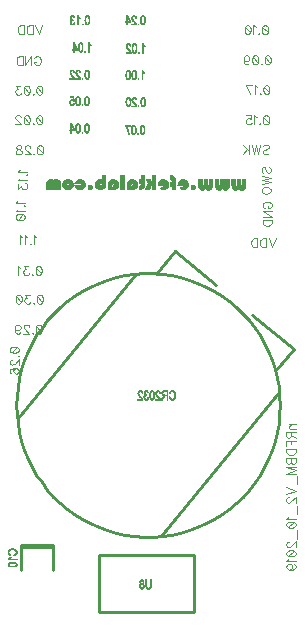
<source format=gbr>
G04 DipTrace 3.2.0.1*
G04 BottomSilk.gbr*
%MOMM*%
G04 #@! TF.FileFunction,Legend,Bot*
G04 #@! TF.Part,Single*
%ADD10C,0.25*%
%ADD12C,0.0762*%
%ADD13C,0.05*%
%ADD84C,0.11765*%
%FSLAX35Y35*%
G04*
G71*
G90*
G75*
G01*
G04 BotSilk*
%LPD*%
X-752058Y-3970566D2*
D10*
X-1022048D1*
X-752058Y-3951797D2*
X-1022048D1*
X-752058D2*
Y-4166323D1*
X-1022048Y-3951797D2*
Y-4166323D1*
X-1059772Y-2767408D2*
X-1057055Y-2689630D1*
X-1048919Y-2612232D1*
X-1035403Y-2535589D1*
X-1016572Y-2460076D1*
X-992519Y-2386060D1*
X-963361Y-2313903D1*
X-929239Y-2243954D1*
X-890321Y-2176556D1*
X-846794Y-2112036D1*
X-798873Y-2050709D1*
X-746790Y-1992874D1*
X-690798Y-1938812D1*
X-631172Y-1888787D1*
X-568200Y-1843043D1*
X-502190Y-1801802D1*
X-433464Y-1765266D1*
X-362356Y-1733611D1*
X-289213Y-1706994D1*
X-214391Y-1685542D1*
X-138255Y-1669362D1*
X-61175Y-1658531D1*
X16473Y-1653102D1*
X94310D1*
X171958Y-1658531D1*
X249037Y-1669362D1*
X325174Y-1685542D1*
X399996Y-1706994D1*
X473139Y-1733611D1*
X544247Y-1765266D1*
X612973Y-1801802D1*
X678983Y-1843043D1*
X741954Y-1888787D1*
X801581Y-1938812D1*
X857573Y-1992874D1*
X909656Y-2050709D1*
X957577Y-2112036D1*
X1001103Y-2176556D1*
X1040022Y-2243954D1*
X1074143Y-2313903D1*
X1103302Y-2386060D1*
X1127355Y-2460076D1*
X1146185Y-2535589D1*
X1159702Y-2612232D1*
X1167838Y-2689630D1*
X1170554Y-2767408D1*
X1167838Y-2845185D1*
X1159702Y-2922584D1*
X1146185Y-2999226D1*
X1127355Y-3074740D1*
X1103302Y-3148755D1*
X1074143Y-3220913D1*
X1040022Y-3290862D1*
X1001103Y-3358260D1*
X957577Y-3422780D1*
X909656Y-3484107D1*
X857573Y-3541942D1*
X801581Y-3596004D1*
X741954Y-3646028D1*
X678983Y-3691773D1*
X612973Y-3733014D1*
X544247Y-3769550D1*
X473139Y-3801204D1*
X399996Y-3827822D1*
X325174Y-3849274D1*
X249037Y-3865454D1*
X171958Y-3876285D1*
X94310Y-3881714D1*
X16473D1*
X-61175Y-3876285D1*
X-138255Y-3865454D1*
X-214391Y-3849274D1*
X-289213Y-3827822D1*
X-362356Y-3801204D1*
X-433464Y-3769550D1*
X-502190Y-3733014D1*
X-568200Y-3691773D1*
X-631172Y-3646028D1*
X-690798Y-3596004D1*
X-746790Y-3541942D1*
X-798873Y-3484107D1*
X-846794Y-3422780D1*
X-890321Y-3358260D1*
X-929239Y-3290862D1*
X-963361Y-3220913D1*
X-992519Y-3148755D1*
X-1016572Y-3074740D1*
X-1035403Y-2999226D1*
X-1048919Y-2922584D1*
X-1057055Y-2845185D1*
X-1059772Y-2767408D1*
X165558Y-3872244D2*
X1160230Y-2657214D1*
X-1049213Y-2877602D2*
X-54776Y-1662572D1*
X1286705Y-2289177D2*
X938488Y-2004269D1*
X628753Y-1750775D2*
X280536Y-1465867D1*
X1286705Y-2289177D2*
X1128318Y-2482741D1*
X280536Y-1465867D2*
X122383Y-1659189D1*
X-358580Y-4035772D2*
X441440D1*
Y-4515793D1*
X-358580D1*
Y-4035772D1*
X-1109553Y-3981560D2*
D13*
X-1084553D1*
X-1115216Y-3984060D2*
X-1078504D1*
X-1119896Y-3986560D2*
X-1073214D1*
X-1123587Y-3989060D2*
X-1068954D1*
X-1126566Y-3991560D2*
X-1114439D1*
X-1077545D2*
X-1065778D1*
X-1128979Y-3994060D2*
X-1118933D1*
X-1073592D2*
X-1063491D1*
X-1130877Y-3996560D2*
X-1122589D1*
X-1070353D2*
X-1061759D1*
X-1132355Y-3999060D2*
X-1125236D1*
X-1067853D2*
X-1060313D1*
X-1133416Y-4001560D2*
X-1127087D1*
X-1066105D2*
X-1059073D1*
X-1134033Y-4004060D2*
X-1128312D1*
X-1064882D2*
X-1058119D1*
X-1134336Y-4006560D2*
X-1128994D1*
X-1063937D2*
X-1057557D1*
X-1134469Y-4009060D2*
X-1129313D1*
X-1063205D2*
X-1057359D1*
X-1134512Y-4011560D2*
X-1129367D1*
X-1063472D2*
X-1057551D1*
X-1134445Y-4014060D2*
X-1129085D1*
X-1063994D2*
X-1058108D1*
X-1134124Y-4016560D2*
X-1128312D1*
X-1064750D2*
X-1058827D1*
X-1133430Y-4019060D2*
X-1127148D1*
X-1065786D2*
X-1059673D1*
X-1132373Y-4021560D2*
X-1124458D1*
X-1068316D2*
X-1060917D1*
X-1130913Y-4024060D2*
X-1120863D1*
X-1071956D2*
X-1062688D1*
X-1128930Y-4026560D2*
X-1116594D1*
X-1076331D2*
X-1064919D1*
X-1126346Y-4029060D2*
X-1112053D1*
X-1080143D2*
X-1067646D1*
X-1123129Y-4031560D2*
X-1113381D1*
X-1082686D2*
X-1070934D1*
X-1119553Y-4034060D2*
X-1114553D1*
X-1084553D2*
X-1074553D1*
X-1114553Y-4051560D2*
X-1109553D1*
X-1116762Y-4054060D2*
X-1110804D1*
X-1118973Y-4056560D2*
X-1112266D1*
X-1121512Y-4059060D2*
X-1113803D1*
X-1124524Y-4061560D2*
X-1115494D1*
X-1127732Y-4064060D2*
X-1117453D1*
X-1130619Y-4066560D2*
X-1057053D1*
X-1132804Y-4069060D2*
X-1057053D1*
X-1134553Y-4071560D2*
X-1057053D1*
X-1102053Y-4094060D2*
X-1089553D1*
X-1112718Y-4096560D2*
X-1079574D1*
X-1120881Y-4099060D2*
X-1072005D1*
X-1126584Y-4101560D2*
X-1066829D1*
X-1130868Y-4104060D2*
X-1119052D1*
X-1075631D2*
X-1063362D1*
X-1132950Y-4106560D2*
X-1122917D1*
X-1070537D2*
X-1061011D1*
X-1133784Y-4109060D2*
X-1125838D1*
X-1067069D2*
X-1059354D1*
X-1134229Y-4111560D2*
X-1128057D1*
X-1064539D2*
X-1058236D1*
X-1134418Y-4114060D2*
X-1128725D1*
X-1063501D2*
X-1057684D1*
X-1134410Y-4116560D2*
X-1128997D1*
X-1063799D2*
X-1057701D1*
X-1134101Y-4119060D2*
X-1128098D1*
X-1065605D2*
X-1058262D1*
X-1133328Y-4121560D2*
X-1125373D1*
X-1068454D2*
X-1059274D1*
X-1131936Y-4124060D2*
X-1121220D1*
X-1072750D2*
X-1060812D1*
X-1129697Y-4126560D2*
X-1115695D1*
X-1078357D2*
X-1063204D1*
X-1126391Y-4129060D2*
X-1066791D1*
X-1122025Y-4131560D2*
X-1071606D1*
X-1117053Y-4134060D2*
X-1077053D1*
X-128280Y532643D2*
X-123280D1*
X-75780D2*
X-60780D1*
X1720D2*
X14220D1*
X-128280Y530143D2*
X-121730D1*
X-78270D2*
X-57221D1*
X-1538D2*
X16625D1*
X-128280Y527643D2*
X-120304D1*
X-80673D2*
X-54333D1*
X-4048D2*
X18795D1*
X-128280Y525143D2*
X-118965D1*
X-82766D2*
X-72393D1*
X-60790D2*
X-52167D1*
X-5936D2*
X1815D1*
X13824D2*
X20598D1*
X-128280Y522643D2*
X-117670D1*
X-84339D2*
X-75637D1*
X-58387D2*
X-50563D1*
X-7463D2*
X-355D1*
X15606D2*
X22050D1*
X-128280Y520143D2*
X-116325D1*
X-85502D2*
X-77911D1*
X-56303D2*
X-49449D1*
X-8738D2*
X-2158D1*
X17053D2*
X23187D1*
X-128280Y517643D2*
X-114831D1*
X-86508D2*
X-79615D1*
X-54809D2*
X-48810D1*
X-9706D2*
X-3600D1*
X18188D2*
X24118D1*
X-128280Y515143D2*
X-113218D1*
X-87316D2*
X-80214D1*
X-53908D2*
X-48484D1*
X-10283D2*
X-4649D1*
X19118D2*
X25018D1*
X-128280Y512643D2*
X-123280D1*
X-118676D2*
X-111687D1*
X-87734D2*
X-80529D1*
X-53280D2*
X-48280D1*
X-10581D2*
X-5261D1*
X20018D2*
X25792D1*
X-128280Y510143D2*
X-123280D1*
X-116884D2*
X-110281D1*
X-87673D2*
X-80588D1*
X-10796D2*
X-5563D1*
X20792D2*
X26281D1*
X-128280Y507643D2*
X-123280D1*
X-115359D2*
X-108955D1*
X-87180D2*
X-80319D1*
X-11166D2*
X-5696D1*
X21281D2*
X26533D1*
X-128280Y505143D2*
X-123280D1*
X-113984D2*
X-107675D1*
X-86499D2*
X-79655D1*
X-11784D2*
X-5749D1*
X21533D2*
X26646D1*
X-128280Y502643D2*
X-123280D1*
X-112686D2*
X-106411D1*
X-85752D2*
X-78694D1*
X-12432D2*
X-5769D1*
X21646D2*
X26693D1*
X-128280Y500143D2*
X-123280D1*
X-111415D2*
X-105158D1*
X-84830D2*
X-77564D1*
X-12871D2*
X-5776D1*
X21693D2*
X26710D1*
X-128280Y497643D2*
X-123280D1*
X-110150D2*
X-103905D1*
X-83679D2*
X-76276D1*
X-13103D2*
X-5779D1*
X21710D2*
X26717D1*
X-128280Y495143D2*
X-123280D1*
X-108817D2*
X-102647D1*
X-82273D2*
X-74719D1*
X-13210D2*
X-5780D1*
X21717D2*
X26719D1*
X-128280Y492643D2*
X-123280D1*
X-107328D2*
X-101316D1*
X-80687D2*
X-72788D1*
X-13244D2*
X-5780D1*
X21719D2*
X26720D1*
X-128280Y490143D2*
X-123280D1*
X-105710D2*
X-99837D1*
X-79082D2*
X-70573D1*
X-13173D2*
X-5780D1*
X21720D2*
X26720D1*
X-128280Y487643D2*
X-123280D1*
X-104113D2*
X-98315D1*
X-77353D2*
X-68199D1*
X-12861D2*
X-5780D1*
X21720D2*
X26720D1*
X-128280Y485143D2*
X-123280D1*
X-102487D2*
X-97113D1*
X-75341D2*
X-65750D1*
X-12264D2*
X-5780D1*
X21710D2*
X26720D1*
X-128280Y482643D2*
X-123280D1*
X-100780D2*
X-96394D1*
X-73093D2*
X-63269D1*
X-11624D2*
X-5780D1*
X21622D2*
X26720D1*
X-138280Y480143D2*
X-96037D1*
X-70706D2*
X-60786D1*
X-11188D2*
X-5770D1*
X21304D2*
X26710D1*
X-138280Y477643D2*
X-95880D1*
X-68253D2*
X-58376D1*
X-10946D2*
X-5682D1*
X20695D2*
X26622D1*
X-138280Y475143D2*
X-95815D1*
X-65780D2*
X-56196D1*
X-10752D2*
X-5354D1*
X19966D2*
X26294D1*
X-128280Y472643D2*
X-123280D1*
X-63374D2*
X-54305D1*
X-10380D2*
X-4658D1*
X19202D2*
X25607D1*
X-128280Y470143D2*
X-123280D1*
X-61195D2*
X-52543D1*
X-9677D2*
X-3561D1*
X18235D2*
X24638D1*
X-128280Y467643D2*
X-123280D1*
X-59295D2*
X-50886D1*
X-8701D2*
X-2151D1*
X17047D2*
X23506D1*
X-128280Y465143D2*
X-123280D1*
X-57443D2*
X-49545D1*
X-7557D2*
X1596D1*
X14436D2*
X22207D1*
X-128280Y462643D2*
X-123280D1*
X-55417D2*
X-48486D1*
X-33280D2*
X-28280D1*
X-6172D2*
X7277D1*
X8573D2*
X20555D1*
X-128280Y460143D2*
X-123280D1*
X-88280D2*
X-47502D1*
X-33280D2*
X-28280D1*
X-4236D2*
X18238D1*
X-128280Y457643D2*
X-123280D1*
X-88280D2*
X-46593D1*
X-33280D2*
X-28280D1*
X-1492D2*
X15184D1*
X-128280Y455143D2*
X-123280D1*
X-88280D2*
X-45780D1*
X-33280D2*
X-28280D1*
X1720D2*
X11720D1*
X-580403Y302593D2*
X-575403D1*
X-525403D2*
X-512903D1*
X-452903D2*
X-447903D1*
X-580403Y300093D2*
X-573853D1*
X-528661D2*
X-510499D1*
X-452903D2*
X-446944D1*
X-580403Y297593D2*
X-572427D1*
X-531172D2*
X-508329D1*
X-452903D2*
X-445782D1*
X-580403Y295093D2*
X-571088D1*
X-533059D2*
X-525308D1*
X-513299D2*
X-506526D1*
X-452903D2*
X-444292D1*
X-580403Y292593D2*
X-569793D1*
X-534586D2*
X-527478D1*
X-511517D2*
X-505073D1*
X-452903D2*
X-442391D1*
X-580403Y290093D2*
X-568448D1*
X-535862D2*
X-529281D1*
X-510071D2*
X-503936D1*
X-452903D2*
X-440189D1*
X-580403Y287593D2*
X-566954D1*
X-536829D2*
X-530724D1*
X-508936D2*
X-503006D1*
X-452903D2*
X-437829D1*
X-580403Y285093D2*
X-565342D1*
X-537406D2*
X-531773D1*
X-508005D2*
X-502105D1*
X-452903D2*
X-435477D1*
X-580403Y282593D2*
X-575403D1*
X-570799D2*
X-563810D1*
X-537704D2*
X-532385D1*
X-507105D2*
X-501332D1*
X-452903D2*
X-445403D1*
X-440403D2*
X-433384D1*
X-580403Y280093D2*
X-575403D1*
X-569007D2*
X-562405D1*
X-537919D2*
X-532687D1*
X-506332D2*
X-500842D1*
X-452903D2*
X-445403D1*
X-437903D2*
X-431746D1*
X-580403Y277593D2*
X-575403D1*
X-567483D2*
X-561078D1*
X-538289D2*
X-532819D1*
X-505842D2*
X-500590D1*
X-452903D2*
X-445403D1*
X-435403D2*
X-430403D1*
X-580403Y275093D2*
X-575403D1*
X-566107D2*
X-559799D1*
X-538908D2*
X-532872D1*
X-505590D2*
X-500477D1*
X-452903D2*
X-445403D1*
X-580403Y272593D2*
X-575403D1*
X-564809D2*
X-558534D1*
X-539556D2*
X-532892D1*
X-505477D2*
X-500431D1*
X-452903D2*
X-445403D1*
X-580403Y270093D2*
X-575403D1*
X-563538D2*
X-557282D1*
X-539994D2*
X-532900D1*
X-505431D2*
X-500413D1*
X-452903D2*
X-445403D1*
X-580403Y267593D2*
X-575403D1*
X-562273D2*
X-556028D1*
X-540227D2*
X-532902D1*
X-505413D2*
X-500407D1*
X-452903D2*
X-445403D1*
X-580403Y265093D2*
X-575403D1*
X-560941D2*
X-554770D1*
X-540333D2*
X-532903D1*
X-505407D2*
X-500404D1*
X-452903D2*
X-445403D1*
X-580403Y262593D2*
X-575403D1*
X-559451D2*
X-553440D1*
X-540367D2*
X-532903D1*
X-505404D2*
X-500404D1*
X-452903D2*
X-445403D1*
X-580403Y260093D2*
X-575403D1*
X-557833D2*
X-551961D1*
X-540296D2*
X-532903D1*
X-505404D2*
X-500403D1*
X-452903D2*
X-445403D1*
X-580403Y257593D2*
X-575403D1*
X-556236D2*
X-550438D1*
X-539984D2*
X-532903D1*
X-505403D2*
X-500403D1*
X-452903D2*
X-445403D1*
X-580403Y255093D2*
X-575403D1*
X-554610D2*
X-549236D1*
X-539387D2*
X-532903D1*
X-505413D2*
X-500403D1*
X-452903D2*
X-445403D1*
X-580403Y252593D2*
X-575403D1*
X-552903D2*
X-548517D1*
X-538747D2*
X-532903D1*
X-505501D2*
X-500403D1*
X-452903D2*
X-445403D1*
X-590403Y250093D2*
X-548160D1*
X-538311D2*
X-532894D1*
X-505820D2*
X-500413D1*
X-452903D2*
X-445403D1*
X-590403Y247593D2*
X-548003D1*
X-538070D2*
X-532806D1*
X-506428D2*
X-500501D1*
X-452903D2*
X-445403D1*
X-590403Y245093D2*
X-547938D1*
X-537876D2*
X-532477D1*
X-507157D2*
X-500829D1*
X-452903D2*
X-445403D1*
X-580403Y242593D2*
X-575403D1*
X-537504D2*
X-531781D1*
X-507921D2*
X-501516D1*
X-452903D2*
X-445403D1*
X-580403Y240093D2*
X-575403D1*
X-536800D2*
X-530685D1*
X-508889D2*
X-502485D1*
X-452903D2*
X-445403D1*
X-580403Y237593D2*
X-575403D1*
X-535825D2*
X-529274D1*
X-510077D2*
X-503618D1*
X-452903D2*
X-445403D1*
X-580403Y235093D2*
X-575403D1*
X-534680D2*
X-525527D1*
X-512687D2*
X-504917D1*
X-452903D2*
X-445403D1*
X-580403Y232593D2*
X-575403D1*
X-533296D2*
X-519846D1*
X-518551D2*
X-506569D1*
X-485403D2*
X-480403D1*
X-452903D2*
X-445403D1*
X-580403Y230093D2*
X-575403D1*
X-531359D2*
X-508885D1*
X-485403D2*
X-480403D1*
X-452903D2*
X-445403D1*
X-580403Y227593D2*
X-575403D1*
X-528615D2*
X-511940D1*
X-485403D2*
X-480403D1*
X-452903D2*
X-445403D1*
X-580403Y225093D2*
X-575403D1*
X-525403D2*
X-515403D1*
X-485403D2*
X-480403D1*
X-452903D2*
X-445403D1*
X-121957Y295103D2*
X-106957D1*
X-69457D2*
X-56957D1*
X3043D2*
X8043D1*
X-124447Y292603D2*
X-103398D1*
X-72715D2*
X-54552D1*
X3043D2*
X9003D1*
X-126849Y290103D2*
X-100510D1*
X-75225D2*
X-52382D1*
X3043D2*
X10165D1*
X-128943Y287603D2*
X-118569D1*
X-106966D2*
X-98344D1*
X-77113D2*
X-69361D1*
X-57353D2*
X-50579D1*
X3043D2*
X11655D1*
X-130516Y285103D2*
X-121814D1*
X-104564D2*
X-96740D1*
X-78639D2*
X-71531D1*
X-55570D2*
X-49127D1*
X3043D2*
X13556D1*
X-131678Y282603D2*
X-124088D1*
X-102480D2*
X-95625D1*
X-79915D2*
X-73334D1*
X-54124D2*
X-47990D1*
X3043D2*
X15758D1*
X-132685Y280103D2*
X-125792D1*
X-100986D2*
X-94987D1*
X-80883D2*
X-74777D1*
X-52989D2*
X-47059D1*
X3043D2*
X18117D1*
X-133492Y277603D2*
X-126391D1*
X-100085D2*
X-94660D1*
X-81460D2*
X-75826D1*
X-52059D2*
X-46158D1*
X3043D2*
X20469D1*
X-133911Y275103D2*
X-126706D1*
X-99457D2*
X-94457D1*
X-81758D2*
X-76438D1*
X-51158D2*
X-45385D1*
X3043D2*
X10543D1*
X15543D2*
X22563D1*
X-133850Y272603D2*
X-126764D1*
X-81973D2*
X-76740D1*
X-50385D2*
X-44896D1*
X3043D2*
X10543D1*
X18043D2*
X24201D1*
X-133357Y270103D2*
X-126496D1*
X-82343D2*
X-76872D1*
X-49896D2*
X-44644D1*
X3043D2*
X10543D1*
X20543D2*
X25543D1*
X-132675Y267603D2*
X-125832D1*
X-82961D2*
X-76926D1*
X-49644D2*
X-44531D1*
X3043D2*
X10543D1*
X-131929Y265103D2*
X-124870D1*
X-83609D2*
X-76946D1*
X-49531D2*
X-44484D1*
X3043D2*
X10543D1*
X-131007Y262603D2*
X-123741D1*
X-84047D2*
X-76953D1*
X-49484D2*
X-44466D1*
X3043D2*
X10543D1*
X-129856Y260103D2*
X-122453D1*
X-84280D2*
X-76955D1*
X-49466D2*
X-44460D1*
X3043D2*
X10543D1*
X-128449Y257603D2*
X-120896D1*
X-84386D2*
X-76956D1*
X-49460D2*
X-44458D1*
X3043D2*
X10543D1*
X-126864Y255103D2*
X-118964D1*
X-84421D2*
X-76957D1*
X-49458D2*
X-44457D1*
X3043D2*
X10543D1*
X-125258Y252603D2*
X-116749D1*
X-84350D2*
X-76957D1*
X-49457D2*
X-44457D1*
X3043D2*
X10543D1*
X-123529Y250103D2*
X-114376D1*
X-84037D2*
X-76957D1*
X-49457D2*
X-44457D1*
X3043D2*
X10543D1*
X-121518Y247603D2*
X-111927D1*
X-83441D2*
X-76957D1*
X-49466D2*
X-44457D1*
X3043D2*
X10543D1*
X-119270Y245103D2*
X-109446D1*
X-82800D2*
X-76957D1*
X-49554D2*
X-44457D1*
X3043D2*
X10543D1*
X-116883Y242603D2*
X-106963D1*
X-82365D2*
X-76947D1*
X-49873D2*
X-44466D1*
X3043D2*
X10543D1*
X-114429Y240103D2*
X-104553D1*
X-82123D2*
X-76859D1*
X-50481D2*
X-44554D1*
X3043D2*
X10543D1*
X-111957Y237603D2*
X-102373D1*
X-81929D2*
X-76531D1*
X-51210D2*
X-44883D1*
X3043D2*
X10543D1*
X-109551Y235103D2*
X-100481D1*
X-81557D2*
X-75834D1*
X-51975D2*
X-45569D1*
X3043D2*
X10543D1*
X-107372Y232603D2*
X-98720D1*
X-80853D2*
X-74738D1*
X-52942D2*
X-46539D1*
X3043D2*
X10543D1*
X-105472Y230103D2*
X-97063D1*
X-79878D2*
X-73328D1*
X-54130D2*
X-47671D1*
X3043D2*
X10543D1*
X-103619Y227603D2*
X-95722D1*
X-78734D2*
X-69580D1*
X-56741D2*
X-48970D1*
X3043D2*
X10543D1*
X-101593Y225103D2*
X-94663D1*
X-77349D2*
X-63900D1*
X-62604D2*
X-50622D1*
X-29457D2*
X-24457D1*
X3043D2*
X10543D1*
X-134457Y222603D2*
X-93679D1*
X-75412D2*
X-52938D1*
X-29457D2*
X-24457D1*
X3043D2*
X10543D1*
X-134457Y220103D2*
X-92769D1*
X-72669D2*
X-55993D1*
X-29457D2*
X-24457D1*
X3043D2*
X10543D1*
X-134457Y217603D2*
X-91957D1*
X-69457D2*
X-59457D1*
X-29457D2*
X-24457D1*
X3043D2*
X10543D1*
X-597967Y71390D2*
X-582967D1*
X-547967D2*
X-532967D1*
X-470467D2*
X-457967D1*
X-600457Y68890D2*
X-579408D1*
X-550457D2*
X-529408D1*
X-473725D2*
X-455562D1*
X-602859Y66390D2*
X-576520D1*
X-552859D2*
X-526520D1*
X-476235D2*
X-453392D1*
X-604953Y63890D2*
X-594579D1*
X-582976D2*
X-574354D1*
X-554953D2*
X-544579D1*
X-532976D2*
X-524354D1*
X-478123D2*
X-470371D1*
X-458363D2*
X-451589D1*
X-606526Y61390D2*
X-597824D1*
X-580574D2*
X-572750D1*
X-556526D2*
X-547824D1*
X-530574D2*
X-522750D1*
X-479649D2*
X-472541D1*
X-456580D2*
X-450137D1*
X-607688Y58890D2*
X-600098D1*
X-578490D2*
X-571635D1*
X-557688D2*
X-550098D1*
X-528490D2*
X-521635D1*
X-480925D2*
X-474344D1*
X-455134D2*
X-449000D1*
X-608695Y56390D2*
X-601802D1*
X-576996D2*
X-570997D1*
X-558695D2*
X-551802D1*
X-526996D2*
X-520997D1*
X-481893D2*
X-475787D1*
X-453999D2*
X-448069D1*
X-609502Y53890D2*
X-602401D1*
X-576095D2*
X-570670D1*
X-559502D2*
X-552401D1*
X-526095D2*
X-520670D1*
X-482470D2*
X-476836D1*
X-453069D2*
X-447168D1*
X-609921Y51390D2*
X-602716D1*
X-575467D2*
X-570467D1*
X-559921D2*
X-552716D1*
X-525467D2*
X-520467D1*
X-482768D2*
X-477448D1*
X-452168D2*
X-446395D1*
X-609860Y48890D2*
X-602774D1*
X-559860D2*
X-552774D1*
X-482983D2*
X-477750D1*
X-451395D2*
X-445906D1*
X-609367Y46390D2*
X-602506D1*
X-559367D2*
X-552506D1*
X-483353D2*
X-477882D1*
X-450906D2*
X-445654D1*
X-608685Y43890D2*
X-601842D1*
X-558685D2*
X-551842D1*
X-483971D2*
X-477936D1*
X-450654D2*
X-445541D1*
X-607939Y41390D2*
X-600880D1*
X-557939D2*
X-550880D1*
X-484619D2*
X-477956D1*
X-450541D2*
X-445494D1*
X-607017Y38890D2*
X-599751D1*
X-557017D2*
X-549751D1*
X-485057D2*
X-477963D1*
X-450494D2*
X-445476D1*
X-605866Y36390D2*
X-598463D1*
X-555866D2*
X-548463D1*
X-485290D2*
X-477965D1*
X-450476D2*
X-445470D1*
X-604459Y33890D2*
X-596906D1*
X-554459D2*
X-546906D1*
X-485396D2*
X-477966D1*
X-450470D2*
X-445468D1*
X-602874Y31390D2*
X-594974D1*
X-552874D2*
X-544974D1*
X-485431D2*
X-477967D1*
X-450468D2*
X-445467D1*
X-601268Y28890D2*
X-592759D1*
X-551268D2*
X-542759D1*
X-485360D2*
X-477967D1*
X-450467D2*
X-445467D1*
X-599539Y26390D2*
X-590386D1*
X-549539D2*
X-540386D1*
X-485047D2*
X-477967D1*
X-450467D2*
X-445467D1*
X-597528Y23890D2*
X-587937D1*
X-547528D2*
X-537937D1*
X-484451D2*
X-477967D1*
X-450476D2*
X-445467D1*
X-595280Y21390D2*
X-585456D1*
X-545280D2*
X-535456D1*
X-483810D2*
X-477967D1*
X-450564D2*
X-445467D1*
X-592893Y18890D2*
X-582973D1*
X-542893D2*
X-532973D1*
X-483375D2*
X-477957D1*
X-450883D2*
X-445476D1*
X-590439Y16390D2*
X-580563D1*
X-540439D2*
X-530563D1*
X-483133D2*
X-477869D1*
X-451491D2*
X-445564D1*
X-587967Y13890D2*
X-578383D1*
X-537967D2*
X-528383D1*
X-482939D2*
X-477541D1*
X-452220D2*
X-445893D1*
X-585561Y11390D2*
X-576491D1*
X-535561D2*
X-526491D1*
X-482567D2*
X-476844D1*
X-452985D2*
X-446579D1*
X-583382Y8890D2*
X-574730D1*
X-533382D2*
X-524730D1*
X-481863D2*
X-475748D1*
X-453952D2*
X-447549D1*
X-581482Y6390D2*
X-573073D1*
X-531482D2*
X-523073D1*
X-480888D2*
X-474338D1*
X-455140D2*
X-448681D1*
X-579629Y3890D2*
X-571732D1*
X-529629D2*
X-521732D1*
X-479744D2*
X-470590D1*
X-457751D2*
X-449980D1*
X-577603Y1390D2*
X-570673D1*
X-527603D2*
X-520673D1*
X-505467D2*
X-500467D1*
X-478359D2*
X-464910D1*
X-463614D2*
X-451632D1*
X-610467Y-1110D2*
X-569689D1*
X-560467D2*
X-519689D1*
X-505467D2*
X-500467D1*
X-476422D2*
X-453948D1*
X-610467Y-3610D2*
X-568779D1*
X-560467D2*
X-518779D1*
X-505467D2*
X-500467D1*
X-473679D2*
X-457003D1*
X-610467Y-6110D2*
X-567967D1*
X-560467D2*
X-517967D1*
X-505467D2*
X-500467D1*
X-470467D2*
X-460467D1*
X-122320Y69357D2*
X-109820D1*
X-72320D2*
X-59820D1*
X180D2*
X5180D1*
X-125578Y66857D2*
X-107415D1*
X-75578D2*
X-57415D1*
X180D2*
X6140D1*
X-128088Y64357D2*
X-105245D1*
X-78088D2*
X-55245D1*
X180D2*
X7302D1*
X-129976Y61857D2*
X-122225D1*
X-110216D2*
X-103442D1*
X-79976D2*
X-72225D1*
X-60216D2*
X-53442D1*
X180D2*
X8791D1*
X-131503Y59357D2*
X-124395D1*
X-108434D2*
X-101990D1*
X-81503D2*
X-74395D1*
X-58434D2*
X-51990D1*
X180D2*
X10692D1*
X-132778Y56857D2*
X-126198D1*
X-106987D2*
X-100853D1*
X-82778D2*
X-76198D1*
X-56987D2*
X-50853D1*
X180D2*
X12895D1*
X-133746Y54357D2*
X-127640D1*
X-105852D2*
X-99922D1*
X-83746D2*
X-77640D1*
X-55852D2*
X-49922D1*
X180D2*
X15254D1*
X-134323Y51857D2*
X-128689D1*
X-104922D2*
X-99022D1*
X-84323D2*
X-78689D1*
X-54922D2*
X-49022D1*
X180D2*
X17606D1*
X-134621Y49357D2*
X-129301D1*
X-104022D2*
X-98248D1*
X-84621D2*
X-79301D1*
X-54022D2*
X-48248D1*
X180D2*
X7680D1*
X12680D2*
X19700D1*
X-134836Y46857D2*
X-129603D1*
X-103248D2*
X-97759D1*
X-84836D2*
X-79603D1*
X-53248D2*
X-47759D1*
X180D2*
X7680D1*
X15180D2*
X21338D1*
X-135206Y44357D2*
X-129736D1*
X-102759D2*
X-97507D1*
X-85206D2*
X-79736D1*
X-52759D2*
X-47507D1*
X180D2*
X7680D1*
X17680D2*
X22680D1*
X-135824Y41857D2*
X-129789D1*
X-102507D2*
X-97394D1*
X-85824D2*
X-79789D1*
X-52507D2*
X-47394D1*
X180D2*
X7680D1*
X-136472Y39357D2*
X-129809D1*
X-102394D2*
X-97347D1*
X-86472D2*
X-79809D1*
X-52394D2*
X-47347D1*
X180D2*
X7680D1*
X-136911Y36857D2*
X-129816D1*
X-102347D2*
X-97330D1*
X-86911D2*
X-79816D1*
X-52347D2*
X-47330D1*
X180D2*
X7680D1*
X-137143Y34357D2*
X-129819D1*
X-102330D2*
X-97323D1*
X-87143D2*
X-79819D1*
X-52330D2*
X-47323D1*
X180D2*
X7680D1*
X-137250Y31857D2*
X-129820D1*
X-102323D2*
X-97321D1*
X-87250D2*
X-79820D1*
X-52323D2*
X-47321D1*
X180D2*
X7680D1*
X-137284Y29357D2*
X-129820D1*
X-102321D2*
X-97320D1*
X-87284D2*
X-79820D1*
X-52321D2*
X-47320D1*
X180D2*
X7680D1*
X-137213Y26857D2*
X-129820D1*
X-102320D2*
X-97320D1*
X-87213D2*
X-79820D1*
X-52320D2*
X-47320D1*
X180D2*
X7680D1*
X-136901Y24357D2*
X-129820D1*
X-102320D2*
X-97320D1*
X-86901D2*
X-79820D1*
X-52320D2*
X-47320D1*
X180D2*
X7680D1*
X-136304Y21857D2*
X-129820D1*
X-102330D2*
X-97320D1*
X-86304D2*
X-79820D1*
X-52330D2*
X-47320D1*
X180D2*
X7680D1*
X-135664Y19357D2*
X-129820D1*
X-102418D2*
X-97320D1*
X-85664D2*
X-79820D1*
X-52418D2*
X-47320D1*
X180D2*
X7680D1*
X-135228Y16857D2*
X-129810D1*
X-102736D2*
X-97330D1*
X-85228D2*
X-79810D1*
X-52736D2*
X-47330D1*
X180D2*
X7680D1*
X-134986Y14357D2*
X-129722D1*
X-103345D2*
X-97418D1*
X-84986D2*
X-79722D1*
X-53345D2*
X-47418D1*
X180D2*
X7680D1*
X-134792Y11857D2*
X-129394D1*
X-104074D2*
X-97746D1*
X-84792D2*
X-79394D1*
X-54074D2*
X-47746D1*
X180D2*
X7680D1*
X-134420Y9357D2*
X-128698D1*
X-104838D2*
X-98433D1*
X-84420D2*
X-78698D1*
X-54838D2*
X-48433D1*
X180D2*
X7680D1*
X-133717Y6857D2*
X-127601D1*
X-105805D2*
X-99402D1*
X-83717D2*
X-77601D1*
X-55805D2*
X-49402D1*
X180D2*
X7680D1*
X-132741Y4357D2*
X-126191D1*
X-106993D2*
X-100534D1*
X-82741D2*
X-76191D1*
X-56993D2*
X-50534D1*
X180D2*
X7680D1*
X-131597Y1857D2*
X-122444D1*
X-109604D2*
X-101833D1*
X-81597D2*
X-72444D1*
X-59604D2*
X-51833D1*
X180D2*
X7680D1*
X-130212Y-643D2*
X-116763D1*
X-115467D2*
X-103485D1*
X-80212D2*
X-66763D1*
X-65467D2*
X-53485D1*
X-32320D2*
X-27320D1*
X180D2*
X7680D1*
X-128276Y-3143D2*
X-105802D1*
X-78276D2*
X-55802D1*
X-32320D2*
X-27320D1*
X180D2*
X7680D1*
X-125532Y-5643D2*
X-108856D1*
X-75532D2*
X-58856D1*
X-32320D2*
X-27320D1*
X180D2*
X7680D1*
X-122320Y-8143D2*
X-112320D1*
X-72320D2*
X-62320D1*
X-32320D2*
X-27320D1*
X180D2*
X7680D1*
X-140660Y-395650D2*
X-100660D1*
X-75660D2*
X-63160D1*
X-660D2*
X11840D1*
X-140264Y-398150D2*
X-100660D1*
X-78918D2*
X-60755D1*
X-3918D2*
X14245D1*
X-139546Y-400650D2*
X-100660D1*
X-81428D2*
X-58585D1*
X-6428D2*
X16415D1*
X-138493Y-403150D2*
X-131056D1*
X-83316D2*
X-75565D1*
X-63556D2*
X-56782D1*
X-8316D2*
X-565D1*
X11444D2*
X18218D1*
X-137128Y-405650D2*
X-129264D1*
X-84843D2*
X-77735D1*
X-61774D2*
X-55330D1*
X-9843D2*
X-2735D1*
X13226D2*
X19670D1*
X-135568Y-408150D2*
X-127739D1*
X-86118D2*
X-79538D1*
X-60327D2*
X-54193D1*
X-11118D2*
X-4538D1*
X14673D2*
X20807D1*
X-134056Y-410650D2*
X-126364D1*
X-87086D2*
X-80980D1*
X-59192D2*
X-53262D1*
X-12086D2*
X-5980D1*
X15808D2*
X21738D1*
X-132658Y-413150D2*
X-125066D1*
X-87663D2*
X-82029D1*
X-58262D2*
X-52362D1*
X-12663D2*
X-7029D1*
X16738D2*
X22638D1*
X-131334Y-415650D2*
X-123795D1*
X-87961D2*
X-82641D1*
X-57362D2*
X-51588D1*
X-12961D2*
X-7641D1*
X17638D2*
X23412D1*
X-130055Y-418150D2*
X-122540D1*
X-88176D2*
X-82943D1*
X-56588D2*
X-51099D1*
X-13176D2*
X-7943D1*
X18412D2*
X23901D1*
X-128801Y-420650D2*
X-121295D1*
X-88546D2*
X-83076D1*
X-56099D2*
X-50847D1*
X-13546D2*
X-8076D1*
X18901D2*
X24153D1*
X-127626Y-423150D2*
X-120124D1*
X-89164D2*
X-83129D1*
X-55847D2*
X-50734D1*
X-14164D2*
X-8129D1*
X19153D2*
X24266D1*
X-126613Y-425650D2*
X-119112D1*
X-89812D2*
X-83149D1*
X-55734D2*
X-50687D1*
X-14812D2*
X-8149D1*
X19266D2*
X24313D1*
X-125723Y-428150D2*
X-118232D1*
X-90251D2*
X-83156D1*
X-55687D2*
X-50670D1*
X-15251D2*
X-8156D1*
X19313D2*
X24330D1*
X-124753Y-430650D2*
X-117341D1*
X-90483D2*
X-83159D1*
X-55670D2*
X-50663D1*
X-15483D2*
X-8159D1*
X19330D2*
X24337D1*
X-123668Y-433150D2*
X-116487D1*
X-90590D2*
X-83160D1*
X-55663D2*
X-50661D1*
X-15590D2*
X-8160D1*
X19337D2*
X24339D1*
X-122573Y-435650D2*
X-115682D1*
X-90624D2*
X-83160D1*
X-55661D2*
X-50660D1*
X-15624D2*
X-8160D1*
X19339D2*
X24340D1*
X-121593Y-438150D2*
X-114832D1*
X-90553D2*
X-83160D1*
X-55660D2*
X-50660D1*
X-15553D2*
X-8160D1*
X19340D2*
X24340D1*
X-120725Y-440650D2*
X-114068D1*
X-90241D2*
X-83160D1*
X-55660D2*
X-50660D1*
X-15241D2*
X-8160D1*
X19340D2*
X24340D1*
X-119849Y-443150D2*
X-113498D1*
X-89644D2*
X-83160D1*
X-55670D2*
X-50660D1*
X-14644D2*
X-8160D1*
X19330D2*
X24340D1*
X-119084Y-445650D2*
X-112930D1*
X-89004D2*
X-83160D1*
X-55758D2*
X-50660D1*
X-14004D2*
X-8160D1*
X19242D2*
X24340D1*
X-118588Y-448150D2*
X-112218D1*
X-88568D2*
X-83150D1*
X-56076D2*
X-50670D1*
X-13568D2*
X-8150D1*
X18924D2*
X24330D1*
X-118249Y-450650D2*
X-111531D1*
X-88326D2*
X-83062D1*
X-56685D2*
X-50758D1*
X-13326D2*
X-8062D1*
X18315D2*
X24242D1*
X-117817Y-453150D2*
X-111078D1*
X-88132D2*
X-82734D1*
X-57414D2*
X-51086D1*
X-13132D2*
X-7734D1*
X17586D2*
X23914D1*
X-117172Y-455650D2*
X-110830D1*
X-87760D2*
X-82038D1*
X-58178D2*
X-51773D1*
X-12760D2*
X-7038D1*
X16822D2*
X23227D1*
X-116514Y-458150D2*
X-110634D1*
X-87057D2*
X-80941D1*
X-59145D2*
X-52742D1*
X-12057D2*
X-5941D1*
X15855D2*
X22258D1*
X-116071Y-460650D2*
X-110270D1*
X-86081D2*
X-79531D1*
X-60333D2*
X-53874D1*
X-11081D2*
X-4531D1*
X14667D2*
X21126D1*
X-115837Y-463150D2*
X-109654D1*
X-84937D2*
X-75784D1*
X-62944D2*
X-55173D1*
X-9937D2*
X-784D1*
X12056D2*
X19827D1*
X-115730Y-465650D2*
X-109007D1*
X-83552D2*
X-70103D1*
X-68807D2*
X-56825D1*
X-35660D2*
X-30660D1*
X-8552D2*
X4897D1*
X6193D2*
X18175D1*
X-115686Y-468150D2*
X-108567D1*
X-81616D2*
X-59142D1*
X-35660D2*
X-30660D1*
X-6616D2*
X15858D1*
X-115669Y-470650D2*
X-108321D1*
X-78872D2*
X-62196D1*
X-35660D2*
X-30660D1*
X-3872D2*
X12804D1*
X-115660Y-473150D2*
X-108160D1*
X-75660D2*
X-65660D1*
X-35660D2*
X-30660D1*
X-660D2*
X9340D1*
X-121330Y-160107D2*
X-108830D1*
X-73830D2*
X-58830D1*
X3670D2*
X16170D1*
X-124588Y-162607D2*
X-106425D1*
X-76320D2*
X-55271D1*
X412D2*
X18575D1*
X-127098Y-165107D2*
X-104255D1*
X-78723D2*
X-52383D1*
X-2098D2*
X20745D1*
X-128986Y-167607D2*
X-121235D1*
X-109226D2*
X-102452D1*
X-80816D2*
X-70443D1*
X-58840D2*
X-50217D1*
X-3986D2*
X3765D1*
X15774D2*
X22548D1*
X-130513Y-170107D2*
X-123405D1*
X-107444D2*
X-101000D1*
X-82389D2*
X-73687D1*
X-56437D2*
X-48613D1*
X-5513D2*
X1595D1*
X17556D2*
X24000D1*
X-131788Y-172607D2*
X-125208D1*
X-105997D2*
X-99863D1*
X-83552D2*
X-75961D1*
X-54353D2*
X-47499D1*
X-6788D2*
X-208D1*
X19003D2*
X25137D1*
X-132756Y-175107D2*
X-126650D1*
X-104862D2*
X-98932D1*
X-84558D2*
X-77665D1*
X-52859D2*
X-46860D1*
X-7756D2*
X-1650D1*
X20138D2*
X26068D1*
X-133333Y-177607D2*
X-127699D1*
X-103932D2*
X-98032D1*
X-85366D2*
X-78264D1*
X-51958D2*
X-46534D1*
X-8333D2*
X-2699D1*
X21068D2*
X26968D1*
X-133631Y-180107D2*
X-128311D1*
X-103032D2*
X-97258D1*
X-85784D2*
X-78579D1*
X-51330D2*
X-46330D1*
X-8631D2*
X-3311D1*
X21968D2*
X27742D1*
X-133846Y-182607D2*
X-128613D1*
X-102258D2*
X-96769D1*
X-85723D2*
X-78638D1*
X-8846D2*
X-3613D1*
X22742D2*
X28231D1*
X-134216Y-185107D2*
X-128746D1*
X-101769D2*
X-96517D1*
X-85230D2*
X-78369D1*
X-9216D2*
X-3746D1*
X23231D2*
X28483D1*
X-134834Y-187607D2*
X-128799D1*
X-101517D2*
X-96404D1*
X-84549D2*
X-77705D1*
X-9834D2*
X-3799D1*
X23483D2*
X28596D1*
X-135482Y-190107D2*
X-128819D1*
X-101404D2*
X-96357D1*
X-83802D2*
X-76744D1*
X-10482D2*
X-3819D1*
X23596D2*
X28643D1*
X-135921Y-192607D2*
X-128826D1*
X-101357D2*
X-96340D1*
X-82880D2*
X-75614D1*
X-10921D2*
X-3826D1*
X23643D2*
X28660D1*
X-136153Y-195107D2*
X-128829D1*
X-101340D2*
X-96333D1*
X-81729D2*
X-74326D1*
X-11153D2*
X-3829D1*
X23660D2*
X28667D1*
X-136260Y-197607D2*
X-128830D1*
X-101333D2*
X-96331D1*
X-80323D2*
X-72769D1*
X-11260D2*
X-3830D1*
X23667D2*
X28669D1*
X-136294Y-200107D2*
X-128830D1*
X-101331D2*
X-96330D1*
X-78737D2*
X-70838D1*
X-11294D2*
X-3830D1*
X23669D2*
X28670D1*
X-136223Y-202607D2*
X-128830D1*
X-101330D2*
X-96330D1*
X-77132D2*
X-68623D1*
X-11223D2*
X-3830D1*
X23670D2*
X28670D1*
X-135911Y-205107D2*
X-128830D1*
X-101330D2*
X-96330D1*
X-75403D2*
X-66249D1*
X-10911D2*
X-3830D1*
X23670D2*
X28670D1*
X-135314Y-207607D2*
X-128830D1*
X-101340D2*
X-96330D1*
X-73391D2*
X-63800D1*
X-10314D2*
X-3830D1*
X23660D2*
X28670D1*
X-134674Y-210107D2*
X-128830D1*
X-101428D2*
X-96330D1*
X-71143D2*
X-61319D1*
X-9674D2*
X-3830D1*
X23572D2*
X28670D1*
X-134238Y-212607D2*
X-128820D1*
X-101746D2*
X-96340D1*
X-68756D2*
X-58836D1*
X-9238D2*
X-3820D1*
X23254D2*
X28660D1*
X-133996Y-215107D2*
X-128732D1*
X-102355D2*
X-96428D1*
X-66303D2*
X-56426D1*
X-8996D2*
X-3732D1*
X22645D2*
X28572D1*
X-133802Y-217607D2*
X-128404D1*
X-103084D2*
X-96756D1*
X-63830D2*
X-54246D1*
X-8802D2*
X-3404D1*
X21916D2*
X28244D1*
X-133430Y-220107D2*
X-127708D1*
X-103848D2*
X-97443D1*
X-61424D2*
X-52355D1*
X-8430D2*
X-2708D1*
X21152D2*
X27557D1*
X-132727Y-222607D2*
X-126611D1*
X-104815D2*
X-98412D1*
X-59245D2*
X-50593D1*
X-7727D2*
X-1611D1*
X20185D2*
X26588D1*
X-131751Y-225107D2*
X-125201D1*
X-106003D2*
X-99544D1*
X-57345D2*
X-48936D1*
X-6751D2*
X-201D1*
X18997D2*
X25456D1*
X-130607Y-227607D2*
X-121454D1*
X-108614D2*
X-100843D1*
X-55493D2*
X-47595D1*
X-5607D2*
X3546D1*
X16386D2*
X24157D1*
X-129222Y-230107D2*
X-115773D1*
X-114477D2*
X-102495D1*
X-53467D2*
X-46536D1*
X-31330D2*
X-26330D1*
X-4222D2*
X9227D1*
X10523D2*
X22505D1*
X-127286Y-232607D2*
X-104812D1*
X-86330D2*
X-45552D1*
X-31330D2*
X-26330D1*
X-2286D2*
X20188D1*
X-124542Y-235107D2*
X-107866D1*
X-86330D2*
X-44643D1*
X-31330D2*
X-26330D1*
X458D2*
X17134D1*
X-121330Y-237607D2*
X-111330D1*
X-86330D2*
X-43830D1*
X-31330D2*
X-26330D1*
X3670D2*
X13670D1*
X-602500Y-382503D2*
X-597500D1*
X-547500D2*
X-535000D1*
X-472500D2*
X-460000D1*
X-602500Y-385003D2*
X-595950D1*
X-550758D2*
X-532595D1*
X-475758D2*
X-457595D1*
X-602500Y-387503D2*
X-594524D1*
X-553268D2*
X-530425D1*
X-478268D2*
X-455425D1*
X-602500Y-390003D2*
X-593185D1*
X-555156D2*
X-547405D1*
X-535396D2*
X-528622D1*
X-480156D2*
X-472405D1*
X-460396D2*
X-453622D1*
X-602500Y-392503D2*
X-591890D1*
X-556683D2*
X-549575D1*
X-533614D2*
X-527170D1*
X-481683D2*
X-474575D1*
X-458614D2*
X-452170D1*
X-602500Y-395003D2*
X-590545D1*
X-557958D2*
X-551378D1*
X-532167D2*
X-526033D1*
X-482958D2*
X-476378D1*
X-457167D2*
X-451033D1*
X-602500Y-397503D2*
X-589051D1*
X-558926D2*
X-552820D1*
X-531032D2*
X-525102D1*
X-483926D2*
X-477820D1*
X-456032D2*
X-450102D1*
X-602500Y-400003D2*
X-587438D1*
X-559503D2*
X-553869D1*
X-530102D2*
X-524202D1*
X-484503D2*
X-478869D1*
X-455102D2*
X-449202D1*
X-602500Y-402503D2*
X-597500D1*
X-592896D2*
X-585907D1*
X-559801D2*
X-554481D1*
X-529202D2*
X-523428D1*
X-484801D2*
X-479481D1*
X-454202D2*
X-448428D1*
X-602500Y-405003D2*
X-597500D1*
X-591104D2*
X-584501D1*
X-560016D2*
X-554783D1*
X-528428D2*
X-522939D1*
X-485016D2*
X-479783D1*
X-453428D2*
X-447939D1*
X-602500Y-407503D2*
X-597500D1*
X-589579D2*
X-583175D1*
X-560386D2*
X-554916D1*
X-527939D2*
X-522687D1*
X-485386D2*
X-479916D1*
X-452939D2*
X-447687D1*
X-602500Y-410003D2*
X-597500D1*
X-588204D2*
X-581895D1*
X-561004D2*
X-554969D1*
X-527687D2*
X-522574D1*
X-486004D2*
X-479969D1*
X-452687D2*
X-447574D1*
X-602500Y-412503D2*
X-597500D1*
X-586906D2*
X-580631D1*
X-561652D2*
X-554989D1*
X-527574D2*
X-522527D1*
X-486652D2*
X-479989D1*
X-452574D2*
X-447527D1*
X-602500Y-415003D2*
X-597500D1*
X-585635D2*
X-579378D1*
X-562091D2*
X-554996D1*
X-527527D2*
X-522510D1*
X-487091D2*
X-479996D1*
X-452527D2*
X-447510D1*
X-602500Y-417503D2*
X-597500D1*
X-584370D2*
X-578125D1*
X-562323D2*
X-554999D1*
X-527510D2*
X-522503D1*
X-487323D2*
X-479999D1*
X-452510D2*
X-447503D1*
X-602500Y-420003D2*
X-597500D1*
X-583037D2*
X-576867D1*
X-562430D2*
X-555000D1*
X-527503D2*
X-522501D1*
X-487430D2*
X-480000D1*
X-452503D2*
X-447501D1*
X-602500Y-422503D2*
X-597500D1*
X-581548D2*
X-575536D1*
X-562464D2*
X-555000D1*
X-527501D2*
X-522500D1*
X-487464D2*
X-480000D1*
X-452501D2*
X-447500D1*
X-602500Y-425003D2*
X-597500D1*
X-579930D2*
X-574057D1*
X-562393D2*
X-555000D1*
X-527500D2*
X-522500D1*
X-487393D2*
X-480000D1*
X-452500D2*
X-447500D1*
X-602500Y-427503D2*
X-597500D1*
X-578333D2*
X-572535D1*
X-562081D2*
X-555000D1*
X-527500D2*
X-522500D1*
X-487081D2*
X-480000D1*
X-452500D2*
X-447500D1*
X-602500Y-430003D2*
X-597500D1*
X-576707D2*
X-571333D1*
X-561484D2*
X-555000D1*
X-527510D2*
X-522500D1*
X-486484D2*
X-480000D1*
X-452510D2*
X-447500D1*
X-602500Y-432503D2*
X-597500D1*
X-575000D2*
X-570614D1*
X-560844D2*
X-555000D1*
X-527598D2*
X-522500D1*
X-485844D2*
X-480000D1*
X-452598D2*
X-447500D1*
X-612500Y-435003D2*
X-570257D1*
X-560408D2*
X-554990D1*
X-527916D2*
X-522510D1*
X-485408D2*
X-479990D1*
X-452916D2*
X-447510D1*
X-612500Y-437503D2*
X-570100D1*
X-560166D2*
X-554902D1*
X-528525D2*
X-522598D1*
X-485166D2*
X-479902D1*
X-453525D2*
X-447598D1*
X-612500Y-440003D2*
X-570035D1*
X-559972D2*
X-554574D1*
X-529254D2*
X-522926D1*
X-484972D2*
X-479574D1*
X-454254D2*
X-447926D1*
X-602500Y-442503D2*
X-597500D1*
X-559600D2*
X-553878D1*
X-530018D2*
X-523613D1*
X-484600D2*
X-478878D1*
X-455018D2*
X-448613D1*
X-602500Y-445003D2*
X-597500D1*
X-558897D2*
X-552781D1*
X-530985D2*
X-524582D1*
X-483897D2*
X-477781D1*
X-455985D2*
X-449582D1*
X-602500Y-447503D2*
X-597500D1*
X-557921D2*
X-551371D1*
X-532173D2*
X-525714D1*
X-482921D2*
X-476371D1*
X-457173D2*
X-450714D1*
X-602500Y-450003D2*
X-597500D1*
X-556777D2*
X-547624D1*
X-534784D2*
X-527013D1*
X-481777D2*
X-472624D1*
X-459784D2*
X-452013D1*
X-602500Y-452503D2*
X-597500D1*
X-555392D2*
X-541943D1*
X-540647D2*
X-528665D1*
X-507500D2*
X-502500D1*
X-480392D2*
X-466943D1*
X-465647D2*
X-453665D1*
X-602500Y-455003D2*
X-597500D1*
X-553456D2*
X-530982D1*
X-507500D2*
X-502500D1*
X-478456D2*
X-455982D1*
X-602500Y-457503D2*
X-597500D1*
X-550712D2*
X-534036D1*
X-507500D2*
X-502500D1*
X-475712D2*
X-459036D1*
X-602500Y-460003D2*
X-597500D1*
X-547500D2*
X-537500D1*
X-507500D2*
X-502500D1*
X-472500D2*
X-462500D1*
X-593280Y532643D2*
X-580780D1*
X-545780D2*
X-540780D1*
X-468280D2*
X-455780D1*
X-596239Y530143D2*
X-577522D1*
X-545780D2*
X-539820D1*
X-471538D2*
X-453375D1*
X-598765Y527643D2*
X-575012D1*
X-545780D2*
X-538658D1*
X-474048D2*
X-451205D1*
X-600676Y525143D2*
X-593175D1*
X-580885D2*
X-573124D1*
X-545780D2*
X-537169D1*
X-475936D2*
X-468185D1*
X-456176D2*
X-449402D1*
X-601968Y522643D2*
X-595257D1*
X-578802D2*
X-571595D1*
X-545780D2*
X-535268D1*
X-477463D2*
X-470355D1*
X-454394D2*
X-447950D1*
X-602690Y520143D2*
X-596741D1*
X-577309D2*
X-570296D1*
X-545780D2*
X-533065D1*
X-478738D2*
X-472158D1*
X-452947D2*
X-446813D1*
X-603037Y517643D2*
X-597585D1*
X-576408D2*
X-569210D1*
X-545780D2*
X-530706D1*
X-479706D2*
X-473600D1*
X-451812D2*
X-445882D1*
X-603186Y515143D2*
X-597984D1*
X-575780D2*
X-568280D1*
X-545780D2*
X-528354D1*
X-480283D2*
X-474649D1*
X-450882D2*
X-444982D1*
X-603236Y512643D2*
X-598052D1*
X-545780D2*
X-538280D1*
X-533280D2*
X-526260D1*
X-480581D2*
X-475261D1*
X-449982D2*
X-444208D1*
X-603161Y510143D2*
X-597877D1*
X-545780D2*
X-538280D1*
X-530780D2*
X-524622D1*
X-480796D2*
X-475563D1*
X-449208D2*
X-443719D1*
X-602762Y507643D2*
X-596588D1*
X-545780D2*
X-538280D1*
X-528280D2*
X-523280D1*
X-481166D2*
X-475696D1*
X-448719D2*
X-443467D1*
X-601857Y505143D2*
X-593456D1*
X-545780D2*
X-538280D1*
X-481784D2*
X-475749D1*
X-448467D2*
X-443354D1*
X-600716Y502643D2*
X-589857D1*
X-545780D2*
X-538280D1*
X-482432D2*
X-475769D1*
X-448354D2*
X-443307D1*
X-599733Y500143D2*
X-586786D1*
X-545780D2*
X-538280D1*
X-482871D2*
X-475776D1*
X-448307D2*
X-443290D1*
X-600041Y497643D2*
X-584759D1*
X-545780D2*
X-538280D1*
X-483103D2*
X-475779D1*
X-448290D2*
X-443283D1*
X-601525Y495143D2*
X-583280D1*
X-545780D2*
X-538280D1*
X-483210D2*
X-475780D1*
X-448283D2*
X-443281D1*
X-603127Y492643D2*
X-589701D1*
X-545780D2*
X-538280D1*
X-483244D2*
X-475780D1*
X-448281D2*
X-443280D1*
X-604480Y490143D2*
X-594381D1*
X-545780D2*
X-538280D1*
X-483173D2*
X-475780D1*
X-448280D2*
X-443280D1*
X-605553Y487643D2*
X-597829D1*
X-545780D2*
X-538280D1*
X-482861D2*
X-475780D1*
X-448280D2*
X-443280D1*
X-606526Y485143D2*
X-599269D1*
X-545780D2*
X-538280D1*
X-482264D2*
X-475780D1*
X-448290D2*
X-443280D1*
X-607322Y482643D2*
X-600103D1*
X-545780D2*
X-538280D1*
X-481624D2*
X-475780D1*
X-448378D2*
X-443280D1*
X-607736Y480143D2*
X-600503D1*
X-545780D2*
X-538280D1*
X-481188D2*
X-475770D1*
X-448696D2*
X-443290D1*
X-607674Y477643D2*
X-600664D1*
X-545780D2*
X-538280D1*
X-480946D2*
X-475682D1*
X-449305D2*
X-443378D1*
X-607180Y475143D2*
X-600634D1*
X-573280D2*
X-568280D1*
X-545780D2*
X-538280D1*
X-480752D2*
X-475354D1*
X-450034D2*
X-443706D1*
X-606499Y472643D2*
X-600243D1*
X-574240D2*
X-568375D1*
X-545780D2*
X-538280D1*
X-480380D2*
X-474658D1*
X-450798D2*
X-444393D1*
X-605752Y470143D2*
X-599474D1*
X-575441D2*
X-568705D1*
X-545780D2*
X-538280D1*
X-479677D2*
X-473561D1*
X-451765D2*
X-445362D1*
X-604830Y467643D2*
X-597233D1*
X-576900D2*
X-569402D1*
X-545780D2*
X-538280D1*
X-478701D2*
X-472151D1*
X-452953D2*
X-446494D1*
X-603660Y465143D2*
X-593546D1*
X-580653D2*
X-570469D1*
X-545780D2*
X-538280D1*
X-477557D2*
X-468404D1*
X-455564D2*
X-447793D1*
X-602070Y462643D2*
X-587797D1*
X-586336D2*
X-572016D1*
X-545780D2*
X-538280D1*
X-503280D2*
X-498280D1*
X-476172D2*
X-462723D1*
X-461427D2*
X-449445D1*
X-599782Y460143D2*
X-574288D1*
X-545780D2*
X-538280D1*
X-503280D2*
X-498280D1*
X-474236D2*
X-451762D1*
X-596738Y457643D2*
X-577325D1*
X-545780D2*
X-538280D1*
X-503280D2*
X-498280D1*
X-471492D2*
X-454816D1*
X-593280Y455143D2*
X-580780D1*
X-545780D2*
X-538280D1*
X-503280D2*
X-498280D1*
X-468280D2*
X-458280D1*
X-610000Y-152503D2*
X-580000D1*
X-547500D2*
X-535000D1*
X-472500D2*
X-460000D1*
X-610000Y-155003D2*
X-578846D1*
X-550758D2*
X-532595D1*
X-475758D2*
X-457595D1*
X-610000Y-157503D2*
X-578128D1*
X-553268D2*
X-530425D1*
X-478268D2*
X-455425D1*
X-582500Y-160003D2*
X-577765D1*
X-555156D2*
X-547405D1*
X-535396D2*
X-528622D1*
X-480156D2*
X-472405D1*
X-460396D2*
X-453622D1*
X-582500Y-162503D2*
X-577594D1*
X-556683D2*
X-549575D1*
X-533614D2*
X-527170D1*
X-481683D2*
X-474575D1*
X-458614D2*
X-452170D1*
X-582490Y-165003D2*
X-577441D1*
X-557958D2*
X-551378D1*
X-532167D2*
X-526033D1*
X-482958D2*
X-476378D1*
X-457167D2*
X-451033D1*
X-582402Y-167503D2*
X-577097D1*
X-558926D2*
X-552820D1*
X-531032D2*
X-525102D1*
X-483926D2*
X-477820D1*
X-456032D2*
X-450102D1*
X-582103Y-170003D2*
X-576490D1*
X-559503D2*
X-553869D1*
X-530102D2*
X-524202D1*
X-484503D2*
X-478869D1*
X-455102D2*
X-449202D1*
X-581694Y-172503D2*
X-575846D1*
X-559801D2*
X-554481D1*
X-529202D2*
X-523428D1*
X-484801D2*
X-479481D1*
X-454202D2*
X-448428D1*
X-581442Y-175003D2*
X-575408D1*
X-560016D2*
X-554783D1*
X-528428D2*
X-522939D1*
X-485016D2*
X-479783D1*
X-453428D2*
X-447939D1*
X-597500Y-177503D2*
X-587500D1*
X-582961D2*
X-575167D1*
X-560386D2*
X-554916D1*
X-527939D2*
X-522687D1*
X-485386D2*
X-479916D1*
X-452939D2*
X-447687D1*
X-601059Y-180003D2*
X-574973D1*
X-561004D2*
X-554969D1*
X-527687D2*
X-522574D1*
X-486004D2*
X-479969D1*
X-452687D2*
X-447574D1*
X-603947Y-182503D2*
X-574630D1*
X-561652D2*
X-554989D1*
X-527574D2*
X-522527D1*
X-486652D2*
X-479989D1*
X-452574D2*
X-447527D1*
X-606113Y-185003D2*
X-597490D1*
X-585103D2*
X-574204D1*
X-562091D2*
X-554996D1*
X-527527D2*
X-522510D1*
X-487091D2*
X-479996D1*
X-452527D2*
X-447510D1*
X-607727Y-187503D2*
X-599893D1*
X-582991D2*
X-573944D1*
X-562323D2*
X-554999D1*
X-527510D2*
X-522503D1*
X-487323D2*
X-479999D1*
X-452510D2*
X-447503D1*
X-608929Y-190003D2*
X-601976D1*
X-581346D2*
X-575462D1*
X-562430D2*
X-555000D1*
X-527503D2*
X-522501D1*
X-487430D2*
X-480000D1*
X-452503D2*
X-447501D1*
X-609884Y-192503D2*
X-603461D1*
X-580000D2*
X-577500D1*
X-562464D2*
X-555000D1*
X-527501D2*
X-522500D1*
X-487464D2*
X-480000D1*
X-452501D2*
X-447500D1*
X-610794Y-195003D2*
X-604305D1*
X-562393D2*
X-555000D1*
X-527500D2*
X-522500D1*
X-487393D2*
X-480000D1*
X-452500D2*
X-447500D1*
X-611570Y-197503D2*
X-604713D1*
X-562081D2*
X-555000D1*
X-527500D2*
X-522500D1*
X-487081D2*
X-480000D1*
X-452500D2*
X-447500D1*
X-612051Y-200003D2*
X-604889D1*
X-561484D2*
X-555000D1*
X-527510D2*
X-522500D1*
X-486484D2*
X-480000D1*
X-452510D2*
X-447500D1*
X-612215Y-202503D2*
X-604960D1*
X-560844D2*
X-555000D1*
X-527598D2*
X-522500D1*
X-485844D2*
X-480000D1*
X-452598D2*
X-447500D1*
X-612010Y-205003D2*
X-604976D1*
X-560408D2*
X-554990D1*
X-527916D2*
X-522510D1*
X-485408D2*
X-479990D1*
X-452916D2*
X-447510D1*
X-611457Y-207503D2*
X-604898D1*
X-560166D2*
X-554902D1*
X-528525D2*
X-522598D1*
X-485166D2*
X-479902D1*
X-453525D2*
X-447598D1*
X-610824Y-210003D2*
X-604572D1*
X-577500D2*
X-572500D1*
X-559972D2*
X-554574D1*
X-529254D2*
X-522926D1*
X-484972D2*
X-479574D1*
X-454254D2*
X-447926D1*
X-610297Y-212503D2*
X-603877D1*
X-578460D2*
X-572595D1*
X-559600D2*
X-553878D1*
X-530018D2*
X-523613D1*
X-484600D2*
X-478878D1*
X-455018D2*
X-448613D1*
X-609661Y-215003D2*
X-602781D1*
X-579661D2*
X-572925D1*
X-558897D2*
X-552781D1*
X-530985D2*
X-524582D1*
X-483897D2*
X-477781D1*
X-455985D2*
X-449582D1*
X-608629Y-217503D2*
X-601371D1*
X-581120D2*
X-573622D1*
X-557921D2*
X-551371D1*
X-532173D2*
X-525714D1*
X-482921D2*
X-476371D1*
X-457173D2*
X-450714D1*
X-607238Y-220003D2*
X-597624D1*
X-584873D2*
X-574689D1*
X-556777D2*
X-547624D1*
X-534784D2*
X-527013D1*
X-481777D2*
X-472624D1*
X-459784D2*
X-452013D1*
X-605633Y-222503D2*
X-591943D1*
X-590556D2*
X-576236D1*
X-555392D2*
X-541943D1*
X-540647D2*
X-528665D1*
X-507500D2*
X-502500D1*
X-480392D2*
X-466943D1*
X-465647D2*
X-453665D1*
X-603564Y-225003D2*
X-578508D1*
X-553456D2*
X-530982D1*
X-507500D2*
X-502500D1*
X-478456D2*
X-455982D1*
X-600753Y-227503D2*
X-581545D1*
X-550712D2*
X-534036D1*
X-507500D2*
X-502500D1*
X-475712D2*
X-459036D1*
X-597500Y-230003D2*
X-585000D1*
X-547500D2*
X-537500D1*
X-507500D2*
X-502500D1*
X-472500D2*
X-462500D1*
X-22747Y-2643147D2*
X-7747D1*
X29753D2*
X42253D1*
X79753D2*
X92253D1*
X127253D2*
X142253D1*
X179753D2*
X217253D1*
X247253D2*
X262253D1*
X-25237Y-2645647D2*
X-4188D1*
X26795D2*
X45511D1*
X76495D2*
X94658D1*
X124763D2*
X145812D1*
X176495D2*
X217253D1*
X243609D2*
X266752D1*
X-27639Y-2648147D2*
X-1300D1*
X24268D2*
X48022D1*
X73985D2*
X96828D1*
X122361D2*
X148700D1*
X173985D2*
X217253D1*
X240479D2*
X270626D1*
X-29733Y-2650647D2*
X-19359D1*
X-7756D2*
X866D1*
X22358D2*
X29858D1*
X42148D2*
X49909D1*
X72097D2*
X79849D1*
X91857D2*
X98631D1*
X120267D2*
X130641D1*
X142244D2*
X150866D1*
X172097D2*
X183141D1*
X212253D2*
X217253D1*
X237944D2*
X248131D1*
X261752D2*
X273635D1*
X-31306Y-2653147D2*
X-22604D1*
X-5354D2*
X2470D1*
X21066D2*
X27776D1*
X44231D2*
X51438D1*
X70571D2*
X77679D1*
X93640D2*
X100083D1*
X118694D2*
X127396D1*
X144646D2*
X152470D1*
X170571D2*
X179896D1*
X212253D2*
X217253D1*
X235969D2*
X244798D1*
X265626D2*
X275855D1*
X-32468Y-2655647D2*
X-24878D1*
X-3270D2*
X3585D1*
X20344D2*
X26292D1*
X45724D2*
X52737D1*
X69295D2*
X75876D1*
X95086D2*
X101220D1*
X117532D2*
X125122D1*
X146730D2*
X153585D1*
X169295D2*
X177622D1*
X212253D2*
X217253D1*
X234366D2*
X242206D1*
X268635D2*
X277561D1*
X-33475Y-2658147D2*
X-26582D1*
X-1776D2*
X4223D1*
X19997D2*
X25448D1*
X46625D2*
X53823D1*
X68327D2*
X74433D1*
X96221D2*
X102151D1*
X116525D2*
X123418D1*
X148224D2*
X154223D1*
X168327D2*
X175918D1*
X212253D2*
X217253D1*
X232899D2*
X240154D1*
X270855D2*
X278998D1*
X-34282Y-2660647D2*
X-27181D1*
X-875D2*
X4550D1*
X19847D2*
X25050D1*
X47253D2*
X54753D1*
X67750D2*
X73384D1*
X97151D2*
X103052D1*
X115718D2*
X122819D1*
X149125D2*
X154550D1*
X167760D2*
X175319D1*
X212253D2*
X217253D1*
X231379D2*
X238717D1*
X272561D2*
X280236D1*
X-34701Y-2663147D2*
X-27496D1*
X-247D2*
X4753D1*
X19797D2*
X24981D1*
X67452D2*
X72772D1*
X98052D2*
X103825D1*
X115299D2*
X122504D1*
X149753D2*
X154753D1*
X167560D2*
X175004D1*
X212253D2*
X217253D1*
X229753D2*
X237854D1*
X273998D2*
X281198D1*
X-34640Y-2665647D2*
X-27554D1*
X19873D2*
X25156D1*
X67237D2*
X72470D1*
X98825D2*
X104314D1*
X115360D2*
X122446D1*
X167751D2*
X174955D1*
X212253D2*
X217253D1*
X234753D2*
X237253D1*
X275236D2*
X281857D1*
X-34147Y-2668147D2*
X-27286D1*
X20271D2*
X26445D1*
X66867D2*
X72338D1*
X99314D2*
X104566D1*
X115853D2*
X122714D1*
X168308D2*
X175312D1*
X212253D2*
X217253D1*
X276188D2*
X282462D1*
X-33465Y-2670647D2*
X-26622D1*
X21176D2*
X29577D1*
X66249D2*
X72284D1*
X99566D2*
X104679D1*
X116535D2*
X123378D1*
X169027D2*
X176063D1*
X212253D2*
X217253D1*
X276759D2*
X283187D1*
X-32719Y-2673147D2*
X-25660D1*
X22317D2*
X33177D1*
X65601D2*
X72264D1*
X99679D2*
X104726D1*
X117281D2*
X124340D1*
X169873D2*
X178209D1*
X212253D2*
X217253D1*
X277046D2*
X283879D1*
X-31797Y-2675647D2*
X-24531D1*
X23301D2*
X36247D1*
X65163D2*
X72257D1*
X99726D2*
X104744D1*
X118203D2*
X125469D1*
X171137D2*
X185221D1*
X212253D2*
X217253D1*
X277172D2*
X284335D1*
X-30646Y-2678147D2*
X-23243D1*
X22993D2*
X38274D1*
X64930D2*
X72255D1*
X99744D2*
X104750D1*
X119354D2*
X126757D1*
X173088D2*
X197107D1*
X212253D2*
X217253D1*
X277223D2*
X284574D1*
X-29239Y-2680647D2*
X-21686D1*
X21508D2*
X39753D1*
X64824D2*
X72254D1*
X99750D2*
X104752D1*
X120761D2*
X128314D1*
X175996D2*
X217253D1*
X277243D2*
X284682D1*
X-27654Y-2683147D2*
X-19754D1*
X19906D2*
X33333D1*
X64789D2*
X72253D1*
X99752D2*
X104753D1*
X122346D2*
X130246D1*
X180040D2*
X217253D1*
X277250D2*
X284717D1*
X-26048Y-2685647D2*
X-17539D1*
X18554D2*
X28652D1*
X64860D2*
X72253D1*
X99753D2*
X104753D1*
X123952D2*
X132461D1*
X184753D2*
X217253D1*
X277252D2*
X284646D1*
X-24319Y-2688147D2*
X-15166D1*
X17480D2*
X25204D1*
X65173D2*
X72253D1*
X99753D2*
X104753D1*
X125681D2*
X134834D1*
X182349D2*
X192263D1*
X212253D2*
X217253D1*
X277243D2*
X284334D1*
X-22308Y-2690647D2*
X-12717D1*
X16507D2*
X23764D1*
X65769D2*
X72253D1*
X99744D2*
X104753D1*
X127692D2*
X137283D1*
X180179D2*
X189851D1*
X212253D2*
X217253D1*
X277156D2*
X283737D1*
X-20060Y-2693147D2*
X-10236D1*
X15712D2*
X22931D1*
X66410D2*
X72253D1*
X99656D2*
X104753D1*
X129940D2*
X139764D1*
X178366D2*
X187679D1*
X212253D2*
X217253D1*
X232253D2*
X234753D1*
X276827D2*
X283087D1*
X-17673Y-2695647D2*
X-7753D1*
X15297D2*
X22530D1*
X66845D2*
X72263D1*
X99337D2*
X104744D1*
X132327D2*
X142247D1*
X176835D2*
X185866D1*
X212253D2*
X217253D1*
X231195D2*
X235618D1*
X276141D2*
X282564D1*
X-15219Y-2698147D2*
X-5343D1*
X15359D2*
X22369D1*
X67087D2*
X72351D1*
X98729D2*
X104656D1*
X134781D2*
X144657D1*
X175458D2*
X184326D1*
X212253D2*
X217253D1*
X230547D2*
X236459D1*
X275171D2*
X282003D1*
X-12747Y-2700647D2*
X-3163D1*
X15853D2*
X22399D1*
X49753D2*
X54753D1*
X67281D2*
X72679D1*
X98000D2*
X104327D1*
X137253D2*
X146837D1*
X174149D2*
X182870D1*
X212253D2*
X217253D1*
X231066D2*
X237350D1*
X274039D2*
X281211D1*
X-10341Y-2703147D2*
X-1271D1*
X16535D2*
X22790D1*
X48794D2*
X54658D1*
X67653D2*
X73376D1*
X97235D2*
X103641D1*
X139659D2*
X148729D1*
X172800D2*
X181331D1*
X212253D2*
X217253D1*
X231923D2*
X238610D1*
X272740D2*
X280198D1*
X-8162Y-2705647D2*
X490D1*
X17281D2*
X23559D1*
X47592D2*
X54328D1*
X68357D2*
X74472D1*
X96268D2*
X102671D1*
X141838D2*
X150490D1*
X171305D2*
X179701D1*
X212253D2*
X217253D1*
X233002D2*
X240425D1*
X271036D2*
X279048D1*
X-6262Y-2708147D2*
X2147D1*
X18203D2*
X25800D1*
X46133D2*
X53631D1*
X69332D2*
X75882D1*
X95080D2*
X101539D1*
X143738D2*
X152147D1*
X169692D2*
X178164D1*
X212253D2*
X217253D1*
X234269D2*
X243038D1*
X268834D2*
X277753D1*
X-4409Y-2710647D2*
X3488D1*
X19374D2*
X29488D1*
X42381D2*
X52564D1*
X70476D2*
X79630D1*
X92469D2*
X100240D1*
X145591D2*
X153488D1*
X168160D2*
X176756D1*
X212253D2*
X217253D1*
X235828D2*
X247311D1*
X263216D2*
X276184D1*
X-2383Y-2713147D2*
X4547D1*
X20963D2*
X35237D1*
X36698D2*
X51018D1*
X71861D2*
X85310D1*
X86606D2*
X98588D1*
X147617D2*
X154547D1*
X166747D2*
X175436D1*
X212253D2*
X217253D1*
X237852D2*
X254018D1*
X254859D2*
X274156D1*
X-35247Y-2715647D2*
X5531D1*
X23252D2*
X48746D1*
X73798D2*
X96272D1*
X114753D2*
X155531D1*
X165355D2*
X174221D1*
X212253D2*
X217253D1*
X240452D2*
X271555D1*
X-35247Y-2718147D2*
X6441D1*
X26296D2*
X45708D1*
X76541D2*
X93217D1*
X114753D2*
X156441D1*
X163864D2*
X173167D1*
X212253D2*
X217253D1*
X243675D2*
X268332D1*
X-35247Y-2720647D2*
X7253D1*
X29753D2*
X42253D1*
X79753D2*
X89753D1*
X114753D2*
X157253D1*
X162253D2*
X172253D1*
X212253D2*
X217253D1*
X247253D2*
X264753D1*
X-6970Y-4243020D2*
X5530D1*
X33030D2*
X38030D1*
X75530D2*
X80530D1*
X-10228Y-4245520D2*
X8020D1*
X33030D2*
X38030D1*
X75530D2*
X80530D1*
X-12728Y-4248020D2*
X10423D1*
X33030D2*
X38030D1*
X75530D2*
X80530D1*
X-14538Y-4250520D2*
X-6865D1*
X5134D2*
X12506D1*
X33030D2*
X38030D1*
X75530D2*
X80530D1*
X-15834Y-4253020D2*
X-8947D1*
X6916D2*
X13991D1*
X33030D2*
X38030D1*
X75530D2*
X80530D1*
X-16830Y-4255520D2*
X-10431D1*
X8353D2*
X14835D1*
X33030D2*
X38030D1*
X75530D2*
X80530D1*
X-17745Y-4258020D2*
X-11275D1*
X9390D2*
X15243D1*
X33030D2*
X38030D1*
X75530D2*
X80530D1*
X-18439Y-4260520D2*
X-11674D1*
X9914D2*
X15419D1*
X33030D2*
X38030D1*
X75530D2*
X80530D1*
X-18818Y-4263020D2*
X-11752D1*
X9887D2*
X15480D1*
X33030D2*
X38030D1*
X75530D2*
X80530D1*
X-18214Y-4265520D2*
X-11606D1*
X9284D2*
X15408D1*
X33030D2*
X38030D1*
X75530D2*
X80530D1*
X-17230Y-4268020D2*
X-10503D1*
X8295D2*
X15002D1*
X33030D2*
X38030D1*
X75530D2*
X80530D1*
X-15815Y-4270520D2*
X-6934D1*
X5726D2*
X13990D1*
X33030D2*
X38030D1*
X75530D2*
X80530D1*
X-13945Y-4273020D2*
X-1352D1*
X-126D2*
X12338D1*
X33030D2*
X38030D1*
X75530D2*
X80530D1*
X-11768Y-4275520D2*
X10265D1*
X33030D2*
X38030D1*
X75530D2*
X80530D1*
X-9470Y-4278020D2*
X8030D1*
X33030D2*
X38030D1*
X75530D2*
X80530D1*
X-13019Y-4280520D2*
X11288D1*
X33030D2*
X38030D1*
X75530D2*
X80530D1*
X-15829Y-4283020D2*
X-6960D1*
X5435D2*
X13788D1*
X33030D2*
X38030D1*
X75530D2*
X80530D1*
X-17764Y-4285520D2*
X-9363D1*
X7605D2*
X15588D1*
X33030D2*
X38030D1*
X75530D2*
X80530D1*
X-19088Y-4288020D2*
X-11446D1*
X9408D2*
X16797D1*
X33030D2*
X38030D1*
X75520D2*
X80530D1*
X-20160Y-4290520D2*
X-12931D1*
X10850D2*
X17473D1*
X33030D2*
X38040D1*
X75432D2*
X80530D1*
X-21002Y-4293020D2*
X-13775D1*
X11899D2*
X17800D1*
X33030D2*
X38128D1*
X75114D2*
X80520D1*
X-21507Y-4295520D2*
X-14183D1*
X12502D2*
X17941D1*
X33040D2*
X38446D1*
X74515D2*
X80432D1*
X-21680Y-4298020D2*
X-14350D1*
X12716D2*
X17997D1*
X33128D2*
X39055D1*
X73864D2*
X80114D1*
X-21478Y-4300520D2*
X-14332D1*
X12520D2*
X18009D1*
X33446D2*
X39784D1*
X73331D2*
X79505D1*
X-20917Y-4303020D2*
X-14020D1*
X11876D2*
X17928D1*
X34055D2*
X40558D1*
X72682D2*
X78776D1*
X-20197Y-4305520D2*
X-13196D1*
X10800D2*
X17603D1*
X34793D2*
X41642D1*
X71771D2*
X78012D1*
X-19351Y-4308020D2*
X-11910D1*
X9399D2*
X16907D1*
X35646D2*
X43123D1*
X69787D2*
X77084D1*
X-18097Y-4310520D2*
X-7493D1*
X5653D2*
X15840D1*
X36902D2*
X48437D1*
X64944D2*
X75911D1*
X-16240Y-4313020D2*
X-526D1*
X-27D2*
X14294D1*
X38760D2*
X57150D1*
X57388D2*
X74321D1*
X-13719Y-4315520D2*
X12022D1*
X41281D2*
X72032D1*
X-10529Y-4318020D2*
X8985D1*
X44471D2*
X68988D1*
X-6970Y-4320520D2*
X5530D1*
X48030D2*
X65530D1*
X-335899Y-822277D2*
D12*
X-305419D1*
X-179689D2*
X-149209D1*
X-8239D2*
X22241D1*
X87011D2*
X117491D1*
X239411D2*
X254651D1*
X-335899Y-826087D2*
X-305419D1*
X-179689D2*
X-149209D1*
X-8239D2*
X22241D1*
X87011D2*
X117491D1*
X239411D2*
X260220D1*
X-335899Y-829897D2*
X-305419D1*
X-179689D2*
X-149209D1*
X-8239D2*
X22241D1*
X87011D2*
X117491D1*
X239411D2*
X265124D1*
X-335899Y-833707D2*
X-305419D1*
X-179689D2*
X-149209D1*
X-8239D2*
X22241D1*
X87011D2*
X117491D1*
X239411D2*
X269473D1*
X-335899Y-837517D2*
X-305419D1*
X-179689D2*
X-149209D1*
X-8239D2*
X22241D1*
X87011D2*
X117491D1*
X239411D2*
X273395D1*
X-335899Y-841327D2*
X-305419D1*
X-179689D2*
X-149209D1*
X-8239D2*
X22241D1*
X87011D2*
X117491D1*
X239441D2*
X276804D1*
X-335899Y-845137D2*
X-305419D1*
X-179689D2*
X-149209D1*
X-8239D2*
X22241D1*
X87011D2*
X117491D1*
X239724D2*
X279590D1*
X-335899Y-848947D2*
X-305419D1*
X-179689D2*
X-149209D1*
X-8239D2*
X22241D1*
X87011D2*
X117491D1*
X240393D2*
X281802D1*
X-335899Y-852757D2*
X-305419D1*
X-179689D2*
X-149209D1*
X-8239D2*
X22241D1*
X87011D2*
X117491D1*
X243176D2*
X283406D1*
X-785479Y-856567D2*
X-766429D1*
X-732139D2*
X-713089D1*
X-640699D2*
X-614029D1*
X-537829D2*
X-511159D1*
X-366379D2*
X-343519D1*
X-335899D2*
X-305419D1*
X-255889D2*
X-229219D1*
X-179689D2*
X-149209D1*
X-95869D2*
X-69199D1*
X-23479D2*
X22241D1*
X37481D2*
X67961D1*
X87011D2*
X117491D1*
X167021D2*
X193691D1*
X246612D2*
X284340D1*
X334661D2*
X361331D1*
X479441D2*
X509921D1*
X525161D2*
X555641D1*
X567071D2*
X597551D1*
X620411D2*
X650891D1*
X666131D2*
X696611D1*
X708041D2*
X738521D1*
X761381D2*
X791861D1*
X807101D2*
X837581D1*
X849011D2*
X879491D1*
X-791033Y-860377D2*
X-751665D1*
X-746903D2*
X-706806D1*
X-647570D2*
X-607158D1*
X-544685D2*
X-504288D1*
X-372521D2*
X-343519D1*
X-335899D2*
X-305419D1*
X-262745D2*
X-222348D1*
X-179689D2*
X-149209D1*
X-102725D2*
X-62328D1*
X-23479D2*
X22241D1*
X39844D2*
X70324D1*
X87011D2*
X117491D1*
X160165D2*
X200562D1*
X249851D2*
X284801D1*
X327805D2*
X368202D1*
X479441D2*
X509921D1*
X525161D2*
X555641D1*
X567071D2*
X597551D1*
X620411D2*
X650891D1*
X666131D2*
X696611D1*
X708041D2*
X738521D1*
X761381D2*
X791861D1*
X807101D2*
X837581D1*
X849011D2*
X879491D1*
X-795803Y-864187D2*
X-701728D1*
X-653593D2*
X-601134D1*
X-550589D2*
X-498264D1*
X-378236D2*
X-343519D1*
X-335899D2*
X-305419D1*
X-268649D2*
X-216324D1*
X-179689D2*
X-149209D1*
X-108629D2*
X-56304D1*
X-23479D2*
X22241D1*
X42016D2*
X72496D1*
X87011D2*
X117491D1*
X154261D2*
X206586D1*
X252205D2*
X285003D1*
X321901D2*
X374226D1*
X479441D2*
X509921D1*
X525161D2*
X555641D1*
X567071D2*
X597551D1*
X620411D2*
X650891D1*
X666131D2*
X696611D1*
X708041D2*
X738521D1*
X761381D2*
X791861D1*
X807101D2*
X837581D1*
X849011D2*
X879491D1*
X-799666Y-867997D2*
X-697777D1*
X-658545D2*
X-596182D1*
X-555175D2*
X-493312D1*
X-383086D2*
X-343519D1*
X-335899D2*
X-305419D1*
X-273235D2*
X-211372D1*
X-179689D2*
X-149209D1*
X-113215D2*
X-51352D1*
X-23479D2*
X22241D1*
X44057D2*
X74537D1*
X86996D2*
X117491D1*
X149675D2*
X211538D1*
X253551D2*
X285084D1*
X317315D2*
X379178D1*
X479441D2*
X509921D1*
X525161D2*
X555641D1*
X567071D2*
X597551D1*
X620411D2*
X650891D1*
X666131D2*
X696611D1*
X708041D2*
X738521D1*
X761381D2*
X791861D1*
X807101D2*
X837581D1*
X849011D2*
X879491D1*
X-802660Y-871807D2*
X-694650D1*
X-662474D2*
X-592254D1*
X-558557D2*
X-489384D1*
X-386763D2*
X-343519D1*
X-335899D2*
X-305419D1*
X-276617D2*
X-207444D1*
X-179689D2*
X-149209D1*
X-116597D2*
X-47424D1*
X-23479D2*
X22241D1*
X46016D2*
X76508D1*
X86851D2*
X117491D1*
X146293D2*
X215466D1*
X254231D2*
X285114D1*
X313933D2*
X383106D1*
X479441D2*
X509921D1*
X525161D2*
X555641D1*
X567071D2*
X597551D1*
X620411D2*
X650891D1*
X666131D2*
X696611D1*
X708041D2*
X738521D1*
X761381D2*
X791861D1*
X807101D2*
X837581D1*
X849011D2*
X879491D1*
X-804959Y-875617D2*
X-692473D1*
X-665490D2*
X-589238D1*
X-561170D2*
X-486368D1*
X-389549D2*
X-343519D1*
X-335899D2*
X-305419D1*
X-279218D2*
X-204428D1*
X-179689D2*
X-149209D1*
X-119198D2*
X-44408D1*
X-23479D2*
X22241D1*
X47932D2*
X78538D1*
X86262D2*
X117491D1*
X143692D2*
X218482D1*
X239411D2*
X285125D1*
X311332D2*
X386122D1*
X479441D2*
X509921D1*
X525161D2*
X555641D1*
X567071D2*
X597551D1*
X620411D2*
X650891D1*
X666131D2*
X696611D1*
X708041D2*
X738521D1*
X761381D2*
X791861D1*
X807101D2*
X837581D1*
X849011D2*
X879491D1*
X-806595Y-879427D2*
X-691242D1*
X-667795D2*
X-586917D1*
X-563474D2*
X-484062D1*
X-391832D2*
X-343519D1*
X-335899D2*
X-305419D1*
X-281408D2*
X-202122D1*
X-179689D2*
X-149209D1*
X-121388D2*
X-42102D1*
X-23479D2*
X22241D1*
X49694D2*
X80770D1*
X84960D2*
X117491D1*
X141502D2*
X220788D1*
X239411D2*
X285129D1*
X309142D2*
X388428D1*
X479441D2*
X509921D1*
X525161D2*
X555641D1*
X567071D2*
X597551D1*
X620411D2*
X650891D1*
X666131D2*
X696611D1*
X708041D2*
X738521D1*
X761381D2*
X791861D1*
X807101D2*
X837581D1*
X849011D2*
X879491D1*
X-807542Y-883237D2*
X-690647D1*
X-669434D2*
X-585145D1*
X-565818D2*
X-482424D1*
X-393758D2*
X-343519D1*
X-335899D2*
X-305419D1*
X-283294D2*
X-200484D1*
X-179689D2*
X-149209D1*
X-123274D2*
X-40464D1*
X-23479D2*
X22241D1*
X50971D2*
X117491D1*
X139616D2*
X170831D1*
X185911D2*
X222426D1*
X239411D2*
X285131D1*
X307256D2*
X338471D1*
X353551D2*
X390066D1*
X479441D2*
X509921D1*
X525161D2*
X555641D1*
X567071D2*
X597551D1*
X620411D2*
X650891D1*
X666131D2*
X696611D1*
X708041D2*
X738521D1*
X761381D2*
X791861D1*
X807101D2*
X837581D1*
X849011D2*
X879491D1*
X-808006Y-887047D2*
X-690390D1*
X-670381D2*
X-583712D1*
X-568309D2*
X-481476D1*
X-395226D2*
X-343519D1*
X-335914D2*
X-305419D1*
X-284745D2*
X-199536D1*
X-179689D2*
X-149209D1*
X-124725D2*
X-39516D1*
X-23479D2*
X22241D1*
X51679D2*
X117491D1*
X138165D2*
X167021D1*
X189084D2*
X223374D1*
X239411D2*
X285131D1*
X305805D2*
X334661D1*
X356724D2*
X391014D1*
X479441D2*
X509921D1*
X525161D2*
X555641D1*
X567071D2*
X597551D1*
X620411D2*
X650891D1*
X666131D2*
X696611D1*
X708041D2*
X738521D1*
X761381D2*
X791861D1*
X807101D2*
X837581D1*
X849011D2*
X879491D1*
X-808210Y-890857D2*
X-777859D1*
X-767178D2*
X-732139D1*
X-720709D2*
X-690288D1*
X-670846D2*
X-636125D1*
X-618602D2*
X-582349D1*
X-515732D2*
X-481011D1*
X-396103D2*
X-353600D1*
X-336063D2*
X-305434D1*
X-285616D2*
X-251330D1*
X-233792D2*
X-199071D1*
X-179689D2*
X-149209D1*
X-125596D2*
X-91310D1*
X-73772D2*
X-39051D1*
X-8239D2*
X22241D1*
X50799D2*
X117491D1*
X137294D2*
X186071D1*
X191346D2*
X223839D1*
X239411D2*
X285131D1*
X304934D2*
X353711D1*
X358986D2*
X391479D1*
X479441D2*
X509921D1*
X525161D2*
X555641D1*
X567071D2*
X597551D1*
X620411D2*
X650891D1*
X666131D2*
X696611D1*
X708041D2*
X738521D1*
X761381D2*
X791861D1*
X807101D2*
X837581D1*
X849011D2*
X879491D1*
X-808291Y-894667D2*
X-777859D1*
X-764949D2*
X-732139D1*
X-720709D2*
X-690250D1*
X-671050D2*
X-638656D1*
X-616071D2*
X-581303D1*
X-513201D2*
X-480808D1*
X-396541D2*
X-361341D1*
X-336420D2*
X-305568D1*
X-286052D2*
X-253558D1*
X-231261D2*
X-198868D1*
X-179689D2*
X-149209D1*
X-126032D2*
X-93538D1*
X-71241D2*
X-38848D1*
X-8429D2*
X22241D1*
X49447D2*
X78802D1*
X87011D2*
X117491D1*
X136857D2*
X186071D1*
X192633D2*
X224042D1*
X239411D2*
X285131D1*
X304497D2*
X353711D1*
X360273D2*
X391682D1*
X479441D2*
X509921D1*
X525146D2*
X555641D1*
X567071D2*
X597551D1*
X620411D2*
X650891D1*
X666116D2*
X696611D1*
X708041D2*
X738521D1*
X761381D2*
X791861D1*
X807086D2*
X837581D1*
X849011D2*
X879491D1*
X-808322Y-898477D2*
X-777859D1*
X-763673D2*
X-732139D1*
X-720709D2*
X-690236D1*
X-671131D2*
X-639143D1*
X-615585D2*
X-580731D1*
X-512715D2*
X-480726D1*
X-396720D2*
X-364152D1*
X-338124D2*
X-306053D1*
X-286245D2*
X-254834D1*
X-230715D2*
X-198786D1*
X-179689D2*
X-149209D1*
X-126225D2*
X-94814D1*
X-70695D2*
X-38766D1*
X-8879D2*
X22226D1*
X47797D2*
X77843D1*
X87011D2*
X117491D1*
X136657D2*
X186071D1*
X193239D2*
X224124D1*
X239411D2*
X285131D1*
X304297D2*
X353711D1*
X360879D2*
X391764D1*
X479441D2*
X509951D1*
X524968D2*
X555671D1*
X567041D2*
X597551D1*
X620411D2*
X650921D1*
X665938D2*
X696641D1*
X708011D2*
X738521D1*
X761381D2*
X791891D1*
X806908D2*
X837611D1*
X848981D2*
X879491D1*
X-808333Y-902287D2*
X-777859D1*
X-763055D2*
X-732139D1*
X-720709D2*
X-690231D1*
X-671147D2*
X-638035D1*
X-616693D2*
X-581508D1*
X-568309D2*
X-537829D1*
X-513823D2*
X-480710D1*
X-446389D2*
X-431149D1*
X-396664D2*
X-365307D1*
X-343569D2*
X-306981D1*
X-286323D2*
X-255453D1*
X-232824D2*
X-198770D1*
X-179689D2*
X-149209D1*
X-126303D2*
X-95433D1*
X-72804D2*
X-38750D1*
X-11579D2*
X22092D1*
X46007D2*
X76723D1*
X87011D2*
X117491D1*
X136541D2*
X186071D1*
X193285D2*
X224140D1*
X239411D2*
X285131D1*
X304181D2*
X353711D1*
X360939D2*
X391780D1*
X426101D2*
X441341D1*
X479441D2*
X510241D1*
X524521D2*
X555961D1*
X566751D2*
X597551D1*
X620411D2*
X651211D1*
X665491D2*
X696931D1*
X707721D2*
X738521D1*
X761381D2*
X792181D1*
X806461D2*
X837901D1*
X848691D2*
X879491D1*
X-808337Y-906097D2*
X-777859D1*
X-762787D2*
X-732139D1*
X-720709D2*
X-690230D1*
X-671024D2*
X-628548D1*
X-626180D2*
X-582504D1*
X-567705D2*
X-526875D1*
X-523310D2*
X-480833D1*
X-450039D2*
X-427043D1*
X-396193D2*
X-354923D1*
X-352080D2*
X-308091D1*
X-286353D2*
X-255721D1*
X-237869D2*
X-198893D1*
X-179689D2*
X-149209D1*
X-126333D2*
X-95701D1*
X-77849D2*
X-38873D1*
X-15376D2*
X21592D1*
X44263D2*
X75570D1*
X87011D2*
X117491D1*
X192839D2*
X224017D1*
X239411D2*
X285131D1*
X360539D2*
X391657D1*
X422451D2*
X445447D1*
X479456D2*
X510933D1*
X522166D2*
X556653D1*
X566059D2*
X597551D1*
X620426D2*
X651903D1*
X663136D2*
X697623D1*
X707029D2*
X738521D1*
X761396D2*
X792873D1*
X804106D2*
X838593D1*
X847999D2*
X879491D1*
X-808338Y-909907D2*
X-777859D1*
X-762680D2*
X-732139D1*
X-720709D2*
X-690229D1*
X-670528D2*
X-583613D1*
X-566627D2*
X-481330D1*
X-453212D2*
X-423909D1*
X-395158D2*
X-309256D1*
X-286363D2*
X-255827D1*
X-242506D2*
X-199390D1*
X-179689D2*
X-149209D1*
X-126343D2*
X-95807D1*
X-82486D2*
X-39370D1*
X-18991D2*
X20545D1*
X42735D2*
X74288D1*
X87011D2*
X117491D1*
X189387D2*
X223520D1*
X254651D2*
X285131D1*
X357313D2*
X391160D1*
X419278D2*
X448581D1*
X479590D2*
X513902D1*
X516500D2*
X559622D1*
X563090D2*
X597536D1*
X620560D2*
X654872D1*
X657470D2*
X700592D1*
X704060D2*
X738506D1*
X761530D2*
X795842D1*
X798440D2*
X841562D1*
X845030D2*
X879476D1*
X-808339Y-913717D2*
X-777859D1*
X-762640D2*
X-732139D1*
X-720709D2*
X-690229D1*
X-669468D2*
X-585005D1*
X-565140D2*
X-482390D1*
X-455474D2*
X-421816D1*
X-393684D2*
X-310671D1*
X-286367D2*
X-255867D1*
X-246070D2*
X-200450D1*
X-179689D2*
X-149209D1*
X-126347D2*
X-95847D1*
X-86050D2*
X-40430D1*
X-21774D2*
X19068D1*
X41384D2*
X73016D1*
X87011D2*
X117491D1*
X181389D2*
X222460D1*
X254651D2*
X285131D1*
X338471D2*
D3*
X348684D2*
X390100D1*
X417016D2*
X450674D1*
X480076D2*
X597402D1*
X621046D2*
X738372D1*
X762016D2*
X879342D1*
X-808339Y-917527D2*
X-777859D1*
X-762626D2*
X-732139D1*
X-720709D2*
X-690229D1*
X-667857D2*
X-586769D1*
X-563411D2*
X-484001D1*
X-456745D2*
X-420657D1*
X-391945D2*
X-312444D1*
X-286368D2*
X-255881D1*
X-247229D2*
X-202061D1*
X-179689D2*
X-149209D1*
X-126348D2*
X-95861D1*
X-87209D2*
X-42041D1*
X-22674D2*
X17342D1*
X39909D2*
X71799D1*
X87011D2*
X117491D1*
X173105D2*
X220849D1*
X254651D2*
X285131D1*
X334676D2*
X388489D1*
X415745D2*
X451833D1*
X481003D2*
X596902D1*
X621973D2*
X737872D1*
X762943D2*
X878842D1*
X-808339Y-921337D2*
X-777859D1*
X-762621D2*
X-732139D1*
X-720709D2*
X-690229D1*
X-665631D2*
X-589059D1*
X-561431D2*
X-486227D1*
X-457218D2*
X-420119D1*
X-389846D2*
X-314722D1*
X-286369D2*
X-255886D1*
X-247837D2*
X-204287D1*
X-179689D2*
X-149209D1*
X-126349D2*
X-95866D1*
X-87817D2*
X-44267D1*
X-23145D2*
X15363D1*
X38241D2*
X70492D1*
X87011D2*
X117491D1*
X166349D2*
X218623D1*
X254651D2*
X285131D1*
X331030D2*
X386263D1*
X415272D2*
X452371D1*
X482129D2*
X595841D1*
X623099D2*
X736811D1*
X764069D2*
X877781D1*
X-808339Y-925147D2*
X-777859D1*
X-762620D2*
X-732139D1*
X-720709D2*
X-690229D1*
X-662605D2*
X-592109D1*
X-558909D2*
X-489253D1*
X-457196D2*
X-420046D1*
X-386973D2*
X-317655D1*
X-286369D2*
X-255888D1*
X-248104D2*
X-207313D1*
X-179689D2*
X-149209D1*
X-126349D2*
X-95868D1*
X-88084D2*
X-47293D1*
X-23351D2*
X12841D1*
X36453D2*
X69210D1*
X87011D2*
X117491D1*
X161428D2*
X215597D1*
X254651D2*
X285131D1*
X328018D2*
X383237D1*
X415294D2*
X452444D1*
X483428D2*
X594229D1*
X624398D2*
X735199D1*
X765368D2*
X876169D1*
X-808339Y-928957D2*
X-777859D1*
X-762619D2*
X-732139D1*
X-720709D2*
X-690229D1*
X-658622D2*
X-596101D1*
X-555331D2*
X-493236D1*
X-455498D2*
X-420329D1*
X-382971D2*
X-321304D1*
X-286369D2*
X-255889D1*
X-248209D2*
X-211296D1*
X-179689D2*
X-149209D1*
X-126349D2*
X-95869D1*
X-88189D2*
X-51276D1*
X-23433D2*
X9264D1*
X34605D2*
X67987D1*
X87011D2*
X117491D1*
X157547D2*
X211614D1*
X254651D2*
X285131D1*
X325798D2*
X379254D1*
X416992D2*
X452161D1*
X485343D2*
X592003D1*
X626313D2*
X732973D1*
X767283D2*
X873943D1*
X-808339Y-932767D2*
X-777859D1*
X-762619D2*
X-732139D1*
X-720709D2*
X-690229D1*
X-653480D2*
X-601246D1*
X-550423D2*
X-498378D1*
X-452954D2*
X-422217D1*
X-378021D2*
X-326093D1*
X-286369D2*
X-255889D1*
X-248248D2*
X-216438D1*
X-179689D2*
X-149209D1*
X-126349D2*
X-95869D1*
X-88228D2*
X-56418D1*
X-23463D2*
X4356D1*
X32820D2*
X66662D1*
X87011D2*
X117491D1*
X158753D2*
X206472D1*
X254651D2*
X285131D1*
X325538D2*
X374112D1*
X419536D2*
X450273D1*
X488173D2*
X588981D1*
X629143D2*
X729951D1*
X770113D2*
X870921D1*
X-808339Y-936577D2*
X-777859D1*
X-762619D2*
X-732139D1*
X-720709D2*
X-690229D1*
X-647317D2*
X-607410D1*
X-544376D2*
X-504541D1*
X-449794D2*
X-426393D1*
X-372386D2*
X-332426D1*
X-286369D2*
X-255889D1*
X-248262D2*
X-222601D1*
X-179689D2*
X-149209D1*
X-126349D2*
X-95869D1*
X-88242D2*
X-62581D1*
X-23474D2*
X-1691D1*
X31240D2*
X65350D1*
X87011D2*
X117491D1*
X162558D2*
X200309D1*
X254651D2*
X285131D1*
X329874D2*
X367949D1*
X422696D2*
X446097D1*
X492016D2*
X532081D1*
X544912D2*
X585043D1*
X632986D2*
X673051D1*
X685882D2*
X726013D1*
X773956D2*
X814021D1*
X826852D2*
X866983D1*
X-808339Y-940387D2*
X-777859D1*
X-762619D2*
X-732139D1*
X-720709D2*
X-690229D1*
X-640699D2*
X-614029D1*
X-537829D2*
X-511159D1*
X-446389D2*
X-431149D1*
X-366379D2*
X-339709D1*
X-286369D2*
X-255889D1*
X-248269D2*
X-229219D1*
X-179689D2*
X-149209D1*
X-126349D2*
X-95869D1*
X-88249D2*
X-69199D1*
X-23479D2*
X-8239D1*
X29861D2*
X64151D1*
X87011D2*
X117491D1*
X167021D2*
X193691D1*
X254651D2*
X285131D1*
X334661D2*
X361331D1*
X426101D2*
X441341D1*
X496877D2*
X526934D1*
X550059D2*
X580140D1*
X637847D2*
X667904D1*
X691029D2*
X721110D1*
X778817D2*
X808874D1*
X831999D2*
X862080D1*
X502301Y-944197D2*
X521351D1*
X555641D2*
X574691D1*
X643271D2*
X662321D1*
X696611D2*
X715661D1*
X784241D2*
X803291D1*
X837581D2*
X856631D1*
X-1109553Y-3981560D2*
D13*
X-1115216Y-3984060D1*
X-1119896Y-3986560D1*
X-1123587Y-3989060D1*
X-1126566Y-3991560D1*
X-1128979Y-3994060D1*
X-1130877Y-3996560D1*
X-1132355Y-3999060D1*
X-1133416Y-4001560D1*
X-1134033Y-4004060D1*
X-1134336Y-4006560D1*
X-1134469Y-4009060D1*
X-1134512Y-4011560D1*
X-1134445Y-4014060D1*
X-1134124Y-4016560D1*
X-1133430Y-4019060D1*
X-1132373Y-4021560D1*
X-1130913Y-4024060D1*
X-1128930Y-4026560D1*
X-1126346Y-4029060D1*
X-1123129Y-4031560D1*
X-1119553Y-4034060D1*
X-1084553Y-3981560D2*
X-1078504Y-3984060D1*
X-1073214Y-3986560D1*
X-1068954Y-3989060D1*
X-1065778Y-3991560D1*
X-1063491Y-3994060D1*
X-1061759Y-3996560D1*
X-1060313Y-3999060D1*
X-1059073Y-4001560D1*
X-1058119Y-4004060D1*
X-1057557Y-4006560D1*
X-1057359Y-4009060D1*
X-1057551Y-4011560D1*
X-1058108Y-4014060D1*
X-1058827Y-4016560D1*
X-1059673Y-4019060D1*
X-1060917Y-4021560D1*
X-1062688Y-4024060D1*
X-1064919Y-4026560D1*
X-1067646Y-4029060D1*
X-1070934Y-4031560D1*
X-1074553Y-4034060D1*
X-1109553Y-3989060D2*
X-1114439Y-3991560D1*
X-1118933Y-3994060D1*
X-1122589Y-3996560D1*
X-1125236Y-3999060D1*
X-1127087Y-4001560D1*
X-1128312Y-4004060D1*
X-1128994Y-4006560D1*
X-1129313Y-4009060D1*
X-1129367Y-4011560D1*
X-1129085Y-4014060D1*
X-1128312Y-4016560D1*
X-1127148Y-4019060D1*
X-1124458Y-4021560D1*
X-1120863Y-4024060D1*
X-1116594Y-4026560D1*
X-1112053Y-4029060D1*
X-1113381Y-4031560D1*
X-1114553Y-4034060D1*
X-1082053Y-3989060D2*
X-1077545Y-3991560D1*
X-1073592Y-3994060D1*
X-1070353Y-3996560D1*
X-1067853Y-3999060D1*
X-1066105Y-4001560D1*
X-1064882Y-4004060D1*
X-1063937Y-4006560D1*
X-1063205Y-4009060D1*
X-1063472Y-4011560D1*
X-1063994Y-4014060D1*
X-1064750Y-4016560D1*
X-1065786Y-4019060D1*
X-1068316Y-4021560D1*
X-1071956Y-4024060D1*
X-1076331Y-4026560D1*
X-1080143Y-4029060D1*
X-1082686Y-4031560D1*
X-1084553Y-4034060D1*
X-1114553Y-4051560D2*
X-1116762Y-4054060D1*
X-1118973Y-4056560D1*
X-1121512Y-4059060D1*
X-1124524Y-4061560D1*
X-1127732Y-4064060D1*
X-1130619Y-4066560D1*
X-1132804Y-4069060D1*
X-1134553Y-4071560D1*
X-1109553Y-4051560D2*
X-1110804Y-4054060D1*
X-1112266Y-4056560D1*
X-1113803Y-4059060D1*
X-1115494Y-4061560D1*
X-1117453Y-4064060D1*
X-1119553Y-4066560D1*
X-1057053D2*
Y-4069060D1*
Y-4071560D1*
X-1102053Y-4094060D2*
X-1112718Y-4096560D1*
X-1120881Y-4099060D1*
X-1126584Y-4101560D1*
X-1130868Y-4104060D1*
X-1132950Y-4106560D1*
X-1133784Y-4109060D1*
X-1134229Y-4111560D1*
X-1134418Y-4114060D1*
X-1134410Y-4116560D1*
X-1134101Y-4119060D1*
X-1133328Y-4121560D1*
X-1131936Y-4124060D1*
X-1129697Y-4126560D1*
X-1126391Y-4129060D1*
X-1122025Y-4131560D1*
X-1117053Y-4134060D1*
X-1089553Y-4094060D2*
X-1079574Y-4096560D1*
X-1072005Y-4099060D1*
X-1066829Y-4101560D1*
X-1063362Y-4104060D1*
X-1061011Y-4106560D1*
X-1059354Y-4109060D1*
X-1058236Y-4111560D1*
X-1057684Y-4114060D1*
X-1057701Y-4116560D1*
X-1058262Y-4119060D1*
X-1059274Y-4121560D1*
X-1060812Y-4124060D1*
X-1063204Y-4126560D1*
X-1066791Y-4129060D1*
X-1071606Y-4131560D1*
X-1077053Y-4134060D1*
X-1114553Y-4101560D2*
X-1119052Y-4104060D1*
X-1122917Y-4106560D1*
X-1125838Y-4109060D1*
X-1128057Y-4111560D1*
X-1128725Y-4114060D1*
X-1128997Y-4116560D1*
X-1128098Y-4119060D1*
X-1125373Y-4121560D1*
X-1121220Y-4124060D1*
X-1115695Y-4126560D1*
X-1109553Y-4129060D1*
X-1082053Y-4101560D2*
X-1075631Y-4104060D1*
X-1070537Y-4106560D1*
X-1067069Y-4109060D1*
X-1064539Y-4111560D1*
X-1063501Y-4114060D1*
X-1063799Y-4116560D1*
X-1065605Y-4119060D1*
X-1068454Y-4121560D1*
X-1072750Y-4124060D1*
X-1078357Y-4126560D1*
X-1084553Y-4129060D1*
X-128280Y532643D2*
Y530143D1*
Y527643D1*
Y525143D1*
Y522643D1*
Y520143D1*
Y517643D1*
Y515143D1*
Y512643D1*
Y510143D1*
Y507643D1*
Y505143D1*
Y502643D1*
Y500143D1*
Y497643D1*
Y495143D1*
Y492643D1*
Y490143D1*
Y487643D1*
Y485143D1*
Y482643D1*
Y480143D1*
X-138280D1*
Y477643D1*
Y475143D1*
Y472643D1*
X-128280D1*
Y470143D1*
Y467643D1*
Y465143D1*
Y462643D1*
Y460143D1*
Y457643D1*
Y455143D1*
X-123280Y532643D2*
X-121730Y530143D1*
X-120304Y527643D1*
X-118965Y525143D1*
X-117670Y522643D1*
X-116325Y520143D1*
X-114831Y517643D1*
X-113218Y515143D1*
X-111687Y512643D1*
X-110281Y510143D1*
X-108955Y507643D1*
X-107675Y505143D1*
X-106411Y502643D1*
X-105158Y500143D1*
X-103905Y497643D1*
X-102647Y495143D1*
X-101316Y492643D1*
X-99837Y490143D1*
X-98315Y487643D1*
X-97113Y485143D1*
X-96394Y482643D1*
X-96037Y480143D1*
X-95880Y477643D1*
X-95815Y475143D1*
X-95780Y472643D1*
X-123280D1*
Y470143D1*
Y467643D1*
Y465143D1*
Y462643D1*
Y460143D1*
Y457643D1*
Y455143D1*
X-75780Y532643D2*
X-78270Y530143D1*
X-80673Y527643D1*
X-82766Y525143D1*
X-84339Y522643D1*
X-85502Y520143D1*
X-86508Y517643D1*
X-87316Y515143D1*
X-87734Y512643D1*
X-87673Y510143D1*
X-87180Y507643D1*
X-86499Y505143D1*
X-85752Y502643D1*
X-84830Y500143D1*
X-83679Y497643D1*
X-82273Y495143D1*
X-80687Y492643D1*
X-79082Y490143D1*
X-77353Y487643D1*
X-75341Y485143D1*
X-73093Y482643D1*
X-70706Y480143D1*
X-68253Y477643D1*
X-65780Y475143D1*
X-63374Y472643D1*
X-61195Y470143D1*
X-59295Y467643D1*
X-57443Y465143D1*
X-55417Y462643D1*
X-53280Y460143D1*
X-60780Y532643D2*
X-57221Y530143D1*
X-54333Y527643D1*
X-52167Y525143D1*
X-50563Y522643D1*
X-49449Y520143D1*
X-48810Y517643D1*
X-48484Y515143D1*
X-48280Y512643D1*
X1720Y532643D2*
X-1538Y530143D1*
X-4048Y527643D1*
X-5936Y525143D1*
X-7463Y522643D1*
X-8738Y520143D1*
X-9706Y517643D1*
X-10283Y515143D1*
X-10581Y512643D1*
X-10796Y510143D1*
X-11166Y507643D1*
X-11784Y505143D1*
X-12432Y502643D1*
X-12871Y500143D1*
X-13103Y497643D1*
X-13210Y495143D1*
X-13244Y492643D1*
X-13173Y490143D1*
X-12861Y487643D1*
X-12264Y485143D1*
X-11624Y482643D1*
X-11188Y480143D1*
X-10946Y477643D1*
X-10752Y475143D1*
X-10380Y472643D1*
X-9677Y470143D1*
X-8701Y467643D1*
X-7557Y465143D1*
X-6172Y462643D1*
X-4236Y460143D1*
X-1492Y457643D1*
X1720Y455143D1*
X14220Y532643D2*
X16625Y530143D1*
X18795Y527643D1*
X20598Y525143D1*
X22050Y522643D1*
X23187Y520143D1*
X24118Y517643D1*
X25018Y515143D1*
X25792Y512643D1*
X26281Y510143D1*
X26533Y507643D1*
X26646Y505143D1*
X26693Y502643D1*
X26710Y500143D1*
X26717Y497643D1*
X26719Y495143D1*
X26720Y492643D1*
Y490143D1*
Y487643D1*
Y485143D1*
Y482643D1*
X26710Y480143D1*
X26622Y477643D1*
X26294Y475143D1*
X25607Y472643D1*
X24638Y470143D1*
X23506Y467643D1*
X22207Y465143D1*
X20555Y462643D1*
X18238Y460143D1*
X15184Y457643D1*
X11720Y455143D1*
X-68280Y527643D2*
X-72393Y525143D1*
X-75637Y522643D1*
X-77911Y520143D1*
X-79615Y517643D1*
X-80214Y515143D1*
X-80529Y512643D1*
X-80588Y510143D1*
X-80319Y507643D1*
X-79655Y505143D1*
X-78694Y502643D1*
X-77564Y500143D1*
X-76276Y497643D1*
X-74719Y495143D1*
X-72788Y492643D1*
X-70573Y490143D1*
X-68199Y487643D1*
X-65750Y485143D1*
X-63269Y482643D1*
X-60786Y480143D1*
X-58376Y477643D1*
X-56196Y475143D1*
X-54305Y472643D1*
X-52543Y470143D1*
X-50886Y467643D1*
X-49545Y465143D1*
X-48486Y462643D1*
X-47502Y460143D1*
X-46593Y457643D1*
X-45780Y455143D1*
X-63280Y527643D2*
X-60790Y525143D1*
X-58387Y522643D1*
X-56303Y520143D1*
X-54809Y517643D1*
X-53908Y515143D1*
X-53280Y512643D1*
X4220Y527643D2*
X1815Y525143D1*
X-355Y522643D1*
X-2158Y520143D1*
X-3600Y517643D1*
X-4649Y515143D1*
X-5261Y512643D1*
X-5563Y510143D1*
X-5696Y507643D1*
X-5749Y505143D1*
X-5769Y502643D1*
X-5776Y500143D1*
X-5779Y497643D1*
X-5780Y495143D1*
Y492643D1*
Y490143D1*
Y487643D1*
Y485143D1*
Y482643D1*
X-5770Y480143D1*
X-5682Y477643D1*
X-5354Y475143D1*
X-4658Y472643D1*
X-3561Y470143D1*
X-2151Y467643D1*
X1596Y465143D1*
X7277Y462643D1*
X14220Y460143D1*
X11720Y527643D2*
X13824Y525143D1*
X15606Y522643D1*
X17053Y520143D1*
X18188Y517643D1*
X19118Y515143D1*
X20018Y512643D1*
X20792Y510143D1*
X21281Y507643D1*
X21533Y505143D1*
X21646Y502643D1*
X21693Y500143D1*
X21710Y497643D1*
X21717Y495143D1*
X21719Y492643D1*
X21720Y490143D1*
Y487643D1*
X21710Y485143D1*
X21622Y482643D1*
X21304Y480143D1*
X20695Y477643D1*
X19966Y475143D1*
X19202Y472643D1*
X18235Y470143D1*
X17047Y467643D1*
X14436Y465143D1*
X8573Y462643D1*
X1720Y460143D1*
X-123280Y515143D2*
Y512643D1*
Y510143D1*
Y507643D1*
Y505143D1*
Y502643D1*
Y500143D1*
Y497643D1*
Y495143D1*
Y492643D1*
Y490143D1*
Y487643D1*
Y485143D1*
Y482643D1*
X-103280Y480143D1*
X-120780Y515143D2*
X-118676Y512643D1*
X-116884Y510143D1*
X-115359Y507643D1*
X-113984Y505143D1*
X-112686Y502643D1*
X-111415Y500143D1*
X-110150Y497643D1*
X-108817Y495143D1*
X-107328Y492643D1*
X-105710Y490143D1*
X-104113Y487643D1*
X-102487Y485143D1*
X-100780Y482643D1*
X-118280Y480143D1*
X-33280Y462643D2*
Y460143D1*
Y457643D1*
Y455143D1*
X-28280Y462643D2*
Y460143D1*
Y457643D1*
Y455143D1*
X-88280Y460143D2*
Y457643D1*
Y455143D1*
X-580403Y302593D2*
Y300093D1*
Y297593D1*
Y295093D1*
Y292593D1*
Y290093D1*
Y287593D1*
Y285093D1*
Y282593D1*
Y280093D1*
Y277593D1*
Y275093D1*
Y272593D1*
Y270093D1*
Y267593D1*
Y265093D1*
Y262593D1*
Y260093D1*
Y257593D1*
Y255093D1*
Y252593D1*
Y250093D1*
X-590403D1*
Y247593D1*
Y245093D1*
Y242593D1*
X-580403D1*
Y240093D1*
Y237593D1*
Y235093D1*
Y232593D1*
Y230093D1*
Y227593D1*
Y225093D1*
X-575403Y302593D2*
X-573853Y300093D1*
X-572427Y297593D1*
X-571088Y295093D1*
X-569793Y292593D1*
X-568448Y290093D1*
X-566954Y287593D1*
X-565342Y285093D1*
X-563810Y282593D1*
X-562405Y280093D1*
X-561078Y277593D1*
X-559799Y275093D1*
X-558534Y272593D1*
X-557282Y270093D1*
X-556028Y267593D1*
X-554770Y265093D1*
X-553440Y262593D1*
X-551961Y260093D1*
X-550438Y257593D1*
X-549236Y255093D1*
X-548517Y252593D1*
X-548160Y250093D1*
X-548003Y247593D1*
X-547938Y245093D1*
X-547903Y242593D1*
X-575403D1*
Y240093D1*
Y237593D1*
Y235093D1*
Y232593D1*
Y230093D1*
Y227593D1*
Y225093D1*
X-525403Y302593D2*
X-528661Y300093D1*
X-531172Y297593D1*
X-533059Y295093D1*
X-534586Y292593D1*
X-535862Y290093D1*
X-536829Y287593D1*
X-537406Y285093D1*
X-537704Y282593D1*
X-537919Y280093D1*
X-538289Y277593D1*
X-538908Y275093D1*
X-539556Y272593D1*
X-539994Y270093D1*
X-540227Y267593D1*
X-540333Y265093D1*
X-540367Y262593D1*
X-540296Y260093D1*
X-539984Y257593D1*
X-539387Y255093D1*
X-538747Y252593D1*
X-538311Y250093D1*
X-538070Y247593D1*
X-537876Y245093D1*
X-537504Y242593D1*
X-536800Y240093D1*
X-535825Y237593D1*
X-534680Y235093D1*
X-533296Y232593D1*
X-531359Y230093D1*
X-528615Y227593D1*
X-525403Y225093D1*
X-512903Y302593D2*
X-510499Y300093D1*
X-508329Y297593D1*
X-506526Y295093D1*
X-505073Y292593D1*
X-503936Y290093D1*
X-503006Y287593D1*
X-502105Y285093D1*
X-501332Y282593D1*
X-500842Y280093D1*
X-500590Y277593D1*
X-500477Y275093D1*
X-500431Y272593D1*
X-500413Y270093D1*
X-500407Y267593D1*
X-500404Y265093D1*
Y262593D1*
X-500403Y260093D1*
Y257593D1*
Y255093D1*
Y252593D1*
X-500413Y250093D1*
X-500501Y247593D1*
X-500829Y245093D1*
X-501516Y242593D1*
X-502485Y240093D1*
X-503618Y237593D1*
X-504917Y235093D1*
X-506569Y232593D1*
X-508885Y230093D1*
X-511940Y227593D1*
X-515403Y225093D1*
X-452903Y302593D2*
Y300093D1*
Y297593D1*
Y295093D1*
Y292593D1*
Y290093D1*
Y287593D1*
Y285093D1*
Y282593D1*
Y280093D1*
Y277593D1*
Y275093D1*
Y272593D1*
Y270093D1*
Y267593D1*
Y265093D1*
Y262593D1*
Y260093D1*
Y257593D1*
Y255093D1*
Y252593D1*
Y250093D1*
Y247593D1*
Y245093D1*
Y242593D1*
Y240093D1*
Y237593D1*
Y235093D1*
Y232593D1*
Y230093D1*
Y227593D1*
Y225093D1*
X-447903Y302593D2*
X-446944Y300093D1*
X-445782Y297593D1*
X-444292Y295093D1*
X-442391Y292593D1*
X-440189Y290093D1*
X-437829Y287593D1*
X-435477Y285093D1*
X-433384Y282593D1*
X-431746Y280093D1*
X-430403Y277593D1*
X-522903Y297593D2*
X-525308Y295093D1*
X-527478Y292593D1*
X-529281Y290093D1*
X-530724Y287593D1*
X-531773Y285093D1*
X-532385Y282593D1*
X-532687Y280093D1*
X-532819Y277593D1*
X-532872Y275093D1*
X-532892Y272593D1*
X-532900Y270093D1*
X-532902Y267593D1*
X-532903Y265093D1*
Y262593D1*
Y260093D1*
Y257593D1*
Y255093D1*
Y252593D1*
X-532894Y250093D1*
X-532806Y247593D1*
X-532477Y245093D1*
X-531781Y242593D1*
X-530685Y240093D1*
X-529274Y237593D1*
X-525527Y235093D1*
X-519846Y232593D1*
X-512903Y230093D1*
X-515403Y297593D2*
X-513299Y295093D1*
X-511517Y292593D1*
X-510071Y290093D1*
X-508936Y287593D1*
X-508005Y285093D1*
X-507105Y282593D1*
X-506332Y280093D1*
X-505842Y277593D1*
X-505590Y275093D1*
X-505477Y272593D1*
X-505431Y270093D1*
X-505413Y267593D1*
X-505407Y265093D1*
X-505404Y262593D1*
Y260093D1*
X-505403Y257593D1*
X-505413Y255093D1*
X-505501Y252593D1*
X-505820Y250093D1*
X-506428Y247593D1*
X-507157Y245093D1*
X-507921Y242593D1*
X-508889Y240093D1*
X-510077Y237593D1*
X-512687Y235093D1*
X-518551Y232593D1*
X-525403Y230093D1*
X-575403Y285093D2*
Y282593D1*
Y280093D1*
Y277593D1*
Y275093D1*
Y272593D1*
Y270093D1*
Y267593D1*
Y265093D1*
Y262593D1*
Y260093D1*
Y257593D1*
Y255093D1*
Y252593D1*
X-555403Y250093D1*
X-572903Y285093D2*
X-570799Y282593D1*
X-569007Y280093D1*
X-567483Y277593D1*
X-566107Y275093D1*
X-564809Y272593D1*
X-563538Y270093D1*
X-562273Y267593D1*
X-560941Y265093D1*
X-559451Y262593D1*
X-557833Y260093D1*
X-556236Y257593D1*
X-554610Y255093D1*
X-552903Y252593D1*
X-570403Y250093D1*
X-445403Y285093D2*
Y282593D1*
Y280093D1*
Y277593D1*
Y275093D1*
Y272593D1*
Y270093D1*
Y267593D1*
Y265093D1*
Y262593D1*
Y260093D1*
Y257593D1*
Y255093D1*
Y252593D1*
Y250093D1*
Y247593D1*
Y245093D1*
Y242593D1*
Y240093D1*
Y237593D1*
Y235093D1*
Y232593D1*
Y230093D1*
Y227593D1*
Y225093D1*
X-442903Y285093D2*
X-440403Y282593D1*
X-437903Y280093D1*
X-435403Y277593D1*
X-485403Y232593D2*
Y230093D1*
Y227593D1*
Y225093D1*
X-480403Y232593D2*
Y230093D1*
Y227593D1*
Y225093D1*
X-121957Y295103D2*
X-124447Y292603D1*
X-126849Y290103D1*
X-128943Y287603D1*
X-130516Y285103D1*
X-131678Y282603D1*
X-132685Y280103D1*
X-133492Y277603D1*
X-133911Y275103D1*
X-133850Y272603D1*
X-133357Y270103D1*
X-132675Y267603D1*
X-131929Y265103D1*
X-131007Y262603D1*
X-129856Y260103D1*
X-128449Y257603D1*
X-126864Y255103D1*
X-125258Y252603D1*
X-123529Y250103D1*
X-121518Y247603D1*
X-119270Y245103D1*
X-116883Y242603D1*
X-114429Y240103D1*
X-111957Y237603D1*
X-109551Y235103D1*
X-107372Y232603D1*
X-105472Y230103D1*
X-103619Y227603D1*
X-101593Y225103D1*
X-99457Y222603D1*
X-106957Y295103D2*
X-103398Y292603D1*
X-100510Y290103D1*
X-98344Y287603D1*
X-96740Y285103D1*
X-95625Y282603D1*
X-94987Y280103D1*
X-94660Y277603D1*
X-94457Y275103D1*
X-69457Y295103D2*
X-72715Y292603D1*
X-75225Y290103D1*
X-77113Y287603D1*
X-78639Y285103D1*
X-79915Y282603D1*
X-80883Y280103D1*
X-81460Y277603D1*
X-81758Y275103D1*
X-81973Y272603D1*
X-82343Y270103D1*
X-82961Y267603D1*
X-83609Y265103D1*
X-84047Y262603D1*
X-84280Y260103D1*
X-84386Y257603D1*
X-84421Y255103D1*
X-84350Y252603D1*
X-84037Y250103D1*
X-83441Y247603D1*
X-82800Y245103D1*
X-82365Y242603D1*
X-82123Y240103D1*
X-81929Y237603D1*
X-81557Y235103D1*
X-80853Y232603D1*
X-79878Y230103D1*
X-78734Y227603D1*
X-77349Y225103D1*
X-75412Y222603D1*
X-72669Y220103D1*
X-69457Y217603D1*
X-56957Y295103D2*
X-54552Y292603D1*
X-52382Y290103D1*
X-50579Y287603D1*
X-49127Y285103D1*
X-47990Y282603D1*
X-47059Y280103D1*
X-46158Y277603D1*
X-45385Y275103D1*
X-44896Y272603D1*
X-44644Y270103D1*
X-44531Y267603D1*
X-44484Y265103D1*
X-44466Y262603D1*
X-44460Y260103D1*
X-44458Y257603D1*
X-44457Y255103D1*
Y252603D1*
Y250103D1*
Y247603D1*
Y245103D1*
X-44466Y242603D1*
X-44554Y240103D1*
X-44883Y237603D1*
X-45569Y235103D1*
X-46539Y232603D1*
X-47671Y230103D1*
X-48970Y227603D1*
X-50622Y225103D1*
X-52938Y222603D1*
X-55993Y220103D1*
X-59457Y217603D1*
X3043Y295103D2*
Y292603D1*
Y290103D1*
Y287603D1*
Y285103D1*
Y282603D1*
Y280103D1*
Y277603D1*
Y275103D1*
Y272603D1*
Y270103D1*
Y267603D1*
Y265103D1*
Y262603D1*
Y260103D1*
Y257603D1*
Y255103D1*
Y252603D1*
Y250103D1*
Y247603D1*
Y245103D1*
Y242603D1*
Y240103D1*
Y237603D1*
Y235103D1*
Y232603D1*
Y230103D1*
Y227603D1*
Y225103D1*
Y222603D1*
Y220103D1*
Y217603D1*
X8043Y295103D2*
X9003Y292603D1*
X10165Y290103D1*
X11655Y287603D1*
X13556Y285103D1*
X15758Y282603D1*
X18117Y280103D1*
X20469Y277603D1*
X22563Y275103D1*
X24201Y272603D1*
X25543Y270103D1*
X-114457Y290103D2*
X-118569Y287603D1*
X-121814Y285103D1*
X-124088Y282603D1*
X-125792Y280103D1*
X-126391Y277603D1*
X-126706Y275103D1*
X-126764Y272603D1*
X-126496Y270103D1*
X-125832Y267603D1*
X-124870Y265103D1*
X-123741Y262603D1*
X-122453Y260103D1*
X-120896Y257603D1*
X-118964Y255103D1*
X-116749Y252603D1*
X-114376Y250103D1*
X-111927Y247603D1*
X-109446Y245103D1*
X-106963Y242603D1*
X-104553Y240103D1*
X-102373Y237603D1*
X-100481Y235103D1*
X-98720Y232603D1*
X-97063Y230103D1*
X-95722Y227603D1*
X-94663Y225103D1*
X-93679Y222603D1*
X-92769Y220103D1*
X-91957Y217603D1*
X-109457Y290103D2*
X-106966Y287603D1*
X-104564Y285103D1*
X-102480Y282603D1*
X-100986Y280103D1*
X-100085Y277603D1*
X-99457Y275103D1*
X-66957Y290103D2*
X-69361Y287603D1*
X-71531Y285103D1*
X-73334Y282603D1*
X-74777Y280103D1*
X-75826Y277603D1*
X-76438Y275103D1*
X-76740Y272603D1*
X-76872Y270103D1*
X-76926Y267603D1*
X-76946Y265103D1*
X-76953Y262603D1*
X-76955Y260103D1*
X-76956Y257603D1*
X-76957Y255103D1*
Y252603D1*
Y250103D1*
Y247603D1*
Y245103D1*
X-76947Y242603D1*
X-76859Y240103D1*
X-76531Y237603D1*
X-75834Y235103D1*
X-74738Y232603D1*
X-73328Y230103D1*
X-69580Y227603D1*
X-63900Y225103D1*
X-56957Y222603D1*
X-59457Y290103D2*
X-57353Y287603D1*
X-55570Y285103D1*
X-54124Y282603D1*
X-52989Y280103D1*
X-52059Y277603D1*
X-51158Y275103D1*
X-50385Y272603D1*
X-49896Y270103D1*
X-49644Y267603D1*
X-49531Y265103D1*
X-49484Y262603D1*
X-49466Y260103D1*
X-49460Y257603D1*
X-49458Y255103D1*
X-49457Y252603D1*
Y250103D1*
X-49466Y247603D1*
X-49554Y245103D1*
X-49873Y242603D1*
X-50481Y240103D1*
X-51210Y237603D1*
X-51975Y235103D1*
X-52942Y232603D1*
X-54130Y230103D1*
X-56741Y227603D1*
X-62604Y225103D1*
X-69457Y222603D1*
X10543Y277603D2*
Y275103D1*
Y272603D1*
Y270103D1*
Y267603D1*
Y265103D1*
Y262603D1*
Y260103D1*
Y257603D1*
Y255103D1*
Y252603D1*
Y250103D1*
Y247603D1*
Y245103D1*
Y242603D1*
Y240103D1*
Y237603D1*
Y235103D1*
Y232603D1*
Y230103D1*
Y227603D1*
Y225103D1*
Y222603D1*
Y220103D1*
Y217603D1*
X13043Y277603D2*
X15543Y275103D1*
X18043Y272603D1*
X20543Y270103D1*
X-29457Y225103D2*
Y222603D1*
Y220103D1*
Y217603D1*
X-24457Y225103D2*
Y222603D1*
Y220103D1*
Y217603D1*
X-134457Y222603D2*
Y220103D1*
Y217603D1*
X-597967Y71390D2*
X-600457Y68890D1*
X-602859Y66390D1*
X-604953Y63890D1*
X-606526Y61390D1*
X-607688Y58890D1*
X-608695Y56390D1*
X-609502Y53890D1*
X-609921Y51390D1*
X-609860Y48890D1*
X-609367Y46390D1*
X-608685Y43890D1*
X-607939Y41390D1*
X-607017Y38890D1*
X-605866Y36390D1*
X-604459Y33890D1*
X-602874Y31390D1*
X-601268Y28890D1*
X-599539Y26390D1*
X-597528Y23890D1*
X-595280Y21390D1*
X-592893Y18890D1*
X-590439Y16390D1*
X-587967Y13890D1*
X-585561Y11390D1*
X-583382Y8890D1*
X-581482Y6390D1*
X-579629Y3890D1*
X-577603Y1390D1*
X-575467Y-1110D1*
X-582967Y71390D2*
X-579408Y68890D1*
X-576520Y66390D1*
X-574354Y63890D1*
X-572750Y61390D1*
X-571635Y58890D1*
X-570997Y56390D1*
X-570670Y53890D1*
X-570467Y51390D1*
X-547967Y71390D2*
X-550457Y68890D1*
X-552859Y66390D1*
X-554953Y63890D1*
X-556526Y61390D1*
X-557688Y58890D1*
X-558695Y56390D1*
X-559502Y53890D1*
X-559921Y51390D1*
X-559860Y48890D1*
X-559367Y46390D1*
X-558685Y43890D1*
X-557939Y41390D1*
X-557017Y38890D1*
X-555866Y36390D1*
X-554459Y33890D1*
X-552874Y31390D1*
X-551268Y28890D1*
X-549539Y26390D1*
X-547528Y23890D1*
X-545280Y21390D1*
X-542893Y18890D1*
X-540439Y16390D1*
X-537967Y13890D1*
X-535561Y11390D1*
X-533382Y8890D1*
X-531482Y6390D1*
X-529629Y3890D1*
X-527603Y1390D1*
X-525467Y-1110D1*
X-532967Y71390D2*
X-529408Y68890D1*
X-526520Y66390D1*
X-524354Y63890D1*
X-522750Y61390D1*
X-521635Y58890D1*
X-520997Y56390D1*
X-520670Y53890D1*
X-520467Y51390D1*
X-470467Y71390D2*
X-473725Y68890D1*
X-476235Y66390D1*
X-478123Y63890D1*
X-479649Y61390D1*
X-480925Y58890D1*
X-481893Y56390D1*
X-482470Y53890D1*
X-482768Y51390D1*
X-482983Y48890D1*
X-483353Y46390D1*
X-483971Y43890D1*
X-484619Y41390D1*
X-485057Y38890D1*
X-485290Y36390D1*
X-485396Y33890D1*
X-485431Y31390D1*
X-485360Y28890D1*
X-485047Y26390D1*
X-484451Y23890D1*
X-483810Y21390D1*
X-483375Y18890D1*
X-483133Y16390D1*
X-482939Y13890D1*
X-482567Y11390D1*
X-481863Y8890D1*
X-480888Y6390D1*
X-479744Y3890D1*
X-478359Y1390D1*
X-476422Y-1110D1*
X-473679Y-3610D1*
X-470467Y-6110D1*
X-457967Y71390D2*
X-455562Y68890D1*
X-453392Y66390D1*
X-451589Y63890D1*
X-450137Y61390D1*
X-449000Y58890D1*
X-448069Y56390D1*
X-447168Y53890D1*
X-446395Y51390D1*
X-445906Y48890D1*
X-445654Y46390D1*
X-445541Y43890D1*
X-445494Y41390D1*
X-445476Y38890D1*
X-445470Y36390D1*
X-445468Y33890D1*
X-445467Y31390D1*
Y28890D1*
Y26390D1*
Y23890D1*
Y21390D1*
X-445476Y18890D1*
X-445564Y16390D1*
X-445893Y13890D1*
X-446579Y11390D1*
X-447549Y8890D1*
X-448681Y6390D1*
X-449980Y3890D1*
X-451632Y1390D1*
X-453948Y-1110D1*
X-457003Y-3610D1*
X-460467Y-6110D1*
X-590467Y66390D2*
X-594579Y63890D1*
X-597824Y61390D1*
X-600098Y58890D1*
X-601802Y56390D1*
X-602401Y53890D1*
X-602716Y51390D1*
X-602774Y48890D1*
X-602506Y46390D1*
X-601842Y43890D1*
X-600880Y41390D1*
X-599751Y38890D1*
X-598463Y36390D1*
X-596906Y33890D1*
X-594974Y31390D1*
X-592759Y28890D1*
X-590386Y26390D1*
X-587937Y23890D1*
X-585456Y21390D1*
X-582973Y18890D1*
X-580563Y16390D1*
X-578383Y13890D1*
X-576491Y11390D1*
X-574730Y8890D1*
X-573073Y6390D1*
X-571732Y3890D1*
X-570673Y1390D1*
X-569689Y-1110D1*
X-568779Y-3610D1*
X-567967Y-6110D1*
X-585467Y66390D2*
X-582976Y63890D1*
X-580574Y61390D1*
X-578490Y58890D1*
X-576996Y56390D1*
X-576095Y53890D1*
X-575467Y51390D1*
X-540467Y66390D2*
X-544579Y63890D1*
X-547824Y61390D1*
X-550098Y58890D1*
X-551802Y56390D1*
X-552401Y53890D1*
X-552716Y51390D1*
X-552774Y48890D1*
X-552506Y46390D1*
X-551842Y43890D1*
X-550880Y41390D1*
X-549751Y38890D1*
X-548463Y36390D1*
X-546906Y33890D1*
X-544974Y31390D1*
X-542759Y28890D1*
X-540386Y26390D1*
X-537937Y23890D1*
X-535456Y21390D1*
X-532973Y18890D1*
X-530563Y16390D1*
X-528383Y13890D1*
X-526491Y11390D1*
X-524730Y8890D1*
X-523073Y6390D1*
X-521732Y3890D1*
X-520673Y1390D1*
X-519689Y-1110D1*
X-518779Y-3610D1*
X-517967Y-6110D1*
X-535467Y66390D2*
X-532976Y63890D1*
X-530574Y61390D1*
X-528490Y58890D1*
X-526996Y56390D1*
X-526095Y53890D1*
X-525467Y51390D1*
X-467967Y66390D2*
X-470371Y63890D1*
X-472541Y61390D1*
X-474344Y58890D1*
X-475787Y56390D1*
X-476836Y53890D1*
X-477448Y51390D1*
X-477750Y48890D1*
X-477882Y46390D1*
X-477936Y43890D1*
X-477956Y41390D1*
X-477963Y38890D1*
X-477965Y36390D1*
X-477966Y33890D1*
X-477967Y31390D1*
Y28890D1*
Y26390D1*
Y23890D1*
Y21390D1*
X-477957Y18890D1*
X-477869Y16390D1*
X-477541Y13890D1*
X-476844Y11390D1*
X-475748Y8890D1*
X-474338Y6390D1*
X-470590Y3890D1*
X-464910Y1390D1*
X-457967Y-1110D1*
X-460467Y66390D2*
X-458363Y63890D1*
X-456580Y61390D1*
X-455134Y58890D1*
X-453999Y56390D1*
X-453069Y53890D1*
X-452168Y51390D1*
X-451395Y48890D1*
X-450906Y46390D1*
X-450654Y43890D1*
X-450541Y41390D1*
X-450494Y38890D1*
X-450476Y36390D1*
X-450470Y33890D1*
X-450468Y31390D1*
X-450467Y28890D1*
Y26390D1*
X-450476Y23890D1*
X-450564Y21390D1*
X-450883Y18890D1*
X-451491Y16390D1*
X-452220Y13890D1*
X-452985Y11390D1*
X-453952Y8890D1*
X-455140Y6390D1*
X-457751Y3890D1*
X-463614Y1390D1*
X-470467Y-1110D1*
X-505467Y1390D2*
Y-1110D1*
Y-3610D1*
Y-6110D1*
X-500467Y1390D2*
Y-1110D1*
Y-3610D1*
Y-6110D1*
X-610467Y-1110D2*
Y-3610D1*
Y-6110D1*
X-560467Y-1110D2*
Y-3610D1*
Y-6110D1*
X-122320Y69357D2*
X-125578Y66857D1*
X-128088Y64357D1*
X-129976Y61857D1*
X-131503Y59357D1*
X-132778Y56857D1*
X-133746Y54357D1*
X-134323Y51857D1*
X-134621Y49357D1*
X-134836Y46857D1*
X-135206Y44357D1*
X-135824Y41857D1*
X-136472Y39357D1*
X-136911Y36857D1*
X-137143Y34357D1*
X-137250Y31857D1*
X-137284Y29357D1*
X-137213Y26857D1*
X-136901Y24357D1*
X-136304Y21857D1*
X-135664Y19357D1*
X-135228Y16857D1*
X-134986Y14357D1*
X-134792Y11857D1*
X-134420Y9357D1*
X-133717Y6857D1*
X-132741Y4357D1*
X-131597Y1857D1*
X-130212Y-643D1*
X-128276Y-3143D1*
X-125532Y-5643D1*
X-122320Y-8143D1*
X-109820Y69357D2*
X-107415Y66857D1*
X-105245Y64357D1*
X-103442Y61857D1*
X-101990Y59357D1*
X-100853Y56857D1*
X-99922Y54357D1*
X-99022Y51857D1*
X-98248Y49357D1*
X-97759Y46857D1*
X-97507Y44357D1*
X-97394Y41857D1*
X-97347Y39357D1*
X-97330Y36857D1*
X-97323Y34357D1*
X-97321Y31857D1*
X-97320Y29357D1*
Y26857D1*
Y24357D1*
Y21857D1*
Y19357D1*
X-97330Y16857D1*
X-97418Y14357D1*
X-97746Y11857D1*
X-98433Y9357D1*
X-99402Y6857D1*
X-100534Y4357D1*
X-101833Y1857D1*
X-103485Y-643D1*
X-105802Y-3143D1*
X-108856Y-5643D1*
X-112320Y-8143D1*
X-72320Y69357D2*
X-75578Y66857D1*
X-78088Y64357D1*
X-79976Y61857D1*
X-81503Y59357D1*
X-82778Y56857D1*
X-83746Y54357D1*
X-84323Y51857D1*
X-84621Y49357D1*
X-84836Y46857D1*
X-85206Y44357D1*
X-85824Y41857D1*
X-86472Y39357D1*
X-86911Y36857D1*
X-87143Y34357D1*
X-87250Y31857D1*
X-87284Y29357D1*
X-87213Y26857D1*
X-86901Y24357D1*
X-86304Y21857D1*
X-85664Y19357D1*
X-85228Y16857D1*
X-84986Y14357D1*
X-84792Y11857D1*
X-84420Y9357D1*
X-83717Y6857D1*
X-82741Y4357D1*
X-81597Y1857D1*
X-80212Y-643D1*
X-78276Y-3143D1*
X-75532Y-5643D1*
X-72320Y-8143D1*
X-59820Y69357D2*
X-57415Y66857D1*
X-55245Y64357D1*
X-53442Y61857D1*
X-51990Y59357D1*
X-50853Y56857D1*
X-49922Y54357D1*
X-49022Y51857D1*
X-48248Y49357D1*
X-47759Y46857D1*
X-47507Y44357D1*
X-47394Y41857D1*
X-47347Y39357D1*
X-47330Y36857D1*
X-47323Y34357D1*
X-47321Y31857D1*
X-47320Y29357D1*
Y26857D1*
Y24357D1*
Y21857D1*
Y19357D1*
X-47330Y16857D1*
X-47418Y14357D1*
X-47746Y11857D1*
X-48433Y9357D1*
X-49402Y6857D1*
X-50534Y4357D1*
X-51833Y1857D1*
X-53485Y-643D1*
X-55802Y-3143D1*
X-58856Y-5643D1*
X-62320Y-8143D1*
X180Y69357D2*
Y66857D1*
Y64357D1*
Y61857D1*
Y59357D1*
Y56857D1*
Y54357D1*
Y51857D1*
Y49357D1*
Y46857D1*
Y44357D1*
Y41857D1*
Y39357D1*
Y36857D1*
Y34357D1*
Y31857D1*
Y29357D1*
Y26857D1*
Y24357D1*
Y21857D1*
Y19357D1*
Y16857D1*
Y14357D1*
Y11857D1*
Y9357D1*
Y6857D1*
Y4357D1*
Y1857D1*
Y-643D1*
Y-3143D1*
Y-5643D1*
Y-8143D1*
X5180Y69357D2*
X6140Y66857D1*
X7302Y64357D1*
X8791Y61857D1*
X10692Y59357D1*
X12895Y56857D1*
X15254Y54357D1*
X17606Y51857D1*
X19700Y49357D1*
X21338Y46857D1*
X22680Y44357D1*
X-119820Y64357D2*
X-122225Y61857D1*
X-124395Y59357D1*
X-126198Y56857D1*
X-127640Y54357D1*
X-128689Y51857D1*
X-129301Y49357D1*
X-129603Y46857D1*
X-129736Y44357D1*
X-129789Y41857D1*
X-129809Y39357D1*
X-129816Y36857D1*
X-129819Y34357D1*
X-129820Y31857D1*
Y29357D1*
Y26857D1*
Y24357D1*
Y21857D1*
Y19357D1*
X-129810Y16857D1*
X-129722Y14357D1*
X-129394Y11857D1*
X-128698Y9357D1*
X-127601Y6857D1*
X-126191Y4357D1*
X-122444Y1857D1*
X-116763Y-643D1*
X-109820Y-3143D1*
X-112320Y64357D2*
X-110216Y61857D1*
X-108434Y59357D1*
X-106987Y56857D1*
X-105852Y54357D1*
X-104922Y51857D1*
X-104022Y49357D1*
X-103248Y46857D1*
X-102759Y44357D1*
X-102507Y41857D1*
X-102394Y39357D1*
X-102347Y36857D1*
X-102330Y34357D1*
X-102323Y31857D1*
X-102321Y29357D1*
X-102320Y26857D1*
Y24357D1*
X-102330Y21857D1*
X-102418Y19357D1*
X-102736Y16857D1*
X-103345Y14357D1*
X-104074Y11857D1*
X-104838Y9357D1*
X-105805Y6857D1*
X-106993Y4357D1*
X-109604Y1857D1*
X-115467Y-643D1*
X-122320Y-3143D1*
X-69820Y64357D2*
X-72225Y61857D1*
X-74395Y59357D1*
X-76198Y56857D1*
X-77640Y54357D1*
X-78689Y51857D1*
X-79301Y49357D1*
X-79603Y46857D1*
X-79736Y44357D1*
X-79789Y41857D1*
X-79809Y39357D1*
X-79816Y36857D1*
X-79819Y34357D1*
X-79820Y31857D1*
Y29357D1*
Y26857D1*
Y24357D1*
Y21857D1*
Y19357D1*
X-79810Y16857D1*
X-79722Y14357D1*
X-79394Y11857D1*
X-78698Y9357D1*
X-77601Y6857D1*
X-76191Y4357D1*
X-72444Y1857D1*
X-66763Y-643D1*
X-59820Y-3143D1*
X-62320Y64357D2*
X-60216Y61857D1*
X-58434Y59357D1*
X-56987Y56857D1*
X-55852Y54357D1*
X-54922Y51857D1*
X-54022Y49357D1*
X-53248Y46857D1*
X-52759Y44357D1*
X-52507Y41857D1*
X-52394Y39357D1*
X-52347Y36857D1*
X-52330Y34357D1*
X-52323Y31857D1*
X-52321Y29357D1*
X-52320Y26857D1*
Y24357D1*
X-52330Y21857D1*
X-52418Y19357D1*
X-52736Y16857D1*
X-53345Y14357D1*
X-54074Y11857D1*
X-54838Y9357D1*
X-55805Y6857D1*
X-56993Y4357D1*
X-59604Y1857D1*
X-65467Y-643D1*
X-72320Y-3143D1*
X7680Y51857D2*
Y49357D1*
Y46857D1*
Y44357D1*
Y41857D1*
Y39357D1*
Y36857D1*
Y34357D1*
Y31857D1*
Y29357D1*
Y26857D1*
Y24357D1*
Y21857D1*
Y19357D1*
Y16857D1*
Y14357D1*
Y11857D1*
Y9357D1*
Y6857D1*
Y4357D1*
Y1857D1*
Y-643D1*
Y-3143D1*
Y-5643D1*
Y-8143D1*
X10180Y51857D2*
X12680Y49357D1*
X15180Y46857D1*
X17680Y44357D1*
X-32320Y-643D2*
Y-3143D1*
Y-5643D1*
Y-8143D1*
X-27320Y-643D2*
Y-3143D1*
Y-5643D1*
Y-8143D1*
X-140660Y-395650D2*
X-140264Y-398150D1*
X-139546Y-400650D1*
X-138493Y-403150D1*
X-137128Y-405650D1*
X-135568Y-408150D1*
X-134056Y-410650D1*
X-132658Y-413150D1*
X-131334Y-415650D1*
X-130055Y-418150D1*
X-128801Y-420650D1*
X-127626Y-423150D1*
X-126613Y-425650D1*
X-125723Y-428150D1*
X-124753Y-430650D1*
X-123668Y-433150D1*
X-122573Y-435650D1*
X-121593Y-438150D1*
X-120725Y-440650D1*
X-119849Y-443150D1*
X-119084Y-445650D1*
X-118588Y-448150D1*
X-118249Y-450650D1*
X-117817Y-453150D1*
X-117172Y-455650D1*
X-116514Y-458150D1*
X-116071Y-460650D1*
X-115837Y-463150D1*
X-115730Y-465650D1*
X-115686Y-468150D1*
X-115669Y-470650D1*
X-115660Y-473150D1*
X-100660Y-395650D2*
Y-398150D1*
Y-400650D1*
X-75660Y-395650D2*
X-78918Y-398150D1*
X-81428Y-400650D1*
X-83316Y-403150D1*
X-84843Y-405650D1*
X-86118Y-408150D1*
X-87086Y-410650D1*
X-87663Y-413150D1*
X-87961Y-415650D1*
X-88176Y-418150D1*
X-88546Y-420650D1*
X-89164Y-423150D1*
X-89812Y-425650D1*
X-90251Y-428150D1*
X-90483Y-430650D1*
X-90590Y-433150D1*
X-90624Y-435650D1*
X-90553Y-438150D1*
X-90241Y-440650D1*
X-89644Y-443150D1*
X-89004Y-445650D1*
X-88568Y-448150D1*
X-88326Y-450650D1*
X-88132Y-453150D1*
X-87760Y-455650D1*
X-87057Y-458150D1*
X-86081Y-460650D1*
X-84937Y-463150D1*
X-83552Y-465650D1*
X-81616Y-468150D1*
X-78872Y-470650D1*
X-75660Y-473150D1*
X-63160Y-395650D2*
X-60755Y-398150D1*
X-58585Y-400650D1*
X-56782Y-403150D1*
X-55330Y-405650D1*
X-54193Y-408150D1*
X-53262Y-410650D1*
X-52362Y-413150D1*
X-51588Y-415650D1*
X-51099Y-418150D1*
X-50847Y-420650D1*
X-50734Y-423150D1*
X-50687Y-425650D1*
X-50670Y-428150D1*
X-50663Y-430650D1*
X-50661Y-433150D1*
X-50660Y-435650D1*
Y-438150D1*
Y-440650D1*
Y-443150D1*
Y-445650D1*
X-50670Y-448150D1*
X-50758Y-450650D1*
X-51086Y-453150D1*
X-51773Y-455650D1*
X-52742Y-458150D1*
X-53874Y-460650D1*
X-55173Y-463150D1*
X-56825Y-465650D1*
X-59142Y-468150D1*
X-62196Y-470650D1*
X-65660Y-473150D1*
X-660Y-395650D2*
X-3918Y-398150D1*
X-6428Y-400650D1*
X-8316Y-403150D1*
X-9843Y-405650D1*
X-11118Y-408150D1*
X-12086Y-410650D1*
X-12663Y-413150D1*
X-12961Y-415650D1*
X-13176Y-418150D1*
X-13546Y-420650D1*
X-14164Y-423150D1*
X-14812Y-425650D1*
X-15251Y-428150D1*
X-15483Y-430650D1*
X-15590Y-433150D1*
X-15624Y-435650D1*
X-15553Y-438150D1*
X-15241Y-440650D1*
X-14644Y-443150D1*
X-14004Y-445650D1*
X-13568Y-448150D1*
X-13326Y-450650D1*
X-13132Y-453150D1*
X-12760Y-455650D1*
X-12057Y-458150D1*
X-11081Y-460650D1*
X-9937Y-463150D1*
X-8552Y-465650D1*
X-6616Y-468150D1*
X-3872Y-470650D1*
X-660Y-473150D1*
X11840Y-395650D2*
X14245Y-398150D1*
X16415Y-400650D1*
X18218Y-403150D1*
X19670Y-405650D1*
X20807Y-408150D1*
X21738Y-410650D1*
X22638Y-413150D1*
X23412Y-415650D1*
X23901Y-418150D1*
X24153Y-420650D1*
X24266Y-423150D1*
X24313Y-425650D1*
X24330Y-428150D1*
X24337Y-430650D1*
X24339Y-433150D1*
X24340Y-435650D1*
Y-438150D1*
Y-440650D1*
Y-443150D1*
Y-445650D1*
X24330Y-448150D1*
X24242Y-450650D1*
X23914Y-453150D1*
X23227Y-455650D1*
X22258Y-458150D1*
X21126Y-460650D1*
X19827Y-463150D1*
X18175Y-465650D1*
X15858Y-468150D1*
X12804Y-470650D1*
X9340Y-473150D1*
X-133160Y-400650D2*
X-131056Y-403150D1*
X-129264Y-405650D1*
X-127739Y-408150D1*
X-126364Y-410650D1*
X-125066Y-413150D1*
X-123795Y-415650D1*
X-122540Y-418150D1*
X-121295Y-420650D1*
X-120124Y-423150D1*
X-119112Y-425650D1*
X-118232Y-428150D1*
X-117341Y-430650D1*
X-116487Y-433150D1*
X-115682Y-435650D1*
X-114832Y-438150D1*
X-114068Y-440650D1*
X-113498Y-443150D1*
X-112930Y-445650D1*
X-112218Y-448150D1*
X-111531Y-450650D1*
X-111078Y-453150D1*
X-110830Y-455650D1*
X-110634Y-458150D1*
X-110270Y-460650D1*
X-109654Y-463150D1*
X-109007Y-465650D1*
X-108567Y-468150D1*
X-108321Y-470650D1*
X-108160Y-473150D1*
X-73160Y-400650D2*
X-75565Y-403150D1*
X-77735Y-405650D1*
X-79538Y-408150D1*
X-80980Y-410650D1*
X-82029Y-413150D1*
X-82641Y-415650D1*
X-82943Y-418150D1*
X-83076Y-420650D1*
X-83129Y-423150D1*
X-83149Y-425650D1*
X-83156Y-428150D1*
X-83159Y-430650D1*
X-83160Y-433150D1*
Y-435650D1*
Y-438150D1*
Y-440650D1*
Y-443150D1*
Y-445650D1*
X-83150Y-448150D1*
X-83062Y-450650D1*
X-82734Y-453150D1*
X-82038Y-455650D1*
X-80941Y-458150D1*
X-79531Y-460650D1*
X-75784Y-463150D1*
X-70103Y-465650D1*
X-63160Y-468150D1*
X-65660Y-400650D2*
X-63556Y-403150D1*
X-61774Y-405650D1*
X-60327Y-408150D1*
X-59192Y-410650D1*
X-58262Y-413150D1*
X-57362Y-415650D1*
X-56588Y-418150D1*
X-56099Y-420650D1*
X-55847Y-423150D1*
X-55734Y-425650D1*
X-55687Y-428150D1*
X-55670Y-430650D1*
X-55663Y-433150D1*
X-55661Y-435650D1*
X-55660Y-438150D1*
Y-440650D1*
X-55670Y-443150D1*
X-55758Y-445650D1*
X-56076Y-448150D1*
X-56685Y-450650D1*
X-57414Y-453150D1*
X-58178Y-455650D1*
X-59145Y-458150D1*
X-60333Y-460650D1*
X-62944Y-463150D1*
X-68807Y-465650D1*
X-75660Y-468150D1*
X1840Y-400650D2*
X-565Y-403150D1*
X-2735Y-405650D1*
X-4538Y-408150D1*
X-5980Y-410650D1*
X-7029Y-413150D1*
X-7641Y-415650D1*
X-7943Y-418150D1*
X-8076Y-420650D1*
X-8129Y-423150D1*
X-8149Y-425650D1*
X-8156Y-428150D1*
X-8159Y-430650D1*
X-8160Y-433150D1*
Y-435650D1*
Y-438150D1*
Y-440650D1*
Y-443150D1*
Y-445650D1*
X-8150Y-448150D1*
X-8062Y-450650D1*
X-7734Y-453150D1*
X-7038Y-455650D1*
X-5941Y-458150D1*
X-4531Y-460650D1*
X-784Y-463150D1*
X4897Y-465650D1*
X11840Y-468150D1*
X9340Y-400650D2*
X11444Y-403150D1*
X13226Y-405650D1*
X14673Y-408150D1*
X15808Y-410650D1*
X16738Y-413150D1*
X17638Y-415650D1*
X18412Y-418150D1*
X18901Y-420650D1*
X19153Y-423150D1*
X19266Y-425650D1*
X19313Y-428150D1*
X19330Y-430650D1*
X19337Y-433150D1*
X19339Y-435650D1*
X19340Y-438150D1*
Y-440650D1*
X19330Y-443150D1*
X19242Y-445650D1*
X18924Y-448150D1*
X18315Y-450650D1*
X17586Y-453150D1*
X16822Y-455650D1*
X15855Y-458150D1*
X14667Y-460650D1*
X12056Y-463150D1*
X6193Y-465650D1*
X-660Y-468150D1*
X-35660Y-465650D2*
Y-468150D1*
Y-470650D1*
Y-473150D1*
X-30660Y-465650D2*
Y-468150D1*
Y-470650D1*
Y-473150D1*
X-121330Y-160107D2*
X-124588Y-162607D1*
X-127098Y-165107D1*
X-128986Y-167607D1*
X-130513Y-170107D1*
X-131788Y-172607D1*
X-132756Y-175107D1*
X-133333Y-177607D1*
X-133631Y-180107D1*
X-133846Y-182607D1*
X-134216Y-185107D1*
X-134834Y-187607D1*
X-135482Y-190107D1*
X-135921Y-192607D1*
X-136153Y-195107D1*
X-136260Y-197607D1*
X-136294Y-200107D1*
X-136223Y-202607D1*
X-135911Y-205107D1*
X-135314Y-207607D1*
X-134674Y-210107D1*
X-134238Y-212607D1*
X-133996Y-215107D1*
X-133802Y-217607D1*
X-133430Y-220107D1*
X-132727Y-222607D1*
X-131751Y-225107D1*
X-130607Y-227607D1*
X-129222Y-230107D1*
X-127286Y-232607D1*
X-124542Y-235107D1*
X-121330Y-237607D1*
X-108830Y-160107D2*
X-106425Y-162607D1*
X-104255Y-165107D1*
X-102452Y-167607D1*
X-101000Y-170107D1*
X-99863Y-172607D1*
X-98932Y-175107D1*
X-98032Y-177607D1*
X-97258Y-180107D1*
X-96769Y-182607D1*
X-96517Y-185107D1*
X-96404Y-187607D1*
X-96357Y-190107D1*
X-96340Y-192607D1*
X-96333Y-195107D1*
X-96331Y-197607D1*
X-96330Y-200107D1*
Y-202607D1*
Y-205107D1*
Y-207607D1*
Y-210107D1*
X-96340Y-212607D1*
X-96428Y-215107D1*
X-96756Y-217607D1*
X-97443Y-220107D1*
X-98412Y-222607D1*
X-99544Y-225107D1*
X-100843Y-227607D1*
X-102495Y-230107D1*
X-104812Y-232607D1*
X-107866Y-235107D1*
X-111330Y-237607D1*
X-73830Y-160107D2*
X-76320Y-162607D1*
X-78723Y-165107D1*
X-80816Y-167607D1*
X-82389Y-170107D1*
X-83552Y-172607D1*
X-84558Y-175107D1*
X-85366Y-177607D1*
X-85784Y-180107D1*
X-85723Y-182607D1*
X-85230Y-185107D1*
X-84549Y-187607D1*
X-83802Y-190107D1*
X-82880Y-192607D1*
X-81729Y-195107D1*
X-80323Y-197607D1*
X-78737Y-200107D1*
X-77132Y-202607D1*
X-75403Y-205107D1*
X-73391Y-207607D1*
X-71143Y-210107D1*
X-68756Y-212607D1*
X-66303Y-215107D1*
X-63830Y-217607D1*
X-61424Y-220107D1*
X-59245Y-222607D1*
X-57345Y-225107D1*
X-55493Y-227607D1*
X-53467Y-230107D1*
X-51330Y-232607D1*
X-58830Y-160107D2*
X-55271Y-162607D1*
X-52383Y-165107D1*
X-50217Y-167607D1*
X-48613Y-170107D1*
X-47499Y-172607D1*
X-46860Y-175107D1*
X-46534Y-177607D1*
X-46330Y-180107D1*
X3670Y-160107D2*
X412Y-162607D1*
X-2098Y-165107D1*
X-3986Y-167607D1*
X-5513Y-170107D1*
X-6788Y-172607D1*
X-7756Y-175107D1*
X-8333Y-177607D1*
X-8631Y-180107D1*
X-8846Y-182607D1*
X-9216Y-185107D1*
X-9834Y-187607D1*
X-10482Y-190107D1*
X-10921Y-192607D1*
X-11153Y-195107D1*
X-11260Y-197607D1*
X-11294Y-200107D1*
X-11223Y-202607D1*
X-10911Y-205107D1*
X-10314Y-207607D1*
X-9674Y-210107D1*
X-9238Y-212607D1*
X-8996Y-215107D1*
X-8802Y-217607D1*
X-8430Y-220107D1*
X-7727Y-222607D1*
X-6751Y-225107D1*
X-5607Y-227607D1*
X-4222Y-230107D1*
X-2286Y-232607D1*
X458Y-235107D1*
X3670Y-237607D1*
X16170Y-160107D2*
X18575Y-162607D1*
X20745Y-165107D1*
X22548Y-167607D1*
X24000Y-170107D1*
X25137Y-172607D1*
X26068Y-175107D1*
X26968Y-177607D1*
X27742Y-180107D1*
X28231Y-182607D1*
X28483Y-185107D1*
X28596Y-187607D1*
X28643Y-190107D1*
X28660Y-192607D1*
X28667Y-195107D1*
X28669Y-197607D1*
X28670Y-200107D1*
Y-202607D1*
Y-205107D1*
Y-207607D1*
Y-210107D1*
X28660Y-212607D1*
X28572Y-215107D1*
X28244Y-217607D1*
X27557Y-220107D1*
X26588Y-222607D1*
X25456Y-225107D1*
X24157Y-227607D1*
X22505Y-230107D1*
X20188Y-232607D1*
X17134Y-235107D1*
X13670Y-237607D1*
X-118830Y-165107D2*
X-121235Y-167607D1*
X-123405Y-170107D1*
X-125208Y-172607D1*
X-126650Y-175107D1*
X-127699Y-177607D1*
X-128311Y-180107D1*
X-128613Y-182607D1*
X-128746Y-185107D1*
X-128799Y-187607D1*
X-128819Y-190107D1*
X-128826Y-192607D1*
X-128829Y-195107D1*
X-128830Y-197607D1*
Y-200107D1*
Y-202607D1*
Y-205107D1*
Y-207607D1*
Y-210107D1*
X-128820Y-212607D1*
X-128732Y-215107D1*
X-128404Y-217607D1*
X-127708Y-220107D1*
X-126611Y-222607D1*
X-125201Y-225107D1*
X-121454Y-227607D1*
X-115773Y-230107D1*
X-108830Y-232607D1*
X-111330Y-165107D2*
X-109226Y-167607D1*
X-107444Y-170107D1*
X-105997Y-172607D1*
X-104862Y-175107D1*
X-103932Y-177607D1*
X-103032Y-180107D1*
X-102258Y-182607D1*
X-101769Y-185107D1*
X-101517Y-187607D1*
X-101404Y-190107D1*
X-101357Y-192607D1*
X-101340Y-195107D1*
X-101333Y-197607D1*
X-101331Y-200107D1*
X-101330Y-202607D1*
Y-205107D1*
X-101340Y-207607D1*
X-101428Y-210107D1*
X-101746Y-212607D1*
X-102355Y-215107D1*
X-103084Y-217607D1*
X-103848Y-220107D1*
X-104815Y-222607D1*
X-106003Y-225107D1*
X-108614Y-227607D1*
X-114477Y-230107D1*
X-121330Y-232607D1*
X-66330Y-165107D2*
X-70443Y-167607D1*
X-73687Y-170107D1*
X-75961Y-172607D1*
X-77665Y-175107D1*
X-78264Y-177607D1*
X-78579Y-180107D1*
X-78638Y-182607D1*
X-78369Y-185107D1*
X-77705Y-187607D1*
X-76744Y-190107D1*
X-75614Y-192607D1*
X-74326Y-195107D1*
X-72769Y-197607D1*
X-70838Y-200107D1*
X-68623Y-202607D1*
X-66249Y-205107D1*
X-63800Y-207607D1*
X-61319Y-210107D1*
X-58836Y-212607D1*
X-56426Y-215107D1*
X-54246Y-217607D1*
X-52355Y-220107D1*
X-50593Y-222607D1*
X-48936Y-225107D1*
X-47595Y-227607D1*
X-46536Y-230107D1*
X-45552Y-232607D1*
X-44643Y-235107D1*
X-43830Y-237607D1*
X-61330Y-165107D2*
X-58840Y-167607D1*
X-56437Y-170107D1*
X-54353Y-172607D1*
X-52859Y-175107D1*
X-51958Y-177607D1*
X-51330Y-180107D1*
X6170Y-165107D2*
X3765Y-167607D1*
X1595Y-170107D1*
X-208Y-172607D1*
X-1650Y-175107D1*
X-2699Y-177607D1*
X-3311Y-180107D1*
X-3613Y-182607D1*
X-3746Y-185107D1*
X-3799Y-187607D1*
X-3819Y-190107D1*
X-3826Y-192607D1*
X-3829Y-195107D1*
X-3830Y-197607D1*
Y-200107D1*
Y-202607D1*
Y-205107D1*
Y-207607D1*
Y-210107D1*
X-3820Y-212607D1*
X-3732Y-215107D1*
X-3404Y-217607D1*
X-2708Y-220107D1*
X-1611Y-222607D1*
X-201Y-225107D1*
X3546Y-227607D1*
X9227Y-230107D1*
X16170Y-232607D1*
X13670Y-165107D2*
X15774Y-167607D1*
X17556Y-170107D1*
X19003Y-172607D1*
X20138Y-175107D1*
X21068Y-177607D1*
X21968Y-180107D1*
X22742Y-182607D1*
X23231Y-185107D1*
X23483Y-187607D1*
X23596Y-190107D1*
X23643Y-192607D1*
X23660Y-195107D1*
X23667Y-197607D1*
X23669Y-200107D1*
X23670Y-202607D1*
Y-205107D1*
X23660Y-207607D1*
X23572Y-210107D1*
X23254Y-212607D1*
X22645Y-215107D1*
X21916Y-217607D1*
X21152Y-220107D1*
X20185Y-222607D1*
X18997Y-225107D1*
X16386Y-227607D1*
X10523Y-230107D1*
X3670Y-232607D1*
X-31330Y-230107D2*
Y-232607D1*
Y-235107D1*
Y-237607D1*
X-26330Y-230107D2*
Y-232607D1*
Y-235107D1*
Y-237607D1*
X-86330Y-232607D2*
Y-235107D1*
Y-237607D1*
X-602500Y-382503D2*
Y-385003D1*
Y-387503D1*
Y-390003D1*
Y-392503D1*
Y-395003D1*
Y-397503D1*
Y-400003D1*
Y-402503D1*
Y-405003D1*
Y-407503D1*
Y-410003D1*
Y-412503D1*
Y-415003D1*
Y-417503D1*
Y-420003D1*
Y-422503D1*
Y-425003D1*
Y-427503D1*
Y-430003D1*
Y-432503D1*
Y-435003D1*
X-612500D1*
Y-437503D1*
Y-440003D1*
Y-442503D1*
X-602500D1*
Y-445003D1*
Y-447503D1*
Y-450003D1*
Y-452503D1*
Y-455003D1*
Y-457503D1*
Y-460003D1*
X-597500Y-382503D2*
X-595950Y-385003D1*
X-594524Y-387503D1*
X-593185Y-390003D1*
X-591890Y-392503D1*
X-590545Y-395003D1*
X-589051Y-397503D1*
X-587438Y-400003D1*
X-585907Y-402503D1*
X-584501Y-405003D1*
X-583175Y-407503D1*
X-581895Y-410003D1*
X-580631Y-412503D1*
X-579378Y-415003D1*
X-578125Y-417503D1*
X-576867Y-420003D1*
X-575536Y-422503D1*
X-574057Y-425003D1*
X-572535Y-427503D1*
X-571333Y-430003D1*
X-570614Y-432503D1*
X-570257Y-435003D1*
X-570100Y-437503D1*
X-570035Y-440003D1*
X-570000Y-442503D1*
X-597500D1*
Y-445003D1*
Y-447503D1*
Y-450003D1*
Y-452503D1*
Y-455003D1*
Y-457503D1*
Y-460003D1*
X-547500Y-382503D2*
X-550758Y-385003D1*
X-553268Y-387503D1*
X-555156Y-390003D1*
X-556683Y-392503D1*
X-557958Y-395003D1*
X-558926Y-397503D1*
X-559503Y-400003D1*
X-559801Y-402503D1*
X-560016Y-405003D1*
X-560386Y-407503D1*
X-561004Y-410003D1*
X-561652Y-412503D1*
X-562091Y-415003D1*
X-562323Y-417503D1*
X-562430Y-420003D1*
X-562464Y-422503D1*
X-562393Y-425003D1*
X-562081Y-427503D1*
X-561484Y-430003D1*
X-560844Y-432503D1*
X-560408Y-435003D1*
X-560166Y-437503D1*
X-559972Y-440003D1*
X-559600Y-442503D1*
X-558897Y-445003D1*
X-557921Y-447503D1*
X-556777Y-450003D1*
X-555392Y-452503D1*
X-553456Y-455003D1*
X-550712Y-457503D1*
X-547500Y-460003D1*
X-535000Y-382503D2*
X-532595Y-385003D1*
X-530425Y-387503D1*
X-528622Y-390003D1*
X-527170Y-392503D1*
X-526033Y-395003D1*
X-525102Y-397503D1*
X-524202Y-400003D1*
X-523428Y-402503D1*
X-522939Y-405003D1*
X-522687Y-407503D1*
X-522574Y-410003D1*
X-522527Y-412503D1*
X-522510Y-415003D1*
X-522503Y-417503D1*
X-522501Y-420003D1*
X-522500Y-422503D1*
Y-425003D1*
Y-427503D1*
Y-430003D1*
Y-432503D1*
X-522510Y-435003D1*
X-522598Y-437503D1*
X-522926Y-440003D1*
X-523613Y-442503D1*
X-524582Y-445003D1*
X-525714Y-447503D1*
X-527013Y-450003D1*
X-528665Y-452503D1*
X-530982Y-455003D1*
X-534036Y-457503D1*
X-537500Y-460003D1*
X-472500Y-382503D2*
X-475758Y-385003D1*
X-478268Y-387503D1*
X-480156Y-390003D1*
X-481683Y-392503D1*
X-482958Y-395003D1*
X-483926Y-397503D1*
X-484503Y-400003D1*
X-484801Y-402503D1*
X-485016Y-405003D1*
X-485386Y-407503D1*
X-486004Y-410003D1*
X-486652Y-412503D1*
X-487091Y-415003D1*
X-487323Y-417503D1*
X-487430Y-420003D1*
X-487464Y-422503D1*
X-487393Y-425003D1*
X-487081Y-427503D1*
X-486484Y-430003D1*
X-485844Y-432503D1*
X-485408Y-435003D1*
X-485166Y-437503D1*
X-484972Y-440003D1*
X-484600Y-442503D1*
X-483897Y-445003D1*
X-482921Y-447503D1*
X-481777Y-450003D1*
X-480392Y-452503D1*
X-478456Y-455003D1*
X-475712Y-457503D1*
X-472500Y-460003D1*
X-460000Y-382503D2*
X-457595Y-385003D1*
X-455425Y-387503D1*
X-453622Y-390003D1*
X-452170Y-392503D1*
X-451033Y-395003D1*
X-450102Y-397503D1*
X-449202Y-400003D1*
X-448428Y-402503D1*
X-447939Y-405003D1*
X-447687Y-407503D1*
X-447574Y-410003D1*
X-447527Y-412503D1*
X-447510Y-415003D1*
X-447503Y-417503D1*
X-447501Y-420003D1*
X-447500Y-422503D1*
Y-425003D1*
Y-427503D1*
Y-430003D1*
Y-432503D1*
X-447510Y-435003D1*
X-447598Y-437503D1*
X-447926Y-440003D1*
X-448613Y-442503D1*
X-449582Y-445003D1*
X-450714Y-447503D1*
X-452013Y-450003D1*
X-453665Y-452503D1*
X-455982Y-455003D1*
X-459036Y-457503D1*
X-462500Y-460003D1*
X-545000Y-387503D2*
X-547405Y-390003D1*
X-549575Y-392503D1*
X-551378Y-395003D1*
X-552820Y-397503D1*
X-553869Y-400003D1*
X-554481Y-402503D1*
X-554783Y-405003D1*
X-554916Y-407503D1*
X-554969Y-410003D1*
X-554989Y-412503D1*
X-554996Y-415003D1*
X-554999Y-417503D1*
X-555000Y-420003D1*
Y-422503D1*
Y-425003D1*
Y-427503D1*
Y-430003D1*
Y-432503D1*
X-554990Y-435003D1*
X-554902Y-437503D1*
X-554574Y-440003D1*
X-553878Y-442503D1*
X-552781Y-445003D1*
X-551371Y-447503D1*
X-547624Y-450003D1*
X-541943Y-452503D1*
X-535000Y-455003D1*
X-537500Y-387503D2*
X-535396Y-390003D1*
X-533614Y-392503D1*
X-532167Y-395003D1*
X-531032Y-397503D1*
X-530102Y-400003D1*
X-529202Y-402503D1*
X-528428Y-405003D1*
X-527939Y-407503D1*
X-527687Y-410003D1*
X-527574Y-412503D1*
X-527527Y-415003D1*
X-527510Y-417503D1*
X-527503Y-420003D1*
X-527501Y-422503D1*
X-527500Y-425003D1*
Y-427503D1*
X-527510Y-430003D1*
X-527598Y-432503D1*
X-527916Y-435003D1*
X-528525Y-437503D1*
X-529254Y-440003D1*
X-530018Y-442503D1*
X-530985Y-445003D1*
X-532173Y-447503D1*
X-534784Y-450003D1*
X-540647Y-452503D1*
X-547500Y-455003D1*
X-470000Y-387503D2*
X-472405Y-390003D1*
X-474575Y-392503D1*
X-476378Y-395003D1*
X-477820Y-397503D1*
X-478869Y-400003D1*
X-479481Y-402503D1*
X-479783Y-405003D1*
X-479916Y-407503D1*
X-479969Y-410003D1*
X-479989Y-412503D1*
X-479996Y-415003D1*
X-479999Y-417503D1*
X-480000Y-420003D1*
Y-422503D1*
Y-425003D1*
Y-427503D1*
Y-430003D1*
Y-432503D1*
X-479990Y-435003D1*
X-479902Y-437503D1*
X-479574Y-440003D1*
X-478878Y-442503D1*
X-477781Y-445003D1*
X-476371Y-447503D1*
X-472624Y-450003D1*
X-466943Y-452503D1*
X-460000Y-455003D1*
X-462500Y-387503D2*
X-460396Y-390003D1*
X-458614Y-392503D1*
X-457167Y-395003D1*
X-456032Y-397503D1*
X-455102Y-400003D1*
X-454202Y-402503D1*
X-453428Y-405003D1*
X-452939Y-407503D1*
X-452687Y-410003D1*
X-452574Y-412503D1*
X-452527Y-415003D1*
X-452510Y-417503D1*
X-452503Y-420003D1*
X-452501Y-422503D1*
X-452500Y-425003D1*
Y-427503D1*
X-452510Y-430003D1*
X-452598Y-432503D1*
X-452916Y-435003D1*
X-453525Y-437503D1*
X-454254Y-440003D1*
X-455018Y-442503D1*
X-455985Y-445003D1*
X-457173Y-447503D1*
X-459784Y-450003D1*
X-465647Y-452503D1*
X-472500Y-455003D1*
X-597500Y-400003D2*
Y-402503D1*
Y-405003D1*
Y-407503D1*
Y-410003D1*
Y-412503D1*
Y-415003D1*
Y-417503D1*
Y-420003D1*
Y-422503D1*
Y-425003D1*
Y-427503D1*
Y-430003D1*
Y-432503D1*
X-577500Y-435003D1*
X-595000Y-400003D2*
X-592896Y-402503D1*
X-591104Y-405003D1*
X-589579Y-407503D1*
X-588204Y-410003D1*
X-586906Y-412503D1*
X-585635Y-415003D1*
X-584370Y-417503D1*
X-583037Y-420003D1*
X-581548Y-422503D1*
X-579930Y-425003D1*
X-578333Y-427503D1*
X-576707Y-430003D1*
X-575000Y-432503D1*
X-592500Y-435003D1*
X-507500Y-452503D2*
Y-455003D1*
Y-457503D1*
Y-460003D1*
X-502500Y-452503D2*
Y-455003D1*
Y-457503D1*
Y-460003D1*
X-593280Y532643D2*
X-596239Y530143D1*
X-598765Y527643D1*
X-600676Y525143D1*
X-601968Y522643D1*
X-602690Y520143D1*
X-603037Y517643D1*
X-603186Y515143D1*
X-603236Y512643D1*
X-603161Y510143D1*
X-602762Y507643D1*
X-601857Y505143D1*
X-600716Y502643D1*
X-599733Y500143D1*
X-600041Y497643D1*
X-601525Y495143D1*
X-603127Y492643D1*
X-604480Y490143D1*
X-605553Y487643D1*
X-606526Y485143D1*
X-607322Y482643D1*
X-607736Y480143D1*
X-607674Y477643D1*
X-607180Y475143D1*
X-606499Y472643D1*
X-605752Y470143D1*
X-604830Y467643D1*
X-603660Y465143D1*
X-602070Y462643D1*
X-599782Y460143D1*
X-596738Y457643D1*
X-593280Y455143D1*
X-580780Y532643D2*
X-577522Y530143D1*
X-575012Y527643D1*
X-573124Y525143D1*
X-571595Y522643D1*
X-570296Y520143D1*
X-569210Y517643D1*
X-568280Y515143D1*
X-545780Y532643D2*
Y530143D1*
Y527643D1*
Y525143D1*
Y522643D1*
Y520143D1*
Y517643D1*
Y515143D1*
Y512643D1*
Y510143D1*
Y507643D1*
Y505143D1*
Y502643D1*
Y500143D1*
Y497643D1*
Y495143D1*
Y492643D1*
Y490143D1*
Y487643D1*
Y485143D1*
Y482643D1*
Y480143D1*
Y477643D1*
Y475143D1*
Y472643D1*
Y470143D1*
Y467643D1*
Y465143D1*
Y462643D1*
Y460143D1*
Y457643D1*
Y455143D1*
X-540780Y532643D2*
X-539820Y530143D1*
X-538658Y527643D1*
X-537169Y525143D1*
X-535268Y522643D1*
X-533065Y520143D1*
X-530706Y517643D1*
X-528354Y515143D1*
X-526260Y512643D1*
X-524622Y510143D1*
X-523280Y507643D1*
X-468280Y532643D2*
X-471538Y530143D1*
X-474048Y527643D1*
X-475936Y525143D1*
X-477463Y522643D1*
X-478738Y520143D1*
X-479706Y517643D1*
X-480283Y515143D1*
X-480581Y512643D1*
X-480796Y510143D1*
X-481166Y507643D1*
X-481784Y505143D1*
X-482432Y502643D1*
X-482871Y500143D1*
X-483103Y497643D1*
X-483210Y495143D1*
X-483244Y492643D1*
X-483173Y490143D1*
X-482861Y487643D1*
X-482264Y485143D1*
X-481624Y482643D1*
X-481188Y480143D1*
X-480946Y477643D1*
X-480752Y475143D1*
X-480380Y472643D1*
X-479677Y470143D1*
X-478701Y467643D1*
X-477557Y465143D1*
X-476172Y462643D1*
X-474236Y460143D1*
X-471492Y457643D1*
X-468280Y455143D1*
X-455780Y532643D2*
X-453375Y530143D1*
X-451205Y527643D1*
X-449402Y525143D1*
X-447950Y522643D1*
X-446813Y520143D1*
X-445882Y517643D1*
X-444982Y515143D1*
X-444208Y512643D1*
X-443719Y510143D1*
X-443467Y507643D1*
X-443354Y505143D1*
X-443307Y502643D1*
X-443290Y500143D1*
X-443283Y497643D1*
X-443281Y495143D1*
X-443280Y492643D1*
Y490143D1*
Y487643D1*
Y485143D1*
Y482643D1*
X-443290Y480143D1*
X-443378Y477643D1*
X-443706Y475143D1*
X-444393Y472643D1*
X-445362Y470143D1*
X-446494Y467643D1*
X-447793Y465143D1*
X-449445Y462643D1*
X-451762Y460143D1*
X-454816Y457643D1*
X-458280Y455143D1*
X-590780Y527643D2*
X-593175Y525143D1*
X-595257Y522643D1*
X-596741Y520143D1*
X-597585Y517643D1*
X-597984Y515143D1*
X-598052Y512643D1*
X-597877Y510143D1*
X-596588Y507643D1*
X-593456Y505143D1*
X-589857Y502643D1*
X-586786Y500143D1*
X-584759Y497643D1*
X-583280Y495143D1*
X-589701Y492643D1*
X-594381Y490143D1*
X-597829Y487643D1*
X-599269Y485143D1*
X-600103Y482643D1*
X-600503Y480143D1*
X-600664Y477643D1*
X-600634Y475143D1*
X-600243Y472643D1*
X-599474Y470143D1*
X-597233Y467643D1*
X-593546Y465143D1*
X-587797Y462643D1*
X-580780Y460143D1*
X-583280Y527643D2*
X-580885Y525143D1*
X-578802Y522643D1*
X-577309Y520143D1*
X-576408Y517643D1*
X-575780Y515143D1*
X-465780Y527643D2*
X-468185Y525143D1*
X-470355Y522643D1*
X-472158Y520143D1*
X-473600Y517643D1*
X-474649Y515143D1*
X-475261Y512643D1*
X-475563Y510143D1*
X-475696Y507643D1*
X-475749Y505143D1*
X-475769Y502643D1*
X-475776Y500143D1*
X-475779Y497643D1*
X-475780Y495143D1*
Y492643D1*
Y490143D1*
Y487643D1*
Y485143D1*
Y482643D1*
X-475770Y480143D1*
X-475682Y477643D1*
X-475354Y475143D1*
X-474658Y472643D1*
X-473561Y470143D1*
X-472151Y467643D1*
X-468404Y465143D1*
X-462723Y462643D1*
X-455780Y460143D1*
X-458280Y527643D2*
X-456176Y525143D1*
X-454394Y522643D1*
X-452947Y520143D1*
X-451812Y517643D1*
X-450882Y515143D1*
X-449982Y512643D1*
X-449208Y510143D1*
X-448719Y507643D1*
X-448467Y505143D1*
X-448354Y502643D1*
X-448307Y500143D1*
X-448290Y497643D1*
X-448283Y495143D1*
X-448281Y492643D1*
X-448280Y490143D1*
Y487643D1*
X-448290Y485143D1*
X-448378Y482643D1*
X-448696Y480143D1*
X-449305Y477643D1*
X-450034Y475143D1*
X-450798Y472643D1*
X-451765Y470143D1*
X-452953Y467643D1*
X-455564Y465143D1*
X-461427Y462643D1*
X-468280Y460143D1*
X-538280Y515143D2*
Y512643D1*
Y510143D1*
Y507643D1*
Y505143D1*
Y502643D1*
Y500143D1*
Y497643D1*
Y495143D1*
Y492643D1*
Y490143D1*
Y487643D1*
Y485143D1*
Y482643D1*
Y480143D1*
Y477643D1*
Y475143D1*
Y472643D1*
Y470143D1*
Y467643D1*
Y465143D1*
Y462643D1*
Y460143D1*
Y457643D1*
Y455143D1*
X-535780Y515143D2*
X-533280Y512643D1*
X-530780Y510143D1*
X-528280Y507643D1*
X-573280Y475143D2*
X-574240Y472643D1*
X-575441Y470143D1*
X-576900Y467643D1*
X-580653Y465143D1*
X-586336Y462643D1*
X-593280Y460143D1*
X-568280Y475143D2*
X-568375Y472643D1*
X-568705Y470143D1*
X-569402Y467643D1*
X-570469Y465143D1*
X-572016Y462643D1*
X-574288Y460143D1*
X-577325Y457643D1*
X-580780Y455143D1*
X-503280Y462643D2*
Y460143D1*
Y457643D1*
Y455143D1*
X-498280Y462643D2*
Y460143D1*
Y457643D1*
Y455143D1*
X-610000Y-152503D2*
Y-155003D1*
Y-157503D1*
Y-160003D1*
X-582500D1*
Y-162503D1*
X-582490Y-165003D1*
X-582402Y-167503D1*
X-582103Y-170003D1*
X-581694Y-172503D1*
X-581442Y-175003D1*
X-582961Y-177503D1*
X-585000Y-180003D1*
X-580000Y-152503D2*
X-578846Y-155003D1*
X-578128Y-157503D1*
X-577765Y-160003D1*
X-577594Y-162503D1*
X-577441Y-165003D1*
X-577097Y-167503D1*
X-576490Y-170003D1*
X-575846Y-172503D1*
X-575408Y-175003D1*
X-575167Y-177503D1*
X-574973Y-180003D1*
X-574630Y-182503D1*
X-574204Y-185003D1*
X-573944Y-187503D1*
X-575462Y-190003D1*
X-577500Y-192503D1*
X-547500Y-152503D2*
X-550758Y-155003D1*
X-553268Y-157503D1*
X-555156Y-160003D1*
X-556683Y-162503D1*
X-557958Y-165003D1*
X-558926Y-167503D1*
X-559503Y-170003D1*
X-559801Y-172503D1*
X-560016Y-175003D1*
X-560386Y-177503D1*
X-561004Y-180003D1*
X-561652Y-182503D1*
X-562091Y-185003D1*
X-562323Y-187503D1*
X-562430Y-190003D1*
X-562464Y-192503D1*
X-562393Y-195003D1*
X-562081Y-197503D1*
X-561484Y-200003D1*
X-560844Y-202503D1*
X-560408Y-205003D1*
X-560166Y-207503D1*
X-559972Y-210003D1*
X-559600Y-212503D1*
X-558897Y-215003D1*
X-557921Y-217503D1*
X-556777Y-220003D1*
X-555392Y-222503D1*
X-553456Y-225003D1*
X-550712Y-227503D1*
X-547500Y-230003D1*
X-535000Y-152503D2*
X-532595Y-155003D1*
X-530425Y-157503D1*
X-528622Y-160003D1*
X-527170Y-162503D1*
X-526033Y-165003D1*
X-525102Y-167503D1*
X-524202Y-170003D1*
X-523428Y-172503D1*
X-522939Y-175003D1*
X-522687Y-177503D1*
X-522574Y-180003D1*
X-522527Y-182503D1*
X-522510Y-185003D1*
X-522503Y-187503D1*
X-522501Y-190003D1*
X-522500Y-192503D1*
Y-195003D1*
Y-197503D1*
Y-200003D1*
Y-202503D1*
X-522510Y-205003D1*
X-522598Y-207503D1*
X-522926Y-210003D1*
X-523613Y-212503D1*
X-524582Y-215003D1*
X-525714Y-217503D1*
X-527013Y-220003D1*
X-528665Y-222503D1*
X-530982Y-225003D1*
X-534036Y-227503D1*
X-537500Y-230003D1*
X-472500Y-152503D2*
X-475758Y-155003D1*
X-478268Y-157503D1*
X-480156Y-160003D1*
X-481683Y-162503D1*
X-482958Y-165003D1*
X-483926Y-167503D1*
X-484503Y-170003D1*
X-484801Y-172503D1*
X-485016Y-175003D1*
X-485386Y-177503D1*
X-486004Y-180003D1*
X-486652Y-182503D1*
X-487091Y-185003D1*
X-487323Y-187503D1*
X-487430Y-190003D1*
X-487464Y-192503D1*
X-487393Y-195003D1*
X-487081Y-197503D1*
X-486484Y-200003D1*
X-485844Y-202503D1*
X-485408Y-205003D1*
X-485166Y-207503D1*
X-484972Y-210003D1*
X-484600Y-212503D1*
X-483897Y-215003D1*
X-482921Y-217503D1*
X-481777Y-220003D1*
X-480392Y-222503D1*
X-478456Y-225003D1*
X-475712Y-227503D1*
X-472500Y-230003D1*
X-460000Y-152503D2*
X-457595Y-155003D1*
X-455425Y-157503D1*
X-453622Y-160003D1*
X-452170Y-162503D1*
X-451033Y-165003D1*
X-450102Y-167503D1*
X-449202Y-170003D1*
X-448428Y-172503D1*
X-447939Y-175003D1*
X-447687Y-177503D1*
X-447574Y-180003D1*
X-447527Y-182503D1*
X-447510Y-185003D1*
X-447503Y-187503D1*
X-447501Y-190003D1*
X-447500Y-192503D1*
Y-195003D1*
Y-197503D1*
Y-200003D1*
Y-202503D1*
X-447510Y-205003D1*
X-447598Y-207503D1*
X-447926Y-210003D1*
X-448613Y-212503D1*
X-449582Y-215003D1*
X-450714Y-217503D1*
X-452013Y-220003D1*
X-453665Y-222503D1*
X-455982Y-225003D1*
X-459036Y-227503D1*
X-462500Y-230003D1*
X-545000Y-157503D2*
X-547405Y-160003D1*
X-549575Y-162503D1*
X-551378Y-165003D1*
X-552820Y-167503D1*
X-553869Y-170003D1*
X-554481Y-172503D1*
X-554783Y-175003D1*
X-554916Y-177503D1*
X-554969Y-180003D1*
X-554989Y-182503D1*
X-554996Y-185003D1*
X-554999Y-187503D1*
X-555000Y-190003D1*
Y-192503D1*
Y-195003D1*
Y-197503D1*
Y-200003D1*
Y-202503D1*
X-554990Y-205003D1*
X-554902Y-207503D1*
X-554574Y-210003D1*
X-553878Y-212503D1*
X-552781Y-215003D1*
X-551371Y-217503D1*
X-547624Y-220003D1*
X-541943Y-222503D1*
X-535000Y-225003D1*
X-537500Y-157503D2*
X-535396Y-160003D1*
X-533614Y-162503D1*
X-532167Y-165003D1*
X-531032Y-167503D1*
X-530102Y-170003D1*
X-529202Y-172503D1*
X-528428Y-175003D1*
X-527939Y-177503D1*
X-527687Y-180003D1*
X-527574Y-182503D1*
X-527527Y-185003D1*
X-527510Y-187503D1*
X-527503Y-190003D1*
X-527501Y-192503D1*
X-527500Y-195003D1*
Y-197503D1*
X-527510Y-200003D1*
X-527598Y-202503D1*
X-527916Y-205003D1*
X-528525Y-207503D1*
X-529254Y-210003D1*
X-530018Y-212503D1*
X-530985Y-215003D1*
X-532173Y-217503D1*
X-534784Y-220003D1*
X-540647Y-222503D1*
X-547500Y-225003D1*
X-470000Y-157503D2*
X-472405Y-160003D1*
X-474575Y-162503D1*
X-476378Y-165003D1*
X-477820Y-167503D1*
X-478869Y-170003D1*
X-479481Y-172503D1*
X-479783Y-175003D1*
X-479916Y-177503D1*
X-479969Y-180003D1*
X-479989Y-182503D1*
X-479996Y-185003D1*
X-479999Y-187503D1*
X-480000Y-190003D1*
Y-192503D1*
Y-195003D1*
Y-197503D1*
Y-200003D1*
Y-202503D1*
X-479990Y-205003D1*
X-479902Y-207503D1*
X-479574Y-210003D1*
X-478878Y-212503D1*
X-477781Y-215003D1*
X-476371Y-217503D1*
X-472624Y-220003D1*
X-466943Y-222503D1*
X-460000Y-225003D1*
X-462500Y-157503D2*
X-460396Y-160003D1*
X-458614Y-162503D1*
X-457167Y-165003D1*
X-456032Y-167503D1*
X-455102Y-170003D1*
X-454202Y-172503D1*
X-453428Y-175003D1*
X-452939Y-177503D1*
X-452687Y-180003D1*
X-452574Y-182503D1*
X-452527Y-185003D1*
X-452510Y-187503D1*
X-452503Y-190003D1*
X-452501Y-192503D1*
X-452500Y-195003D1*
Y-197503D1*
X-452510Y-200003D1*
X-452598Y-202503D1*
X-452916Y-205003D1*
X-453525Y-207503D1*
X-454254Y-210003D1*
X-455018Y-212503D1*
X-455985Y-215003D1*
X-457173Y-217503D1*
X-459784Y-220003D1*
X-465647Y-222503D1*
X-472500Y-225003D1*
X-597500Y-177503D2*
X-601059Y-180003D1*
X-603947Y-182503D1*
X-606113Y-185003D1*
X-607727Y-187503D1*
X-608929Y-190003D1*
X-609884Y-192503D1*
X-610794Y-195003D1*
X-611570Y-197503D1*
X-612051Y-200003D1*
X-612215Y-202503D1*
X-612010Y-205003D1*
X-611457Y-207503D1*
X-610824Y-210003D1*
X-610297Y-212503D1*
X-609661Y-215003D1*
X-608629Y-217503D1*
X-607238Y-220003D1*
X-605633Y-222503D1*
X-603564Y-225003D1*
X-600753Y-227503D1*
X-597500Y-230003D1*
X-587500Y-177503D2*
X-585000Y-180003D1*
X-595000Y-182503D2*
X-597490Y-185003D1*
X-599893Y-187503D1*
X-601976Y-190003D1*
X-603461Y-192503D1*
X-604305Y-195003D1*
X-604713Y-197503D1*
X-604889Y-200003D1*
X-604960Y-202503D1*
X-604976Y-205003D1*
X-604898Y-207503D1*
X-604572Y-210003D1*
X-603877Y-212503D1*
X-602781Y-215003D1*
X-601371Y-217503D1*
X-597624Y-220003D1*
X-591943Y-222503D1*
X-585000Y-225003D1*
X-587500Y-182503D2*
X-585103Y-185003D1*
X-582991Y-187503D1*
X-581346Y-190003D1*
X-580000Y-192503D1*
X-577500Y-210003D2*
X-578460Y-212503D1*
X-579661Y-215003D1*
X-581120Y-217503D1*
X-584873Y-220003D1*
X-590556Y-222503D1*
X-597500Y-225003D1*
X-572500Y-210003D2*
X-572595Y-212503D1*
X-572925Y-215003D1*
X-573622Y-217503D1*
X-574689Y-220003D1*
X-576236Y-222503D1*
X-578508Y-225003D1*
X-581545Y-227503D1*
X-585000Y-230003D1*
X-507500Y-222503D2*
Y-225003D1*
Y-227503D1*
Y-230003D1*
X-502500Y-222503D2*
Y-225003D1*
Y-227503D1*
Y-230003D1*
X-22747Y-2643147D2*
X-25237Y-2645647D1*
X-27639Y-2648147D1*
X-29733Y-2650647D1*
X-31306Y-2653147D1*
X-32468Y-2655647D1*
X-33475Y-2658147D1*
X-34282Y-2660647D1*
X-34701Y-2663147D1*
X-34640Y-2665647D1*
X-34147Y-2668147D1*
X-33465Y-2670647D1*
X-32719Y-2673147D1*
X-31797Y-2675647D1*
X-30646Y-2678147D1*
X-29239Y-2680647D1*
X-27654Y-2683147D1*
X-26048Y-2685647D1*
X-24319Y-2688147D1*
X-22308Y-2690647D1*
X-20060Y-2693147D1*
X-17673Y-2695647D1*
X-15219Y-2698147D1*
X-12747Y-2700647D1*
X-10341Y-2703147D1*
X-8162Y-2705647D1*
X-6262Y-2708147D1*
X-4409Y-2710647D1*
X-2383Y-2713147D1*
X-247Y-2715647D1*
X-7747Y-2643147D2*
X-4188Y-2645647D1*
X-1300Y-2648147D1*
X866Y-2650647D1*
X2470Y-2653147D1*
X3585Y-2655647D1*
X4223Y-2658147D1*
X4550Y-2660647D1*
X4753Y-2663147D1*
X29753Y-2643147D2*
X26795Y-2645647D1*
X24268Y-2648147D1*
X22358Y-2650647D1*
X21066Y-2653147D1*
X20344Y-2655647D1*
X19997Y-2658147D1*
X19847Y-2660647D1*
X19797Y-2663147D1*
X19873Y-2665647D1*
X20271Y-2668147D1*
X21176Y-2670647D1*
X22317Y-2673147D1*
X23301Y-2675647D1*
X22993Y-2678147D1*
X21508Y-2680647D1*
X19906Y-2683147D1*
X18554Y-2685647D1*
X17480Y-2688147D1*
X16507Y-2690647D1*
X15712Y-2693147D1*
X15297Y-2695647D1*
X15359Y-2698147D1*
X15853Y-2700647D1*
X16535Y-2703147D1*
X17281Y-2705647D1*
X18203Y-2708147D1*
X19374Y-2710647D1*
X20963Y-2713147D1*
X23252Y-2715647D1*
X26296Y-2718147D1*
X29753Y-2720647D1*
X42253Y-2643147D2*
X45511Y-2645647D1*
X48022Y-2648147D1*
X49909Y-2650647D1*
X51438Y-2653147D1*
X52737Y-2655647D1*
X53823Y-2658147D1*
X54753Y-2660647D1*
X79753Y-2643147D2*
X76495Y-2645647D1*
X73985Y-2648147D1*
X72097Y-2650647D1*
X70571Y-2653147D1*
X69295Y-2655647D1*
X68327Y-2658147D1*
X67750Y-2660647D1*
X67452Y-2663147D1*
X67237Y-2665647D1*
X66867Y-2668147D1*
X66249Y-2670647D1*
X65601Y-2673147D1*
X65163Y-2675647D1*
X64930Y-2678147D1*
X64824Y-2680647D1*
X64789Y-2683147D1*
X64860Y-2685647D1*
X65173Y-2688147D1*
X65769Y-2690647D1*
X66410Y-2693147D1*
X66845Y-2695647D1*
X67087Y-2698147D1*
X67281Y-2700647D1*
X67653Y-2703147D1*
X68357Y-2705647D1*
X69332Y-2708147D1*
X70476Y-2710647D1*
X71861Y-2713147D1*
X73798Y-2715647D1*
X76541Y-2718147D1*
X79753Y-2720647D1*
X92253Y-2643147D2*
X94658Y-2645647D1*
X96828Y-2648147D1*
X98631Y-2650647D1*
X100083Y-2653147D1*
X101220Y-2655647D1*
X102151Y-2658147D1*
X103052Y-2660647D1*
X103825Y-2663147D1*
X104314Y-2665647D1*
X104566Y-2668147D1*
X104679Y-2670647D1*
X104726Y-2673147D1*
X104744Y-2675647D1*
X104750Y-2678147D1*
X104752Y-2680647D1*
X104753Y-2683147D1*
Y-2685647D1*
Y-2688147D1*
Y-2690647D1*
Y-2693147D1*
X104744Y-2695647D1*
X104656Y-2698147D1*
X104327Y-2700647D1*
X103641Y-2703147D1*
X102671Y-2705647D1*
X101539Y-2708147D1*
X100240Y-2710647D1*
X98588Y-2713147D1*
X96272Y-2715647D1*
X93217Y-2718147D1*
X89753Y-2720647D1*
X127253Y-2643147D2*
X124763Y-2645647D1*
X122361Y-2648147D1*
X120267Y-2650647D1*
X118694Y-2653147D1*
X117532Y-2655647D1*
X116525Y-2658147D1*
X115718Y-2660647D1*
X115299Y-2663147D1*
X115360Y-2665647D1*
X115853Y-2668147D1*
X116535Y-2670647D1*
X117281Y-2673147D1*
X118203Y-2675647D1*
X119354Y-2678147D1*
X120761Y-2680647D1*
X122346Y-2683147D1*
X123952Y-2685647D1*
X125681Y-2688147D1*
X127692Y-2690647D1*
X129940Y-2693147D1*
X132327Y-2695647D1*
X134781Y-2698147D1*
X137253Y-2700647D1*
X139659Y-2703147D1*
X141838Y-2705647D1*
X143738Y-2708147D1*
X145591Y-2710647D1*
X147617Y-2713147D1*
X149753Y-2715647D1*
X142253Y-2643147D2*
X145812Y-2645647D1*
X148700Y-2648147D1*
X150866Y-2650647D1*
X152470Y-2653147D1*
X153585Y-2655647D1*
X154223Y-2658147D1*
X154550Y-2660647D1*
X154753Y-2663147D1*
X179753Y-2643147D2*
X176495Y-2645647D1*
X173985Y-2648147D1*
X172097Y-2650647D1*
X170571Y-2653147D1*
X169295Y-2655647D1*
X168327Y-2658147D1*
X167760Y-2660647D1*
X167560Y-2663147D1*
X167751Y-2665647D1*
X168308Y-2668147D1*
X169027Y-2670647D1*
X169873Y-2673147D1*
X171137Y-2675647D1*
X173088Y-2678147D1*
X175996Y-2680647D1*
X180040Y-2683147D1*
X184753Y-2685647D1*
X182349Y-2688147D1*
X180179Y-2690647D1*
X178366Y-2693147D1*
X176835Y-2695647D1*
X175458Y-2698147D1*
X174149Y-2700647D1*
X172800Y-2703147D1*
X171305Y-2705647D1*
X169692Y-2708147D1*
X168160Y-2710647D1*
X166747Y-2713147D1*
X165355Y-2715647D1*
X163864Y-2718147D1*
X162253Y-2720647D1*
X217253Y-2643147D2*
Y-2645647D1*
Y-2648147D1*
Y-2650647D1*
Y-2653147D1*
Y-2655647D1*
Y-2658147D1*
Y-2660647D1*
Y-2663147D1*
Y-2665647D1*
Y-2668147D1*
Y-2670647D1*
Y-2673147D1*
Y-2675647D1*
Y-2678147D1*
Y-2680647D1*
Y-2683147D1*
Y-2685647D1*
Y-2688147D1*
Y-2690647D1*
Y-2693147D1*
Y-2695647D1*
Y-2698147D1*
Y-2700647D1*
Y-2703147D1*
Y-2705647D1*
Y-2708147D1*
Y-2710647D1*
Y-2713147D1*
Y-2715647D1*
Y-2718147D1*
Y-2720647D1*
X247253Y-2643147D2*
X243609Y-2645647D1*
X240479Y-2648147D1*
X237944Y-2650647D1*
X235969Y-2653147D1*
X234366Y-2655647D1*
X232899Y-2658147D1*
X231379Y-2660647D1*
X229753Y-2663147D1*
X234753Y-2665647D1*
X262253Y-2643147D2*
X266752Y-2645647D1*
X270626Y-2648147D1*
X273635Y-2650647D1*
X275855Y-2653147D1*
X277561Y-2655647D1*
X278998Y-2658147D1*
X280236Y-2660647D1*
X281198Y-2663147D1*
X281857Y-2665647D1*
X282462Y-2668147D1*
X283187Y-2670647D1*
X283879Y-2673147D1*
X284335Y-2675647D1*
X284574Y-2678147D1*
X284682Y-2680647D1*
X284717Y-2683147D1*
X284646Y-2685647D1*
X284334Y-2688147D1*
X283737Y-2690647D1*
X283087Y-2693147D1*
X282564Y-2695647D1*
X282003Y-2698147D1*
X281211Y-2700647D1*
X280198Y-2703147D1*
X279048Y-2705647D1*
X277753Y-2708147D1*
X276184Y-2710647D1*
X274156Y-2713147D1*
X271555Y-2715647D1*
X268332Y-2718147D1*
X264753Y-2720647D1*
X-15247Y-2648147D2*
X-19359Y-2650647D1*
X-22604Y-2653147D1*
X-24878Y-2655647D1*
X-26582Y-2658147D1*
X-27181Y-2660647D1*
X-27496Y-2663147D1*
X-27554Y-2665647D1*
X-27286Y-2668147D1*
X-26622Y-2670647D1*
X-25660Y-2673147D1*
X-24531Y-2675647D1*
X-23243Y-2678147D1*
X-21686Y-2680647D1*
X-19754Y-2683147D1*
X-17539Y-2685647D1*
X-15166Y-2688147D1*
X-12717Y-2690647D1*
X-10236Y-2693147D1*
X-7753Y-2695647D1*
X-5343Y-2698147D1*
X-3163Y-2700647D1*
X-1271Y-2703147D1*
X490Y-2705647D1*
X2147Y-2708147D1*
X3488Y-2710647D1*
X4547Y-2713147D1*
X5531Y-2715647D1*
X6441Y-2718147D1*
X7253Y-2720647D1*
X-10247Y-2648147D2*
X-7756Y-2650647D1*
X-5354Y-2653147D1*
X-3270Y-2655647D1*
X-1776Y-2658147D1*
X-875Y-2660647D1*
X-247Y-2663147D1*
X32253Y-2648147D2*
X29858Y-2650647D1*
X27776Y-2653147D1*
X26292Y-2655647D1*
X25448Y-2658147D1*
X25050Y-2660647D1*
X24981Y-2663147D1*
X25156Y-2665647D1*
X26445Y-2668147D1*
X29577Y-2670647D1*
X33177Y-2673147D1*
X36247Y-2675647D1*
X38274Y-2678147D1*
X39753Y-2680647D1*
X33333Y-2683147D1*
X28652Y-2685647D1*
X25204Y-2688147D1*
X23764Y-2690647D1*
X22931Y-2693147D1*
X22530Y-2695647D1*
X22369Y-2698147D1*
X22399Y-2700647D1*
X22790Y-2703147D1*
X23559Y-2705647D1*
X25800Y-2708147D1*
X29488Y-2710647D1*
X35237Y-2713147D1*
X42253Y-2715647D1*
X39753Y-2648147D2*
X42148Y-2650647D1*
X44231Y-2653147D1*
X45724Y-2655647D1*
X46625Y-2658147D1*
X47253Y-2660647D1*
X82253Y-2648147D2*
X79849Y-2650647D1*
X77679Y-2653147D1*
X75876Y-2655647D1*
X74433Y-2658147D1*
X73384Y-2660647D1*
X72772Y-2663147D1*
X72470Y-2665647D1*
X72338Y-2668147D1*
X72284Y-2670647D1*
X72264Y-2673147D1*
X72257Y-2675647D1*
X72255Y-2678147D1*
X72254Y-2680647D1*
X72253Y-2683147D1*
Y-2685647D1*
Y-2688147D1*
Y-2690647D1*
Y-2693147D1*
X72263Y-2695647D1*
X72351Y-2698147D1*
X72679Y-2700647D1*
X73376Y-2703147D1*
X74472Y-2705647D1*
X75882Y-2708147D1*
X79630Y-2710647D1*
X85310Y-2713147D1*
X92253Y-2715647D1*
X89753Y-2648147D2*
X91857Y-2650647D1*
X93640Y-2653147D1*
X95086Y-2655647D1*
X96221Y-2658147D1*
X97151Y-2660647D1*
X98052Y-2663147D1*
X98825Y-2665647D1*
X99314Y-2668147D1*
X99566Y-2670647D1*
X99679Y-2673147D1*
X99726Y-2675647D1*
X99744Y-2678147D1*
X99750Y-2680647D1*
X99752Y-2683147D1*
X99753Y-2685647D1*
Y-2688147D1*
X99744Y-2690647D1*
X99656Y-2693147D1*
X99337Y-2695647D1*
X98729Y-2698147D1*
X98000Y-2700647D1*
X97235Y-2703147D1*
X96268Y-2705647D1*
X95080Y-2708147D1*
X92469Y-2710647D1*
X86606Y-2713147D1*
X79753Y-2715647D1*
X134753Y-2648147D2*
X130641Y-2650647D1*
X127396Y-2653147D1*
X125122Y-2655647D1*
X123418Y-2658147D1*
X122819Y-2660647D1*
X122504Y-2663147D1*
X122446Y-2665647D1*
X122714Y-2668147D1*
X123378Y-2670647D1*
X124340Y-2673147D1*
X125469Y-2675647D1*
X126757Y-2678147D1*
X128314Y-2680647D1*
X130246Y-2683147D1*
X132461Y-2685647D1*
X134834Y-2688147D1*
X137283Y-2690647D1*
X139764Y-2693147D1*
X142247Y-2695647D1*
X144657Y-2698147D1*
X146837Y-2700647D1*
X148729Y-2703147D1*
X150490Y-2705647D1*
X152147Y-2708147D1*
X153488Y-2710647D1*
X154547Y-2713147D1*
X155531Y-2715647D1*
X156441Y-2718147D1*
X157253Y-2720647D1*
X139753Y-2648147D2*
X142244Y-2650647D1*
X144646Y-2653147D1*
X146730Y-2655647D1*
X148224Y-2658147D1*
X149125Y-2660647D1*
X149753Y-2663147D1*
X187253Y-2648147D2*
X183141Y-2650647D1*
X179896Y-2653147D1*
X177622Y-2655647D1*
X175918Y-2658147D1*
X175319Y-2660647D1*
X175004Y-2663147D1*
X174955Y-2665647D1*
X175312Y-2668147D1*
X176063Y-2670647D1*
X178209Y-2673147D1*
X185221Y-2675647D1*
X197107Y-2678147D1*
X212253Y-2680647D1*
Y-2648147D2*
Y-2650647D1*
Y-2653147D1*
Y-2655647D1*
Y-2658147D1*
Y-2660647D1*
Y-2663147D1*
Y-2665647D1*
Y-2668147D1*
Y-2670647D1*
Y-2673147D1*
Y-2675647D1*
Y-2678147D1*
X184753Y-2680647D1*
X252253Y-2648147D2*
X248131Y-2650647D1*
X244798Y-2653147D1*
X242206Y-2655647D1*
X240154Y-2658147D1*
X238717Y-2660647D1*
X237854Y-2663147D1*
X237253Y-2665647D1*
X257253Y-2648147D2*
X261752Y-2650647D1*
X265626Y-2653147D1*
X268635Y-2655647D1*
X270855Y-2658147D1*
X272561Y-2660647D1*
X273998Y-2663147D1*
X275236Y-2665647D1*
X276188Y-2668147D1*
X276759Y-2670647D1*
X277046Y-2673147D1*
X277172Y-2675647D1*
X277223Y-2678147D1*
X277243Y-2680647D1*
X277250Y-2683147D1*
X277252Y-2685647D1*
X277243Y-2688147D1*
X277156Y-2690647D1*
X276827Y-2693147D1*
X276141Y-2695647D1*
X275171Y-2698147D1*
X274039Y-2700647D1*
X272740Y-2703147D1*
X271036Y-2705647D1*
X268834Y-2708147D1*
X263216Y-2710647D1*
X254859Y-2713147D1*
X244753Y-2715647D1*
X194753Y-2685647D2*
X192263Y-2688147D1*
X189851Y-2690647D1*
X187679Y-2693147D1*
X185866Y-2695647D1*
X184326Y-2698147D1*
X182870Y-2700647D1*
X181331Y-2703147D1*
X179701Y-2705647D1*
X178164Y-2708147D1*
X176756Y-2710647D1*
X175436Y-2713147D1*
X174221Y-2715647D1*
X173167Y-2718147D1*
X172253Y-2720647D1*
X212253Y-2685647D2*
Y-2688147D1*
Y-2690647D1*
Y-2693147D1*
Y-2695647D1*
Y-2698147D1*
Y-2700647D1*
Y-2703147D1*
Y-2705647D1*
Y-2708147D1*
Y-2710647D1*
Y-2713147D1*
Y-2715647D1*
Y-2718147D1*
Y-2720647D1*
X232253Y-2693147D2*
X231195Y-2695647D1*
X230547Y-2698147D1*
X231066Y-2700647D1*
X231923Y-2703147D1*
X233002Y-2705647D1*
X234269Y-2708147D1*
X235828Y-2710647D1*
X237852Y-2713147D1*
X240452Y-2715647D1*
X243675Y-2718147D1*
X247253Y-2720647D1*
X234753Y-2693147D2*
X235618Y-2695647D1*
X236459Y-2698147D1*
X237350Y-2700647D1*
X238610Y-2703147D1*
X240425Y-2705647D1*
X243038Y-2708147D1*
X247311Y-2710647D1*
X254018Y-2713147D1*
X262253Y-2715647D1*
X49753Y-2700647D2*
X48794Y-2703147D1*
X47592Y-2705647D1*
X46133Y-2708147D1*
X42381Y-2710647D1*
X36698Y-2713147D1*
X29753Y-2715647D1*
X54753Y-2700647D2*
X54658Y-2703147D1*
X54328Y-2705647D1*
X53631Y-2708147D1*
X52564Y-2710647D1*
X51018Y-2713147D1*
X48746Y-2715647D1*
X45708Y-2718147D1*
X42253Y-2720647D1*
X-35247Y-2715647D2*
Y-2718147D1*
Y-2720647D1*
X114753Y-2715647D2*
Y-2718147D1*
Y-2720647D1*
X-6970Y-4243020D2*
X-10228Y-4245520D1*
X-12728Y-4248020D1*
X-14538Y-4250520D1*
X-15834Y-4253020D1*
X-16830Y-4255520D1*
X-17745Y-4258020D1*
X-18439Y-4260520D1*
X-18818Y-4263020D1*
X-18214Y-4265520D1*
X-17230Y-4268020D1*
X-15815Y-4270520D1*
X-13945Y-4273020D1*
X-11768Y-4275520D1*
X-9470Y-4278020D1*
X-13019Y-4280520D1*
X-15829Y-4283020D1*
X-17764Y-4285520D1*
X-19088Y-4288020D1*
X-20160Y-4290520D1*
X-21002Y-4293020D1*
X-21507Y-4295520D1*
X-21680Y-4298020D1*
X-21478Y-4300520D1*
X-20917Y-4303020D1*
X-20197Y-4305520D1*
X-19351Y-4308020D1*
X-18097Y-4310520D1*
X-16240Y-4313020D1*
X-13719Y-4315520D1*
X-10529Y-4318020D1*
X-6970Y-4320520D1*
X5530Y-4243020D2*
X8020Y-4245520D1*
X10423Y-4248020D1*
X12506Y-4250520D1*
X13991Y-4253020D1*
X14835Y-4255520D1*
X15243Y-4258020D1*
X15419Y-4260520D1*
X15480Y-4263020D1*
X15408Y-4265520D1*
X15002Y-4268020D1*
X13990Y-4270520D1*
X12338Y-4273020D1*
X10265Y-4275520D1*
X8030Y-4278020D1*
X11288Y-4280520D1*
X13788Y-4283020D1*
X15588Y-4285520D1*
X16797Y-4288020D1*
X17473Y-4290520D1*
X17800Y-4293020D1*
X17941Y-4295520D1*
X17997Y-4298020D1*
X18009Y-4300520D1*
X17928Y-4303020D1*
X17603Y-4305520D1*
X16907Y-4308020D1*
X15840Y-4310520D1*
X14294Y-4313020D1*
X12022Y-4315520D1*
X8985Y-4318020D1*
X5530Y-4320520D1*
X33030Y-4243020D2*
Y-4245520D1*
Y-4248020D1*
Y-4250520D1*
Y-4253020D1*
Y-4255520D1*
Y-4258020D1*
Y-4260520D1*
Y-4263020D1*
Y-4265520D1*
Y-4268020D1*
Y-4270520D1*
Y-4273020D1*
Y-4275520D1*
Y-4278020D1*
Y-4280520D1*
Y-4283020D1*
Y-4285520D1*
Y-4288020D1*
Y-4290520D1*
Y-4293020D1*
X33040Y-4295520D1*
X33128Y-4298020D1*
X33446Y-4300520D1*
X34055Y-4303020D1*
X34793Y-4305520D1*
X35646Y-4308020D1*
X36902Y-4310520D1*
X38760Y-4313020D1*
X41281Y-4315520D1*
X44471Y-4318020D1*
X48030Y-4320520D1*
X38030Y-4243020D2*
Y-4245520D1*
Y-4248020D1*
Y-4250520D1*
Y-4253020D1*
Y-4255520D1*
Y-4258020D1*
Y-4260520D1*
Y-4263020D1*
Y-4265520D1*
Y-4268020D1*
Y-4270520D1*
Y-4273020D1*
Y-4275520D1*
Y-4278020D1*
Y-4280520D1*
Y-4283020D1*
Y-4285520D1*
Y-4288020D1*
X38040Y-4290520D1*
X38128Y-4293020D1*
X38446Y-4295520D1*
X39055Y-4298020D1*
X39784Y-4300520D1*
X40558Y-4303020D1*
X41642Y-4305520D1*
X43123Y-4308020D1*
X48437Y-4310520D1*
X57150Y-4313020D1*
X68030Y-4315520D1*
X75530Y-4243020D2*
Y-4245520D1*
Y-4248020D1*
Y-4250520D1*
Y-4253020D1*
Y-4255520D1*
Y-4258020D1*
Y-4260520D1*
Y-4263020D1*
Y-4265520D1*
Y-4268020D1*
Y-4270520D1*
Y-4273020D1*
Y-4275520D1*
Y-4278020D1*
Y-4280520D1*
Y-4283020D1*
Y-4285520D1*
X75520Y-4288020D1*
X75432Y-4290520D1*
X75114Y-4293020D1*
X74515Y-4295520D1*
X73864Y-4298020D1*
X73331Y-4300520D1*
X72682Y-4303020D1*
X71771Y-4305520D1*
X69787Y-4308020D1*
X64944Y-4310520D1*
X57388Y-4313020D1*
X48030Y-4315520D1*
X80530Y-4243020D2*
Y-4245520D1*
Y-4248020D1*
Y-4250520D1*
Y-4253020D1*
Y-4255520D1*
Y-4258020D1*
Y-4260520D1*
Y-4263020D1*
Y-4265520D1*
Y-4268020D1*
Y-4270520D1*
Y-4273020D1*
Y-4275520D1*
Y-4278020D1*
Y-4280520D1*
Y-4283020D1*
Y-4285520D1*
Y-4288020D1*
Y-4290520D1*
X80520Y-4293020D1*
X80432Y-4295520D1*
X80114Y-4298020D1*
X79505Y-4300520D1*
X78776Y-4303020D1*
X78012Y-4305520D1*
X77084Y-4308020D1*
X75911Y-4310520D1*
X74321Y-4313020D1*
X72032Y-4315520D1*
X68988Y-4318020D1*
X65530Y-4320520D1*
X-4470Y-4248020D2*
X-6865Y-4250520D1*
X-8947Y-4253020D1*
X-10431Y-4255520D1*
X-11275Y-4258020D1*
X-11674Y-4260520D1*
X-11752Y-4263020D1*
X-11606Y-4265520D1*
X-10503Y-4268020D1*
X-6934Y-4270520D1*
X-1352Y-4273020D1*
X5530Y-4275520D1*
X3030Y-4248020D2*
X5134Y-4250520D1*
X6916Y-4253020D1*
X8353Y-4255520D1*
X9390Y-4258020D1*
X9914Y-4260520D1*
X9887Y-4263020D1*
X9284Y-4265520D1*
X8295Y-4268020D1*
X5726Y-4270520D1*
X-126Y-4273020D1*
X-6970Y-4275520D1*
X-4470Y-4280520D2*
X-6960Y-4283020D1*
X-9363Y-4285520D1*
X-11446Y-4288020D1*
X-12931Y-4290520D1*
X-13775Y-4293020D1*
X-14183Y-4295520D1*
X-14350Y-4298020D1*
X-14332Y-4300520D1*
X-14020Y-4303020D1*
X-13196Y-4305520D1*
X-11910Y-4308020D1*
X-7493Y-4310520D1*
X-526Y-4313020D1*
X8030Y-4315520D1*
X3030Y-4280520D2*
X5435Y-4283020D1*
X7605Y-4285520D1*
X9408Y-4288020D1*
X10850Y-4290520D1*
X11899Y-4293020D1*
X12502Y-4295520D1*
X12716Y-4298020D1*
X12520Y-4300520D1*
X11876Y-4303020D1*
X10800Y-4305520D1*
X9399Y-4308020D1*
X5653Y-4310520D1*
X-27Y-4313020D1*
X-6970Y-4315520D1*
X-335899Y-822277D2*
D12*
Y-826087D1*
Y-829897D1*
Y-833707D1*
Y-837517D1*
Y-841327D1*
Y-845137D1*
Y-848947D1*
Y-852757D1*
Y-856567D1*
Y-860377D1*
Y-864187D1*
Y-867997D1*
Y-871807D1*
Y-875617D1*
Y-879427D1*
Y-883237D1*
X-335914Y-887047D1*
X-336063Y-890857D1*
X-336420Y-894667D1*
X-338124Y-898477D1*
X-343569Y-902287D1*
X-352080Y-906097D1*
X-362569Y-909907D1*
X-305419Y-822277D2*
Y-826087D1*
Y-829897D1*
Y-833707D1*
Y-837517D1*
Y-841327D1*
Y-845137D1*
Y-848947D1*
Y-852757D1*
Y-856567D1*
Y-860377D1*
Y-864187D1*
Y-867997D1*
Y-871807D1*
Y-875617D1*
Y-879427D1*
Y-883237D1*
Y-887047D1*
X-305434Y-890857D1*
X-305568Y-894667D1*
X-306053Y-898477D1*
X-306981Y-902287D1*
X-308091Y-906097D1*
X-309256Y-909907D1*
X-310671Y-913717D1*
X-312444Y-917527D1*
X-314722Y-921337D1*
X-317655Y-925147D1*
X-321304Y-928957D1*
X-326093Y-932767D1*
X-332426Y-936577D1*
X-339709Y-940387D1*
X-179689Y-822277D2*
Y-826087D1*
Y-829897D1*
Y-833707D1*
Y-837517D1*
Y-841327D1*
Y-845137D1*
Y-848947D1*
Y-852757D1*
Y-856567D1*
Y-860377D1*
Y-864187D1*
Y-867997D1*
Y-871807D1*
Y-875617D1*
Y-879427D1*
Y-883237D1*
Y-887047D1*
Y-890857D1*
Y-894667D1*
Y-898477D1*
Y-902287D1*
Y-906097D1*
Y-909907D1*
Y-913717D1*
Y-917527D1*
Y-921337D1*
Y-925147D1*
Y-928957D1*
Y-932767D1*
Y-936577D1*
Y-940387D1*
X-149209Y-822277D2*
Y-826087D1*
Y-829897D1*
Y-833707D1*
Y-837517D1*
Y-841327D1*
Y-845137D1*
Y-848947D1*
Y-852757D1*
Y-856567D1*
Y-860377D1*
Y-864187D1*
Y-867997D1*
Y-871807D1*
Y-875617D1*
Y-879427D1*
Y-883237D1*
Y-887047D1*
Y-890857D1*
Y-894667D1*
Y-898477D1*
Y-902287D1*
Y-906097D1*
Y-909907D1*
Y-913717D1*
Y-917527D1*
Y-921337D1*
Y-925147D1*
Y-928957D1*
Y-932767D1*
Y-936577D1*
Y-940387D1*
X-8239Y-822277D2*
Y-826087D1*
Y-829897D1*
Y-833707D1*
Y-837517D1*
Y-841327D1*
Y-845137D1*
Y-848947D1*
Y-852757D1*
Y-856567D1*
X-23479D1*
Y-860377D1*
Y-864187D1*
Y-867997D1*
Y-871807D1*
Y-875617D1*
Y-879427D1*
Y-883237D1*
Y-887047D1*
Y-890857D1*
X-8239D1*
X-8429Y-894667D1*
X-8879Y-898477D1*
X-11579Y-902287D1*
X-15376Y-906097D1*
X-18991Y-909907D1*
X-21774Y-913717D1*
X-22674Y-917527D1*
X-23145Y-921337D1*
X-23351Y-925147D1*
X-23433Y-928957D1*
X-23463Y-932767D1*
X-23474Y-936577D1*
X-23479Y-940387D1*
X22241Y-822277D2*
Y-826087D1*
Y-829897D1*
Y-833707D1*
Y-837517D1*
Y-841327D1*
Y-845137D1*
Y-848947D1*
Y-852757D1*
Y-856567D1*
Y-860377D1*
Y-864187D1*
Y-867997D1*
Y-871807D1*
Y-875617D1*
Y-879427D1*
Y-883237D1*
Y-887047D1*
Y-890857D1*
Y-894667D1*
X22226Y-898477D1*
X22092Y-902287D1*
X21592Y-906097D1*
X20545Y-909907D1*
X19068Y-913717D1*
X17342Y-917527D1*
X15363Y-921337D1*
X12841Y-925147D1*
X9264Y-928957D1*
X4356Y-932767D1*
X-1691Y-936577D1*
X-8239Y-940387D1*
X87011Y-822277D2*
Y-826087D1*
Y-829897D1*
Y-833707D1*
Y-837517D1*
Y-841327D1*
Y-845137D1*
Y-848947D1*
Y-852757D1*
Y-856567D1*
Y-860377D1*
Y-864187D1*
X86996Y-867997D1*
X86851Y-871807D1*
X86262Y-875617D1*
X84960Y-879427D1*
X83201Y-883237D1*
X117491Y-822277D2*
Y-826087D1*
Y-829897D1*
Y-833707D1*
Y-837517D1*
Y-841327D1*
Y-845137D1*
Y-848947D1*
Y-852757D1*
Y-856567D1*
Y-860377D1*
Y-864187D1*
Y-867997D1*
Y-871807D1*
Y-875617D1*
Y-879427D1*
Y-883237D1*
Y-887047D1*
Y-890857D1*
Y-894667D1*
Y-898477D1*
Y-902287D1*
Y-906097D1*
Y-909907D1*
Y-913717D1*
Y-917527D1*
Y-921337D1*
Y-925147D1*
Y-928957D1*
Y-932767D1*
Y-936577D1*
Y-940387D1*
X239411Y-822277D2*
Y-826087D1*
Y-829897D1*
Y-833707D1*
Y-837517D1*
X239441Y-841327D1*
X239724Y-845137D1*
X240393Y-848947D1*
X243176Y-852757D1*
X246612Y-856567D1*
X249851Y-860377D1*
X252205Y-864187D1*
X253551Y-867997D1*
X254231Y-871807D1*
X254651Y-875617D1*
X239411D1*
Y-879427D1*
Y-883237D1*
Y-887047D1*
Y-890857D1*
Y-894667D1*
Y-898477D1*
Y-902287D1*
Y-906097D1*
Y-909907D1*
X254651D1*
Y-913717D1*
Y-917527D1*
Y-921337D1*
Y-925147D1*
Y-928957D1*
Y-932767D1*
Y-936577D1*
Y-940387D1*
Y-822277D2*
X260220Y-826087D1*
X265124Y-829897D1*
X269473Y-833707D1*
X273395Y-837517D1*
X276804Y-841327D1*
X279590Y-845137D1*
X281802Y-848947D1*
X283406Y-852757D1*
X284340Y-856567D1*
X284801Y-860377D1*
X285003Y-864187D1*
X285084Y-867997D1*
X285114Y-871807D1*
X285125Y-875617D1*
X285129Y-879427D1*
X285131Y-883237D1*
Y-887047D1*
Y-890857D1*
Y-894667D1*
Y-898477D1*
Y-902287D1*
Y-906097D1*
Y-909907D1*
Y-913717D1*
Y-917527D1*
Y-921337D1*
Y-925147D1*
Y-928957D1*
Y-932767D1*
Y-936577D1*
Y-940387D1*
X-785479Y-856567D2*
X-791033Y-860377D1*
X-795803Y-864187D1*
X-799666Y-867997D1*
X-802660Y-871807D1*
X-804959Y-875617D1*
X-806595Y-879427D1*
X-807542Y-883237D1*
X-808006Y-887047D1*
X-808210Y-890857D1*
X-808291Y-894667D1*
X-808322Y-898477D1*
X-808333Y-902287D1*
X-808337Y-906097D1*
X-808338Y-909907D1*
X-808339Y-913717D1*
Y-917527D1*
Y-921337D1*
Y-925147D1*
Y-928957D1*
Y-932767D1*
Y-936577D1*
Y-940387D1*
X-766429Y-856567D2*
X-751665Y-860377D1*
X-735949Y-864187D1*
X-732139Y-856567D2*
X-746903Y-860377D1*
X-762619Y-864187D1*
X-713089Y-856567D2*
X-706806Y-860377D1*
X-701728Y-864187D1*
X-697777Y-867997D1*
X-694650Y-871807D1*
X-692473Y-875617D1*
X-691242Y-879427D1*
X-690647Y-883237D1*
X-690390Y-887047D1*
X-690288Y-890857D1*
X-690250Y-894667D1*
X-690236Y-898477D1*
X-690231Y-902287D1*
X-690230Y-906097D1*
X-690229Y-909907D1*
Y-913717D1*
Y-917527D1*
Y-921337D1*
Y-925147D1*
Y-928957D1*
Y-932767D1*
Y-936577D1*
Y-940387D1*
X-640699Y-856567D2*
X-647570Y-860377D1*
X-653593Y-864187D1*
X-658545Y-867997D1*
X-662474Y-871807D1*
X-665490Y-875617D1*
X-667795Y-879427D1*
X-669434Y-883237D1*
X-670381Y-887047D1*
X-670846Y-890857D1*
X-671050Y-894667D1*
X-671131Y-898477D1*
X-671147Y-902287D1*
X-671024Y-906097D1*
X-670528Y-909907D1*
X-669468Y-913717D1*
X-667857Y-917527D1*
X-665631Y-921337D1*
X-662605Y-925147D1*
X-658622Y-928957D1*
X-653480Y-932767D1*
X-647317Y-936577D1*
X-640699Y-940387D1*
X-614029Y-856567D2*
X-607158Y-860377D1*
X-601134Y-864187D1*
X-596182Y-867997D1*
X-592254Y-871807D1*
X-589238Y-875617D1*
X-586917Y-879427D1*
X-585145Y-883237D1*
X-583712Y-887047D1*
X-582349Y-890857D1*
X-581303Y-894667D1*
X-580731Y-898477D1*
X-581508Y-902287D1*
X-582504Y-906097D1*
X-583613Y-909907D1*
X-585005Y-913717D1*
X-586769Y-917527D1*
X-589059Y-921337D1*
X-592109Y-925147D1*
X-596101Y-928957D1*
X-601246Y-932767D1*
X-607410Y-936577D1*
X-614029Y-940387D1*
X-537829Y-856567D2*
X-544685Y-860377D1*
X-550589Y-864187D1*
X-555175Y-867997D1*
X-558557Y-871807D1*
X-561170Y-875617D1*
X-563474Y-879427D1*
X-565818Y-883237D1*
X-568309Y-887047D1*
X-511159Y-856567D2*
X-504288Y-860377D1*
X-498264Y-864187D1*
X-493312Y-867997D1*
X-489384Y-871807D1*
X-486368Y-875617D1*
X-484062Y-879427D1*
X-482424Y-883237D1*
X-481476Y-887047D1*
X-481011Y-890857D1*
X-480808Y-894667D1*
X-480726Y-898477D1*
X-480710Y-902287D1*
X-480833Y-906097D1*
X-481330Y-909907D1*
X-482390Y-913717D1*
X-484001Y-917527D1*
X-486227Y-921337D1*
X-489253Y-925147D1*
X-493236Y-928957D1*
X-498378Y-932767D1*
X-504541Y-936577D1*
X-511159Y-940387D1*
X-366379Y-856567D2*
X-372521Y-860377D1*
X-378236Y-864187D1*
X-383086Y-867997D1*
X-386763Y-871807D1*
X-389549Y-875617D1*
X-391832Y-879427D1*
X-393758Y-883237D1*
X-395226Y-887047D1*
X-396103Y-890857D1*
X-396541Y-894667D1*
X-396720Y-898477D1*
X-396664Y-902287D1*
X-396193Y-906097D1*
X-395158Y-909907D1*
X-393684Y-913717D1*
X-391945Y-917527D1*
X-389846Y-921337D1*
X-386973Y-925147D1*
X-382971Y-928957D1*
X-378021Y-932767D1*
X-372386Y-936577D1*
X-366379Y-940387D1*
X-343519Y-856567D2*
Y-860377D1*
Y-864187D1*
Y-867997D1*
Y-871807D1*
Y-875617D1*
Y-879427D1*
Y-883237D1*
Y-887047D1*
X-353600Y-890857D1*
X-361341Y-894667D1*
X-364152Y-898477D1*
X-365307Y-902287D1*
X-354923Y-906097D1*
X-343519Y-909907D1*
X-255889Y-856567D2*
X-262745Y-860377D1*
X-268649Y-864187D1*
X-273235Y-867997D1*
X-276617Y-871807D1*
X-279218Y-875617D1*
X-281408Y-879427D1*
X-283294Y-883237D1*
X-284745Y-887047D1*
X-285616Y-890857D1*
X-286052Y-894667D1*
X-286245Y-898477D1*
X-286323Y-902287D1*
X-286353Y-906097D1*
X-286363Y-909907D1*
X-286367Y-913717D1*
X-286368Y-917527D1*
X-286369Y-921337D1*
Y-925147D1*
Y-928957D1*
Y-932767D1*
Y-936577D1*
Y-940387D1*
X-229219Y-856567D2*
X-222348Y-860377D1*
X-216324Y-864187D1*
X-211372Y-867997D1*
X-207444Y-871807D1*
X-204428Y-875617D1*
X-202122Y-879427D1*
X-200484Y-883237D1*
X-199536Y-887047D1*
X-199071Y-890857D1*
X-198868Y-894667D1*
X-198786Y-898477D1*
X-198770Y-902287D1*
X-198893Y-906097D1*
X-199390Y-909907D1*
X-200450Y-913717D1*
X-202061Y-917527D1*
X-204287Y-921337D1*
X-207313Y-925147D1*
X-211296Y-928957D1*
X-216438Y-932767D1*
X-222601Y-936577D1*
X-229219Y-940387D1*
X-95869Y-856567D2*
X-102725Y-860377D1*
X-108629Y-864187D1*
X-113215Y-867997D1*
X-116597Y-871807D1*
X-119198Y-875617D1*
X-121388Y-879427D1*
X-123274Y-883237D1*
X-124725Y-887047D1*
X-125596Y-890857D1*
X-126032Y-894667D1*
X-126225Y-898477D1*
X-126303Y-902287D1*
X-126333Y-906097D1*
X-126343Y-909907D1*
X-126347Y-913717D1*
X-126348Y-917527D1*
X-126349Y-921337D1*
Y-925147D1*
Y-928957D1*
Y-932767D1*
Y-936577D1*
Y-940387D1*
X-69199Y-856567D2*
X-62328Y-860377D1*
X-56304Y-864187D1*
X-51352Y-867997D1*
X-47424Y-871807D1*
X-44408Y-875617D1*
X-42102Y-879427D1*
X-40464Y-883237D1*
X-39516Y-887047D1*
X-39051Y-890857D1*
X-38848Y-894667D1*
X-38766Y-898477D1*
X-38750Y-902287D1*
X-38873Y-906097D1*
X-39370Y-909907D1*
X-40430Y-913717D1*
X-42041Y-917527D1*
X-44267Y-921337D1*
X-47293Y-925147D1*
X-51276Y-928957D1*
X-56418Y-932767D1*
X-62581Y-936577D1*
X-69199Y-940387D1*
X37481Y-856567D2*
X39844Y-860377D1*
X42016Y-864187D1*
X44057Y-867997D1*
X46016Y-871807D1*
X47932Y-875617D1*
X49694Y-879427D1*
X50971Y-883237D1*
X51679Y-887047D1*
X50799Y-890857D1*
X49447Y-894667D1*
X47797Y-898477D1*
X46007Y-902287D1*
X44263Y-906097D1*
X42735Y-909907D1*
X41384Y-913717D1*
X39909Y-917527D1*
X38241Y-921337D1*
X36453Y-925147D1*
X34605Y-928957D1*
X32820Y-932767D1*
X31240Y-936577D1*
X29861Y-940387D1*
X67961Y-856567D2*
X70324Y-860377D1*
X72496Y-864187D1*
X74537Y-867997D1*
X76508Y-871807D1*
X78538Y-875617D1*
X80770Y-879427D1*
X83201Y-883237D1*
X167021Y-856567D2*
X160165Y-860377D1*
X154261Y-864187D1*
X149675Y-867997D1*
X146293Y-871807D1*
X143692Y-875617D1*
X141502Y-879427D1*
X139616Y-883237D1*
X138165Y-887047D1*
X137294Y-890857D1*
X136857Y-894667D1*
X136657Y-898477D1*
X136541Y-902287D1*
X193691Y-856567D2*
X200562Y-860377D1*
X206586Y-864187D1*
X211538Y-867997D1*
X215466Y-871807D1*
X218482Y-875617D1*
X220788Y-879427D1*
X222426Y-883237D1*
X223374Y-887047D1*
X223839Y-890857D1*
X224042Y-894667D1*
X224124Y-898477D1*
X224140Y-902287D1*
X224017Y-906097D1*
X223520Y-909907D1*
X222460Y-913717D1*
X220849Y-917527D1*
X218623Y-921337D1*
X215597Y-925147D1*
X211614Y-928957D1*
X206472Y-932767D1*
X200309Y-936577D1*
X193691Y-940387D1*
X334661Y-856567D2*
X327805Y-860377D1*
X321901Y-864187D1*
X317315Y-867997D1*
X313933Y-871807D1*
X311332Y-875617D1*
X309142Y-879427D1*
X307256Y-883237D1*
X305805Y-887047D1*
X304934Y-890857D1*
X304497Y-894667D1*
X304297Y-898477D1*
X304181Y-902287D1*
X361331Y-856567D2*
X368202Y-860377D1*
X374226Y-864187D1*
X379178Y-867997D1*
X383106Y-871807D1*
X386122Y-875617D1*
X388428Y-879427D1*
X390066Y-883237D1*
X391014Y-887047D1*
X391479Y-890857D1*
X391682Y-894667D1*
X391764Y-898477D1*
X391780Y-902287D1*
X391657Y-906097D1*
X391160Y-909907D1*
X390100Y-913717D1*
X388489Y-917527D1*
X386263Y-921337D1*
X383237Y-925147D1*
X379254Y-928957D1*
X374112Y-932767D1*
X367949Y-936577D1*
X361331Y-940387D1*
X479441Y-856567D2*
Y-860377D1*
Y-864187D1*
Y-867997D1*
Y-871807D1*
Y-875617D1*
Y-879427D1*
Y-883237D1*
Y-887047D1*
Y-890857D1*
Y-894667D1*
Y-898477D1*
Y-902287D1*
X479456Y-906097D1*
X479590Y-909907D1*
X480076Y-913717D1*
X481003Y-917527D1*
X482129Y-921337D1*
X483428Y-925147D1*
X485343Y-928957D1*
X488173Y-932767D1*
X492016Y-936577D1*
X496877Y-940387D1*
X502301Y-944197D1*
X509921Y-856567D2*
Y-860377D1*
Y-864187D1*
Y-867997D1*
Y-871807D1*
Y-875617D1*
Y-879427D1*
Y-883237D1*
Y-887047D1*
Y-890857D1*
Y-894667D1*
X509951Y-898477D1*
X510241Y-902287D1*
X510933Y-906097D1*
X513902Y-909907D1*
X517541Y-913717D1*
X525161Y-856567D2*
Y-860377D1*
Y-864187D1*
Y-867997D1*
Y-871807D1*
Y-875617D1*
Y-879427D1*
Y-883237D1*
Y-887047D1*
Y-890857D1*
X525146Y-894667D1*
X524968Y-898477D1*
X524521Y-902287D1*
X522166Y-906097D1*
X516500Y-909907D1*
X509921Y-913717D1*
X555641Y-856567D2*
Y-860377D1*
Y-864187D1*
Y-867997D1*
Y-871807D1*
Y-875617D1*
Y-879427D1*
Y-883237D1*
Y-887047D1*
Y-890857D1*
Y-894667D1*
X555671Y-898477D1*
X555961Y-902287D1*
X556653Y-906097D1*
X559622Y-909907D1*
X563261Y-913717D1*
X567071Y-856567D2*
Y-860377D1*
Y-864187D1*
Y-867997D1*
Y-871807D1*
Y-875617D1*
Y-879427D1*
Y-883237D1*
Y-887047D1*
Y-890857D1*
Y-894667D1*
X567041Y-898477D1*
X566751Y-902287D1*
X566059Y-906097D1*
X563090Y-909907D1*
X559451Y-913717D1*
X597551Y-856567D2*
Y-860377D1*
Y-864187D1*
Y-867997D1*
Y-871807D1*
Y-875617D1*
Y-879427D1*
Y-883237D1*
Y-887047D1*
Y-890857D1*
Y-894667D1*
Y-898477D1*
Y-902287D1*
Y-906097D1*
X597536Y-909907D1*
X597402Y-913717D1*
X596902Y-917527D1*
X595841Y-921337D1*
X594229Y-925147D1*
X592003Y-928957D1*
X588981Y-932767D1*
X585043Y-936577D1*
X580140Y-940387D1*
X574691Y-944197D1*
X620411Y-856567D2*
Y-860377D1*
Y-864187D1*
Y-867997D1*
Y-871807D1*
Y-875617D1*
Y-879427D1*
Y-883237D1*
Y-887047D1*
Y-890857D1*
Y-894667D1*
Y-898477D1*
Y-902287D1*
X620426Y-906097D1*
X620560Y-909907D1*
X621046Y-913717D1*
X621973Y-917527D1*
X623099Y-921337D1*
X624398Y-925147D1*
X626313Y-928957D1*
X629143Y-932767D1*
X632986Y-936577D1*
X637847Y-940387D1*
X643271Y-944197D1*
X650891Y-856567D2*
Y-860377D1*
Y-864187D1*
Y-867997D1*
Y-871807D1*
Y-875617D1*
Y-879427D1*
Y-883237D1*
Y-887047D1*
Y-890857D1*
Y-894667D1*
X650921Y-898477D1*
X651211Y-902287D1*
X651903Y-906097D1*
X654872Y-909907D1*
X658511Y-913717D1*
X666131Y-856567D2*
Y-860377D1*
Y-864187D1*
Y-867997D1*
Y-871807D1*
Y-875617D1*
Y-879427D1*
Y-883237D1*
Y-887047D1*
Y-890857D1*
X666116Y-894667D1*
X665938Y-898477D1*
X665491Y-902287D1*
X663136Y-906097D1*
X657470Y-909907D1*
X650891Y-913717D1*
X696611Y-856567D2*
Y-860377D1*
Y-864187D1*
Y-867997D1*
Y-871807D1*
Y-875617D1*
Y-879427D1*
Y-883237D1*
Y-887047D1*
Y-890857D1*
Y-894667D1*
X696641Y-898477D1*
X696931Y-902287D1*
X697623Y-906097D1*
X700592Y-909907D1*
X704231Y-913717D1*
X708041Y-856567D2*
Y-860377D1*
Y-864187D1*
Y-867997D1*
Y-871807D1*
Y-875617D1*
Y-879427D1*
Y-883237D1*
Y-887047D1*
Y-890857D1*
Y-894667D1*
X708011Y-898477D1*
X707721Y-902287D1*
X707029Y-906097D1*
X704060Y-909907D1*
X700421Y-913717D1*
X738521Y-856567D2*
Y-860377D1*
Y-864187D1*
Y-867997D1*
Y-871807D1*
Y-875617D1*
Y-879427D1*
Y-883237D1*
Y-887047D1*
Y-890857D1*
Y-894667D1*
Y-898477D1*
Y-902287D1*
Y-906097D1*
X738506Y-909907D1*
X738372Y-913717D1*
X737872Y-917527D1*
X736811Y-921337D1*
X735199Y-925147D1*
X732973Y-928957D1*
X729951Y-932767D1*
X726013Y-936577D1*
X721110Y-940387D1*
X715661Y-944197D1*
X761381Y-856567D2*
Y-860377D1*
Y-864187D1*
Y-867997D1*
Y-871807D1*
Y-875617D1*
Y-879427D1*
Y-883237D1*
Y-887047D1*
Y-890857D1*
Y-894667D1*
Y-898477D1*
Y-902287D1*
X761396Y-906097D1*
X761530Y-909907D1*
X762016Y-913717D1*
X762943Y-917527D1*
X764069Y-921337D1*
X765368Y-925147D1*
X767283Y-928957D1*
X770113Y-932767D1*
X773956Y-936577D1*
X778817Y-940387D1*
X784241Y-944197D1*
X791861Y-856567D2*
Y-860377D1*
Y-864187D1*
Y-867997D1*
Y-871807D1*
Y-875617D1*
Y-879427D1*
Y-883237D1*
Y-887047D1*
Y-890857D1*
Y-894667D1*
X791891Y-898477D1*
X792181Y-902287D1*
X792873Y-906097D1*
X795842Y-909907D1*
X799481Y-913717D1*
X807101Y-856567D2*
Y-860377D1*
Y-864187D1*
Y-867997D1*
Y-871807D1*
Y-875617D1*
Y-879427D1*
Y-883237D1*
Y-887047D1*
Y-890857D1*
X807086Y-894667D1*
X806908Y-898477D1*
X806461Y-902287D1*
X804106Y-906097D1*
X798440Y-909907D1*
X791861Y-913717D1*
X837581Y-856567D2*
Y-860377D1*
Y-864187D1*
Y-867997D1*
Y-871807D1*
Y-875617D1*
Y-879427D1*
Y-883237D1*
Y-887047D1*
Y-890857D1*
Y-894667D1*
X837611Y-898477D1*
X837901Y-902287D1*
X838593Y-906097D1*
X841562Y-909907D1*
X845201Y-913717D1*
X849011Y-856567D2*
Y-860377D1*
Y-864187D1*
Y-867997D1*
Y-871807D1*
Y-875617D1*
Y-879427D1*
Y-883237D1*
Y-887047D1*
Y-890857D1*
Y-894667D1*
X848981Y-898477D1*
X848691Y-902287D1*
X847999Y-906097D1*
X845030Y-909907D1*
X841391Y-913717D1*
X879491Y-856567D2*
Y-860377D1*
Y-864187D1*
Y-867997D1*
Y-871807D1*
Y-875617D1*
Y-879427D1*
Y-883237D1*
Y-887047D1*
Y-890857D1*
Y-894667D1*
Y-898477D1*
Y-902287D1*
Y-906097D1*
X879476Y-909907D1*
X879342Y-913717D1*
X878842Y-917527D1*
X877781Y-921337D1*
X876169Y-925147D1*
X873943Y-928957D1*
X870921Y-932767D1*
X866983Y-936577D1*
X862080Y-940387D1*
X856631Y-944197D1*
X174641Y-879427D2*
X170831Y-883237D1*
X167021Y-887047D1*
X186071Y-890857D1*
Y-894667D1*
Y-898477D1*
Y-902287D1*
X182261Y-879427D2*
X185911Y-883237D1*
X189084Y-887047D1*
X191346Y-890857D1*
X192633Y-894667D1*
X193239Y-898477D1*
X193285Y-902287D1*
X192839Y-906097D1*
X189387Y-909907D1*
X181389Y-913717D1*
X173105Y-917527D1*
X166349Y-921337D1*
X161428Y-925147D1*
X157547Y-928957D1*
X158753Y-932767D1*
X162558Y-936577D1*
X167021Y-940387D1*
X342281Y-879427D2*
X338471Y-883237D1*
X334661Y-887047D1*
X353711Y-890857D1*
Y-894667D1*
Y-898477D1*
Y-902287D1*
X349901Y-879427D2*
X353551Y-883237D1*
X356724Y-887047D1*
X358986Y-890857D1*
X360273Y-894667D1*
X360879Y-898477D1*
X360939Y-902287D1*
X360539Y-906097D1*
X357313Y-909907D1*
X348684Y-913717D1*
X338471Y-917527D1*
X-777859Y-887047D2*
Y-890857D1*
Y-894667D1*
Y-898477D1*
Y-902287D1*
Y-906097D1*
Y-909907D1*
Y-913717D1*
Y-917527D1*
Y-921337D1*
Y-925147D1*
Y-928957D1*
Y-932767D1*
Y-936577D1*
Y-940387D1*
X-770239Y-887047D2*
X-767178Y-890857D1*
X-764949Y-894667D1*
X-763673Y-898477D1*
X-763055Y-902287D1*
X-762787Y-906097D1*
X-762680Y-909907D1*
X-762640Y-913717D1*
X-762626Y-917527D1*
X-762621Y-921337D1*
X-762620Y-925147D1*
X-762619Y-928957D1*
Y-932767D1*
Y-936577D1*
Y-940387D1*
X-732139Y-887047D2*
Y-890857D1*
Y-894667D1*
Y-898477D1*
Y-902287D1*
Y-906097D1*
Y-909907D1*
Y-913717D1*
Y-917527D1*
Y-921337D1*
Y-925147D1*
Y-928957D1*
Y-932767D1*
Y-936577D1*
Y-940387D1*
X-720709Y-887047D2*
Y-890857D1*
Y-894667D1*
Y-898477D1*
Y-902287D1*
Y-906097D1*
Y-909907D1*
Y-913717D1*
Y-917527D1*
Y-921337D1*
Y-925147D1*
Y-928957D1*
Y-932767D1*
Y-936577D1*
Y-940387D1*
X-633079Y-887047D2*
X-636125Y-890857D1*
X-638656Y-894667D1*
X-639143Y-898477D1*
X-638035Y-902287D1*
X-628548Y-906097D1*
X-617839Y-909907D1*
X-621649Y-887047D2*
X-618602Y-890857D1*
X-616071Y-894667D1*
X-615585Y-898477D1*
X-616693Y-902287D1*
X-626180Y-906097D1*
X-636889Y-909907D1*
X-518779Y-887047D2*
X-515732Y-890857D1*
X-513201Y-894667D1*
X-512715Y-898477D1*
X-513823Y-902287D1*
X-523310Y-906097D1*
X-534019Y-909907D1*
X-248269Y-887047D2*
X-251330Y-890857D1*
X-253558Y-894667D1*
X-254834Y-898477D1*
X-255453Y-902287D1*
X-255721Y-906097D1*
X-255827Y-909907D1*
X-255867Y-913717D1*
X-255881Y-917527D1*
X-255886Y-921337D1*
X-255888Y-925147D1*
X-255889Y-928957D1*
Y-932767D1*
Y-936577D1*
Y-940387D1*
X-236839Y-887047D2*
X-233792Y-890857D1*
X-231261Y-894667D1*
X-230715Y-898477D1*
X-232824Y-902287D1*
X-237869Y-906097D1*
X-242506Y-909907D1*
X-246070Y-913717D1*
X-247229Y-917527D1*
X-247837Y-921337D1*
X-248104Y-925147D1*
X-248209Y-928957D1*
X-248248Y-932767D1*
X-248262Y-936577D1*
X-248269Y-940387D1*
X-88249Y-887047D2*
X-91310Y-890857D1*
X-93538Y-894667D1*
X-94814Y-898477D1*
X-95433Y-902287D1*
X-95701Y-906097D1*
X-95807Y-909907D1*
X-95847Y-913717D1*
X-95861Y-917527D1*
X-95866Y-921337D1*
X-95868Y-925147D1*
X-95869Y-928957D1*
Y-932767D1*
Y-936577D1*
Y-940387D1*
X-76819Y-887047D2*
X-73772Y-890857D1*
X-71241Y-894667D1*
X-70695Y-898477D1*
X-72804Y-902287D1*
X-77849Y-906097D1*
X-82486Y-909907D1*
X-86050Y-913717D1*
X-87209Y-917527D1*
X-87817Y-921337D1*
X-88084Y-925147D1*
X-88189Y-928957D1*
X-88228Y-932767D1*
X-88242Y-936577D1*
X-88249Y-940387D1*
X79391Y-890857D2*
X78802Y-894667D1*
X77843Y-898477D1*
X76723Y-902287D1*
X75570Y-906097D1*
X74288Y-909907D1*
X73016Y-913717D1*
X71799Y-917527D1*
X70492Y-921337D1*
X69210Y-925147D1*
X67987Y-928957D1*
X66662Y-932767D1*
X65350Y-936577D1*
X64151Y-940387D1*
X87011Y-890857D2*
Y-894667D1*
Y-898477D1*
Y-902287D1*
Y-906097D1*
Y-909907D1*
Y-913717D1*
Y-917527D1*
Y-921337D1*
Y-925147D1*
Y-928957D1*
Y-932767D1*
Y-936577D1*
Y-940387D1*
X-568309Y-902287D2*
X-567705Y-906097D1*
X-566627Y-909907D1*
X-565140Y-913717D1*
X-563411Y-917527D1*
X-561431Y-921337D1*
X-558909Y-925147D1*
X-555331Y-928957D1*
X-550423Y-932767D1*
X-544376Y-936577D1*
X-537829Y-940387D1*
Y-902287D2*
X-526875Y-906097D1*
X-514969Y-909907D1*
X-446389Y-902287D2*
X-450039Y-906097D1*
X-453212Y-909907D1*
X-455474Y-913717D1*
X-456745Y-917527D1*
X-457218Y-921337D1*
X-457196Y-925147D1*
X-455498Y-928957D1*
X-452954Y-932767D1*
X-449794Y-936577D1*
X-446389Y-940387D1*
X-431149Y-902287D2*
X-427043Y-906097D1*
X-423909Y-909907D1*
X-421816Y-913717D1*
X-420657Y-917527D1*
X-420119Y-921337D1*
X-420046Y-925147D1*
X-420329Y-928957D1*
X-422217Y-932767D1*
X-426393Y-936577D1*
X-431149Y-940387D1*
X426101Y-902287D2*
X422451Y-906097D1*
X419278Y-909907D1*
X417016Y-913717D1*
X415745Y-917527D1*
X415272Y-921337D1*
X415294Y-925147D1*
X416992Y-928957D1*
X419536Y-932767D1*
X422696Y-936577D1*
X426101Y-940387D1*
X441341Y-902287D2*
X445447Y-906097D1*
X448581Y-909907D1*
X450674Y-913717D1*
X451833Y-917527D1*
X452371Y-921337D1*
X452444Y-925147D1*
X452161Y-928957D1*
X450273Y-932767D1*
X446097Y-936577D1*
X441341Y-940387D1*
X338471Y-913717D2*
X334676Y-917527D1*
X331030Y-921337D1*
X328018Y-925147D1*
X325798Y-928957D1*
X325538Y-932767D1*
X329874Y-936577D1*
X334661Y-940387D1*
X536591Y-932767D2*
X532081Y-936577D1*
X526934Y-940387D1*
X521351Y-944197D1*
X540401Y-932767D2*
X544912Y-936577D1*
X550059Y-940387D1*
X555641Y-944197D1*
X677561Y-932767D2*
X673051Y-936577D1*
X667904Y-940387D1*
X662321Y-944197D1*
X681371Y-932767D2*
X685882Y-936577D1*
X691029Y-940387D1*
X696611Y-944197D1*
X818531Y-932767D2*
X814021Y-936577D1*
X808874Y-940387D1*
X803291Y-944197D1*
X822341Y-932767D2*
X826852Y-936577D1*
X831999Y-940387D1*
X837581Y-944197D1*
X1252330Y-2930574D2*
D84*
X1303374D1*
X1266902D2*
X1255952Y-2941524D1*
X1252330Y-2948853D1*
Y-2959718D1*
X1255952Y-2967046D1*
X1266902Y-2970668D1*
X1303374D1*
X1263280Y-2994198D2*
Y-3026964D1*
X1259574Y-3037914D1*
X1255952Y-3041620D1*
X1248708Y-3045242D1*
X1241380D1*
X1234136Y-3041620D1*
X1230430Y-3037914D1*
X1226808Y-3026964D1*
Y-2994198D1*
X1303374D1*
X1263280Y-3019720D2*
X1303374Y-3045242D1*
X1226808Y-3116193D2*
Y-3068771D1*
X1303374D1*
X1263280D2*
Y-3097915D1*
X1226808Y-3139722D2*
X1303374D1*
Y-3165244D1*
X1299668Y-3176194D1*
X1292424Y-3183522D1*
X1285096Y-3187144D1*
X1274230Y-3190766D1*
X1255952D1*
X1245002Y-3187144D1*
X1237758Y-3183522D1*
X1230430Y-3176194D1*
X1226808Y-3165244D1*
Y-3139722D1*
Y-3214296D2*
X1303374D1*
Y-3247146D1*
X1299668Y-3258096D1*
X1296046Y-3261718D1*
X1288802Y-3265339D1*
X1277852D1*
X1270524Y-3261718D1*
X1266902Y-3258096D1*
X1263280Y-3247146D1*
X1259574Y-3258096D1*
X1255952Y-3261718D1*
X1248708Y-3265339D1*
X1241380D1*
X1234136Y-3261718D1*
X1230430Y-3258096D1*
X1226808Y-3247146D1*
Y-3214296D1*
X1263280D2*
Y-3247146D1*
X1303374Y-3347157D2*
X1226808D1*
X1303374Y-3318013D1*
X1226808Y-3288869D1*
X1303374D1*
X1316009Y-3370686D2*
Y-3439924D1*
X1226808Y-3463453D2*
X1303374Y-3492597D1*
X1226808Y-3521741D1*
X1245087Y-3548976D2*
X1241465D1*
X1234137Y-3552598D1*
X1230515Y-3556220D1*
X1226893Y-3563548D1*
Y-3578120D1*
X1230515Y-3585364D1*
X1234137Y-3588986D1*
X1241465Y-3592692D1*
X1248708D1*
X1256036Y-3588986D1*
X1266902Y-3581742D1*
X1303374Y-3545270D1*
Y-3596314D1*
X1316009Y-3619843D2*
Y-3689081D1*
X1241465Y-3712611D2*
X1237758Y-3719939D1*
X1226893Y-3730889D1*
X1303374D1*
X1226893Y-3776318D2*
X1230515Y-3765368D1*
X1241465Y-3758040D1*
X1259658Y-3754418D1*
X1270608D1*
X1288802Y-3758040D1*
X1299752Y-3765368D1*
X1303374Y-3776318D1*
Y-3783562D1*
X1299752Y-3794512D1*
X1288802Y-3801756D1*
X1270608Y-3805462D1*
X1259658D1*
X1241465Y-3801756D1*
X1230515Y-3794512D1*
X1226893Y-3783562D1*
Y-3776318D1*
X1241465Y-3801756D2*
X1288802Y-3758040D1*
X1316009Y-3828991D2*
Y-3898229D1*
X1245087Y-3925464D2*
X1241465D1*
X1234137Y-3929086D1*
X1230515Y-3932708D1*
X1226893Y-3940036D1*
Y-3954608D1*
X1230515Y-3961852D1*
X1234137Y-3965474D1*
X1241465Y-3969180D1*
X1248709D1*
X1256037Y-3965474D1*
X1266902Y-3958230D1*
X1303374Y-3921758D1*
Y-3972802D1*
X1226893Y-4018232D2*
X1230515Y-4007282D1*
X1241465Y-3999953D1*
X1259659Y-3996332D1*
X1270608D1*
X1288802Y-3999954D1*
X1299752Y-4007282D1*
X1303374Y-4018232D1*
Y-4025475D1*
X1299752Y-4036425D1*
X1288802Y-4043669D1*
X1270609Y-4047375D1*
X1259659D1*
X1241465Y-4043669D1*
X1230515Y-4036425D1*
X1226893Y-4025475D1*
Y-4018232D1*
X1241465Y-4043669D2*
X1288802Y-3999954D1*
X1241465Y-4070905D2*
X1237759Y-4078233D1*
X1226893Y-4089183D1*
X1303374D1*
X1252330Y-4160134D2*
X1263280Y-4156428D1*
X1270608Y-4149184D1*
X1274230Y-4138234D1*
Y-4134612D1*
X1270609Y-4123662D1*
X1263280Y-4116418D1*
X1252330Y-4112712D1*
X1248709D1*
X1237759Y-4116418D1*
X1230515Y-4123662D1*
X1226893Y-4134612D1*
Y-4138234D1*
X1230515Y-4149184D1*
X1237758Y-4156428D1*
X1252330Y-4160134D1*
X1270608D1*
X1288802Y-4156428D1*
X1299752Y-4149184D1*
X1303374Y-4138234D1*
Y-4130990D1*
X1299752Y-4120040D1*
X1292424Y-4116418D1*
X-841323Y449412D2*
X-870467Y372846D1*
X-899611Y449412D1*
X-923141D2*
Y372846D1*
X-948662D1*
X-959612Y376552D1*
X-966941Y383796D1*
X-970562Y391124D1*
X-974184Y401990D1*
Y420268D1*
X-970562Y431218D1*
X-966941Y438462D1*
X-959612Y445790D1*
X-948662Y449412D1*
X-923141D1*
X-997714D2*
Y372846D1*
X-1023236D1*
X-1034186Y376552D1*
X-1041514Y383796D1*
X-1045136Y391124D1*
X-1048758Y401990D1*
Y420268D1*
X-1045136Y431218D1*
X-1041514Y438462D1*
X-1034186Y445790D1*
X-1023236Y449412D1*
X-997714D1*
X-908728Y169048D2*
X-905106Y176292D1*
X-897778Y183620D1*
X-890534Y187242D1*
X-875962D1*
X-868634Y183620D1*
X-861390Y176292D1*
X-857684Y169048D1*
X-854062Y158098D1*
Y139820D1*
X-857684Y128954D1*
X-861390Y121626D1*
X-868634Y114382D1*
X-875962Y110676D1*
X-890534D1*
X-897778Y114382D1*
X-905106Y121626D1*
X-908728Y128954D1*
Y139820D1*
X-890534D1*
X-983301Y187242D2*
Y110676D1*
X-932257Y187242D1*
Y110676D1*
X-1006830Y187242D2*
Y110676D1*
X-1032352D1*
X-1043302Y114382D1*
X-1050630Y121626D1*
X-1054252Y128954D1*
X-1057874Y139820D1*
Y158098D1*
X-1054252Y169048D1*
X-1050630Y176292D1*
X-1043302Y183620D1*
X-1032352Y187242D1*
X-1006830D1*
X-861893Y-63013D2*
X-850943Y-66635D1*
X-843615Y-77585D1*
X-839993Y-95778D1*
Y-106728D1*
X-843615Y-124922D1*
X-850943Y-135872D1*
X-861893Y-139494D1*
X-869137D1*
X-880087Y-135872D1*
X-887331Y-124922D1*
X-891037Y-106728D1*
Y-95778D1*
X-887331Y-77585D1*
X-880087Y-66635D1*
X-869137Y-63013D1*
X-861893D1*
X-887331Y-77585D2*
X-843615Y-124922D1*
X-918188Y-132166D2*
X-914566Y-135872D1*
X-918188Y-139494D1*
X-921894Y-135872D1*
X-918188Y-132166D1*
X-967324Y-63013D2*
X-956374Y-66635D1*
X-949046Y-77585D1*
X-945424Y-95778D1*
Y-106728D1*
X-949046Y-124922D1*
X-956374Y-135872D1*
X-967324Y-139494D1*
X-974568D1*
X-985518Y-135872D1*
X-992762Y-124922D1*
X-996468Y-106728D1*
Y-95778D1*
X-992762Y-77585D1*
X-985518Y-66635D1*
X-974568Y-63013D1*
X-967324D1*
X-992762Y-77585D2*
X-949046Y-124922D1*
X-1027325Y-63013D2*
X-1067335D1*
X-1045519Y-92156D1*
X-1056469D1*
X-1063713Y-95778D1*
X-1067335Y-99400D1*
X-1071041Y-110350D1*
Y-117594D1*
X-1067335Y-128544D1*
X-1060091Y-135872D1*
X-1049141Y-139494D1*
X-1038191D1*
X-1027325Y-135872D1*
X-1023703Y-132166D1*
X-1019997Y-124922D1*
X-861893Y-313186D2*
X-850943Y-316808D1*
X-843615Y-327758D1*
X-839993Y-345952D1*
Y-356902D1*
X-843615Y-375096D1*
X-850943Y-386046D1*
X-861893Y-389667D1*
X-869137D1*
X-880087Y-386046D1*
X-887331Y-375096D1*
X-891037Y-356902D1*
Y-345952D1*
X-887331Y-327758D1*
X-880087Y-316808D1*
X-869137Y-313186D1*
X-861893D1*
X-887331Y-327758D2*
X-843615Y-375096D1*
X-918188Y-382339D2*
X-914566Y-386046D1*
X-918188Y-389667D1*
X-921894Y-386046D1*
X-918188Y-382339D1*
X-967324Y-313186D2*
X-956374Y-316808D1*
X-949046Y-327758D1*
X-945424Y-345952D1*
Y-356902D1*
X-949046Y-375096D1*
X-956374Y-386046D1*
X-967324Y-389667D1*
X-974568D1*
X-985518Y-386046D1*
X-992762Y-375096D1*
X-996468Y-356902D1*
Y-345952D1*
X-992762Y-327758D1*
X-985518Y-316808D1*
X-974568Y-313186D1*
X-967324D1*
X-992762Y-327758D2*
X-949046Y-375096D1*
X-1023703Y-331380D2*
Y-327758D1*
X-1027325Y-320430D1*
X-1030947Y-316808D1*
X-1038275Y-313186D1*
X-1052847D1*
X-1060091Y-316808D1*
X-1063713Y-320430D1*
X-1067419Y-327758D1*
Y-335002D1*
X-1063713Y-342330D1*
X-1056469Y-353196D1*
X-1019997Y-389667D1*
X-1071041D1*
X-856367Y-568626D2*
X-845417Y-572248D1*
X-838089Y-583198D1*
X-834467Y-601392D1*
Y-612342D1*
X-838089Y-630536D1*
X-845417Y-641486D1*
X-856367Y-645107D1*
X-863611D1*
X-874561Y-641486D1*
X-881805Y-630536D1*
X-885511Y-612342D1*
Y-601392D1*
X-881805Y-583198D1*
X-874561Y-572248D1*
X-863611Y-568626D1*
X-856367D1*
X-881805Y-583198D2*
X-838089Y-630536D1*
X-912663Y-637779D2*
X-909041Y-641486D1*
X-912663Y-645107D1*
X-916369Y-641486D1*
X-912663Y-637779D1*
X-943604Y-586820D2*
Y-583198D1*
X-947226Y-575870D1*
X-950848Y-572248D1*
X-958176Y-568626D1*
X-972748D1*
X-979992Y-572248D1*
X-983614Y-575870D1*
X-987320Y-583198D1*
Y-590442D1*
X-983614Y-597770D1*
X-976370Y-608636D1*
X-939898Y-645107D1*
X-990942D1*
X-1032665Y-568626D2*
X-1021799Y-572248D1*
X-1018093Y-579492D1*
Y-586820D1*
X-1021799Y-594064D1*
X-1029043Y-597770D1*
X-1043615Y-601392D1*
X-1054565Y-605014D1*
X-1061809Y-612342D1*
X-1065431Y-619586D1*
Y-630536D1*
X-1061809Y-637779D1*
X-1058187Y-641486D1*
X-1047237Y-645107D1*
X-1032665D1*
X-1021799Y-641486D1*
X-1018093Y-637779D1*
X-1014471Y-630536D1*
Y-619586D1*
X-1018093Y-612342D1*
X-1025421Y-605014D1*
X-1036287Y-601392D1*
X-1050859Y-597770D1*
X-1058187Y-594064D1*
X-1061809Y-586820D1*
Y-579492D1*
X-1058187Y-572248D1*
X-1047237Y-568626D1*
X-1032665D1*
X-1032212Y-773115D2*
X-1035918Y-780443D1*
X-1046784Y-791393D1*
X-970302D1*
X-977631Y-818544D2*
X-973924Y-814922D1*
X-970302Y-818544D1*
X-973924Y-822250D1*
X-977631Y-818544D1*
X-1032212Y-845779D2*
X-1035918Y-853108D1*
X-1046784Y-864058D1*
X-970302D1*
X-1046784Y-894915D2*
Y-934924D1*
X-1017640Y-913109D1*
Y-924059D1*
X-1014018Y-931303D1*
X-1010396Y-934924D1*
X-999446Y-938631D1*
X-992203D1*
X-981252Y-934924D1*
X-973924Y-927681D1*
X-970302Y-916731D1*
Y-905781D1*
X-973924Y-894915D1*
X-977630Y-891293D1*
X-984874Y-887587D1*
X-1049475Y-1034545D2*
X-1053181Y-1041873D1*
X-1064047Y-1052823D1*
X-987566D1*
X-994894Y-1079974D2*
X-991188Y-1076352D1*
X-987566Y-1079974D1*
X-991188Y-1083680D1*
X-994894Y-1079974D1*
X-1049475Y-1107209D2*
X-1053181Y-1114538D1*
X-1064047Y-1125488D1*
X-987566D1*
X-1064047Y-1170917D2*
X-1060425Y-1159967D1*
X-1049475Y-1152639D1*
X-1031281Y-1149017D1*
X-1020331D1*
X-1002138Y-1152639D1*
X-991188Y-1159967D1*
X-987566Y-1170917D1*
Y-1178161D1*
X-991188Y-1189111D1*
X-1002138Y-1196354D1*
X-1020332Y-1200061D1*
X-1031282D1*
X-1049475Y-1196354D1*
X-1060425Y-1189111D1*
X-1064047Y-1178161D1*
Y-1170917D1*
X-1049475Y-1196354D2*
X-1002138Y-1152639D1*
X-895450Y-1345525D2*
X-902779Y-1341818D1*
X-913729Y-1330953D1*
Y-1407434D1*
X-940880Y-1400106D2*
X-937258Y-1403812D1*
X-940880Y-1407434D1*
X-944586Y-1403812D1*
X-940880Y-1400106D1*
X-968115Y-1345525D2*
X-975443Y-1341818D1*
X-986393Y-1330953D1*
Y-1407434D1*
X-1009923Y-1345525D2*
X-1017251Y-1341818D1*
X-1028201Y-1330953D1*
Y-1407434D1*
X-868169Y-1589846D2*
X-857219Y-1593468D1*
X-849891Y-1604418D1*
X-846269Y-1622612D1*
Y-1633562D1*
X-849891Y-1651756D1*
X-857219Y-1662706D1*
X-868169Y-1666327D1*
X-875413D1*
X-886363Y-1662706D1*
X-893607Y-1651756D1*
X-897313Y-1633562D1*
Y-1622612D1*
X-893607Y-1604418D1*
X-886363Y-1593468D1*
X-875413Y-1589846D1*
X-868169D1*
X-893607Y-1604418D2*
X-849891Y-1651756D1*
X-924464Y-1658999D2*
X-920842Y-1662706D1*
X-924464Y-1666327D1*
X-928170Y-1662706D1*
X-924464Y-1658999D1*
X-959028Y-1589846D2*
X-999037D1*
X-977222Y-1618990D1*
X-988172D1*
X-995415Y-1622612D1*
X-999037Y-1626234D1*
X-1002743Y-1637184D1*
Y-1644427D1*
X-999037Y-1655377D1*
X-991793Y-1662706D1*
X-980843Y-1666327D1*
X-969893D1*
X-959028Y-1662706D1*
X-955406Y-1658999D1*
X-951700Y-1651756D1*
X-1026273Y-1604418D2*
X-1033601Y-1600712D1*
X-1044551Y-1589846D1*
Y-1666327D1*
X-857206Y-1832389D2*
X-846256Y-1836011D1*
X-838928Y-1846961D1*
X-835306Y-1865155D1*
Y-1876105D1*
X-838928Y-1894299D1*
X-846256Y-1905249D1*
X-857206Y-1908871D1*
X-864450D1*
X-875400Y-1905249D1*
X-882644Y-1894299D1*
X-886350Y-1876105D1*
Y-1865155D1*
X-882644Y-1846961D1*
X-875400Y-1836011D1*
X-864450Y-1832389D1*
X-857206D1*
X-882644Y-1846961D2*
X-838928Y-1894299D1*
X-913502Y-1901543D2*
X-909880Y-1905249D1*
X-913502Y-1908871D1*
X-917208Y-1905249D1*
X-913502Y-1901543D1*
X-948065Y-1832389D2*
X-988075D1*
X-966259Y-1861533D1*
X-977209D1*
X-984453Y-1865155D1*
X-988075Y-1868777D1*
X-991781Y-1879727D1*
Y-1886971D1*
X-988075Y-1897921D1*
X-980831Y-1905249D1*
X-969881Y-1908871D1*
X-958931D1*
X-948065Y-1905249D1*
X-944443Y-1901543D1*
X-940737Y-1894299D1*
X-1037210Y-1832389D2*
X-1026260Y-1836011D1*
X-1018932Y-1846961D1*
X-1015310Y-1865155D1*
Y-1876105D1*
X-1018932Y-1894299D1*
X-1026260Y-1905249D1*
X-1037210Y-1908871D1*
X-1044454D1*
X-1055404Y-1905249D1*
X-1062648Y-1894299D1*
X-1066354Y-1876105D1*
Y-1865155D1*
X-1062648Y-1846961D1*
X-1055404Y-1836011D1*
X-1044454Y-1832389D1*
X-1037210D1*
X-1062648Y-1846961D2*
X-1018932Y-1894299D1*
X-865578Y-2085853D2*
X-854628Y-2089475D1*
X-847300Y-2100425D1*
X-843678Y-2118618D1*
Y-2129568D1*
X-847300Y-2147762D1*
X-854628Y-2158712D1*
X-865578Y-2162334D1*
X-872822D1*
X-883772Y-2158712D1*
X-891016Y-2147762D1*
X-894722Y-2129568D1*
Y-2118618D1*
X-891016Y-2100425D1*
X-883772Y-2089475D1*
X-872822Y-2085853D1*
X-865578D1*
X-891016Y-2100425D2*
X-847300Y-2147762D1*
X-921874Y-2155006D2*
X-918252Y-2158712D1*
X-921874Y-2162334D1*
X-925580Y-2158712D1*
X-921874Y-2155006D1*
X-952815Y-2104046D2*
Y-2100425D1*
X-956437Y-2093096D1*
X-960059Y-2089475D1*
X-967387Y-2085853D1*
X-981959D1*
X-989203Y-2089475D1*
X-992825Y-2093096D1*
X-996531Y-2100425D1*
Y-2107668D1*
X-992825Y-2114996D1*
X-985581Y-2125862D1*
X-949109Y-2162334D1*
X-1000153D1*
X-1071104Y-2111290D2*
X-1067398Y-2122240D1*
X-1060154Y-2129568D1*
X-1049204Y-2133190D1*
X-1045582D1*
X-1034632Y-2129568D1*
X-1027389Y-2122240D1*
X-1023682Y-2111290D1*
Y-2107668D1*
X-1027389Y-2096718D1*
X-1034632Y-2089475D1*
X-1045582Y-2085853D1*
X-1049204D1*
X-1060154Y-2089475D1*
X-1067398Y-2096718D1*
X-1071104Y-2111290D1*
Y-2129568D1*
X-1067398Y-2147762D1*
X-1060154Y-2158712D1*
X-1049204Y-2162334D1*
X-1041960D1*
X-1031010Y-2158712D1*
X-1027389Y-2151384D1*
X-1115657Y-2296223D2*
X-1112035Y-2285273D1*
X-1101085Y-2277944D1*
X-1082892Y-2274323D1*
X-1071942D1*
X-1053748Y-2277945D1*
X-1042798Y-2285273D1*
X-1039176Y-2296223D1*
Y-2303466D1*
X-1042798Y-2314416D1*
X-1053748Y-2321660D1*
X-1071942Y-2325366D1*
X-1082892D1*
X-1101085Y-2321660D1*
X-1112035Y-2314416D1*
X-1115657Y-2303466D1*
Y-2296223D1*
X-1101085Y-2321660D2*
X-1053748Y-2277945D1*
X-1046504Y-2352518D2*
X-1042798Y-2348896D1*
X-1039176Y-2352518D1*
X-1042798Y-2356224D1*
X-1046504Y-2352518D1*
X-1097463Y-2383459D2*
X-1101085D1*
X-1108413Y-2387081D1*
X-1112035Y-2390703D1*
X-1115657Y-2398031D1*
Y-2412603D1*
X-1112035Y-2419847D1*
X-1108413Y-2423469D1*
X-1101085Y-2427175D1*
X-1093841D1*
X-1086513Y-2423469D1*
X-1075648Y-2416225D1*
X-1039176Y-2379753D1*
Y-2430797D1*
X-1104792Y-2498042D2*
X-1112035Y-2494420D1*
X-1115657Y-2483470D1*
Y-2476226D1*
X-1112035Y-2465276D1*
X-1101085Y-2457948D1*
X-1082891Y-2454326D1*
X-1064698D1*
X-1050126Y-2457948D1*
X-1042798Y-2465276D1*
X-1039176Y-2476226D1*
Y-2479848D1*
X-1042798Y-2490714D1*
X-1050126Y-2498042D1*
X-1061076Y-2501664D1*
X-1064698D1*
X-1075648Y-2498042D1*
X-1082892Y-2490714D1*
X-1086513Y-2479848D1*
Y-2476226D1*
X-1082891Y-2465276D1*
X-1075648Y-2457948D1*
X-1064698Y-2454326D1*
X1048904Y449277D2*
X1059854Y445655D1*
X1067183Y434705D1*
X1070804Y416512D1*
Y405562D1*
X1067183Y387368D1*
X1059854Y376418D1*
X1048904Y372796D1*
X1041661D1*
X1030711Y376418D1*
X1023467Y387368D1*
X1019761Y405562D1*
Y416512D1*
X1023467Y434705D1*
X1030711Y445655D1*
X1041661Y449277D1*
X1048904D1*
X1023467Y434705D2*
X1067183Y387368D1*
X992609Y380124D2*
X996231Y376418D1*
X992609Y372796D1*
X988903Y376418D1*
X992609Y380124D1*
X965374Y434705D2*
X958046Y438412D1*
X947096Y449277D1*
Y372796D1*
X901666Y449277D2*
X912616Y445655D1*
X919944Y434705D1*
X923566Y416512D1*
Y405562D1*
X919944Y387368D1*
X912616Y376418D1*
X901666Y372796D1*
X894422D1*
X883472Y376418D1*
X876229Y387368D1*
X872522Y405562D1*
Y416512D1*
X876229Y434705D1*
X883472Y445655D1*
X894422Y449277D1*
X901666D1*
X876229Y434705D2*
X919944Y387368D1*
X1070345Y193001D2*
X1081295Y189379D1*
X1088623Y178429D1*
X1092245Y160235D1*
Y149285D1*
X1088623Y131091D1*
X1081295Y120141D1*
X1070345Y116519D1*
X1063101D1*
X1052151Y120141D1*
X1044907Y131091D1*
X1041201Y149285D1*
Y160235D1*
X1044907Y178429D1*
X1052151Y189379D1*
X1063101Y193001D1*
X1070345D1*
X1044907Y178429D2*
X1088623Y131091D1*
X1014050Y123847D2*
X1017672Y120141D1*
X1014050Y116519D1*
X1010344Y120141D1*
X1014050Y123847D1*
X964914Y193001D2*
X975864Y189379D1*
X983192Y178429D1*
X986814Y160235D1*
Y149285D1*
X983192Y131091D1*
X975864Y120141D1*
X964914Y116519D1*
X957670D1*
X946720Y120141D1*
X939477Y131091D1*
X935770Y149285D1*
Y160235D1*
X939477Y178429D1*
X946720Y189379D1*
X957670Y193001D1*
X964914D1*
X939477Y178429D2*
X983192Y131091D1*
X864819Y167563D2*
X868525Y156613D1*
X875769Y149285D1*
X886719Y145663D1*
X890341D1*
X901291Y149285D1*
X908535Y156613D1*
X912241Y167563D1*
Y171185D1*
X908535Y182135D1*
X901291Y189379D1*
X890341Y193001D1*
X886719D1*
X875769Y189379D1*
X868525Y182135D1*
X864819Y167563D1*
Y149285D1*
X868525Y131091D1*
X875769Y120141D1*
X886719Y116519D1*
X893963D1*
X904913Y120141D1*
X908535Y127469D1*
X1061151Y-58369D2*
X1072101Y-61991D1*
X1079429Y-72941D1*
X1083051Y-91135D1*
Y-102085D1*
X1079429Y-120279D1*
X1072101Y-131229D1*
X1061151Y-134851D1*
X1053907D1*
X1042957Y-131229D1*
X1035713Y-120279D1*
X1032007Y-102085D1*
Y-91135D1*
X1035713Y-72941D1*
X1042957Y-61991D1*
X1053907Y-58369D1*
X1061151D1*
X1035713Y-72941D2*
X1079429Y-120279D1*
X1004856Y-127523D2*
X1008478Y-131229D1*
X1004856Y-134851D1*
X1001150Y-131229D1*
X1004856Y-127523D1*
X977620Y-72941D2*
X970292Y-69235D1*
X959342Y-58369D1*
Y-134851D1*
X921241D2*
X884769Y-58369D1*
X935813D1*
X1056964Y-313726D2*
X1067914Y-317348D1*
X1075243Y-328298D1*
X1078864Y-346492D1*
Y-357442D1*
X1075243Y-375636D1*
X1067914Y-386586D1*
X1056964Y-390207D1*
X1049721D1*
X1038771Y-386586D1*
X1031527Y-375636D1*
X1027821Y-357442D1*
Y-346492D1*
X1031527Y-328298D1*
X1038771Y-317348D1*
X1049721Y-313726D1*
X1056964D1*
X1031527Y-328298D2*
X1075243Y-375636D1*
X1000669Y-382879D2*
X1004291Y-386586D1*
X1000669Y-390207D1*
X996963Y-386586D1*
X1000669Y-382879D1*
X973434Y-328298D2*
X966106Y-324592D1*
X955156Y-313726D1*
Y-390207D1*
X887910Y-313726D2*
X924298D1*
X927920Y-346492D1*
X924298Y-342870D1*
X913348Y-339164D1*
X902482D1*
X891532Y-342870D1*
X884204Y-350114D1*
X880582Y-361064D1*
Y-368307D1*
X884204Y-379257D1*
X891532Y-386586D1*
X902482Y-390207D1*
X913348D1*
X924298Y-386586D1*
X927920Y-382879D1*
X931626Y-375636D1*
X1027496Y-575962D2*
X1034739Y-568634D1*
X1045689Y-565012D1*
X1060261D1*
X1071211Y-568634D1*
X1078539Y-575962D1*
Y-583206D1*
X1074833Y-590534D1*
X1071211Y-594156D1*
X1063967Y-597777D1*
X1042067Y-605106D1*
X1034739Y-608727D1*
X1031117Y-612434D1*
X1027496Y-619677D1*
Y-630627D1*
X1034739Y-637871D1*
X1045689Y-641577D1*
X1060261D1*
X1071211Y-637871D1*
X1078539Y-630627D1*
X1003966Y-565012D2*
X985688Y-641577D1*
X967494Y-565012D1*
X949300Y-641577D1*
X931022Y-565012D1*
X907493D2*
Y-641577D1*
X856449Y-565012D2*
X907493Y-616056D1*
X889299Y-597777D2*
X856449Y-641577D1*
X1026635Y-800344D2*
X1019307Y-793100D1*
X1015685Y-782150D1*
Y-767578D1*
X1019307Y-756628D1*
X1026635Y-749300D1*
X1033879D1*
X1041207Y-753006D1*
X1044829Y-756628D1*
X1048451Y-763872D1*
X1055779Y-785772D1*
X1059401Y-793100D1*
X1063107Y-796722D1*
X1070351Y-800344D1*
X1081301D1*
X1088545Y-793100D1*
X1092251Y-782150D1*
Y-767578D1*
X1088545Y-756628D1*
X1081301Y-749300D1*
X1015685Y-823873D2*
X1092251Y-842151D1*
X1015685Y-860345D1*
X1092251Y-878539D1*
X1015685Y-896817D1*
Y-942246D2*
X1019307Y-934918D1*
X1026635Y-927674D1*
X1033879Y-923968D1*
X1044829Y-920346D1*
X1063107D1*
X1073973Y-923968D1*
X1081301Y-927675D1*
X1088545Y-934918D1*
X1092251Y-942246D1*
Y-956818D1*
X1088545Y-964062D1*
X1081301Y-971390D1*
X1073973Y-975012D1*
X1063107Y-978634D1*
X1044829D1*
X1033879Y-975012D1*
X1026635Y-971390D1*
X1019307Y-964062D1*
X1015685Y-956818D1*
Y-942246D1*
X1043422Y-1099738D2*
X1036179Y-1096116D1*
X1028850Y-1088788D1*
X1025229Y-1081544D1*
Y-1066972D1*
X1028850Y-1059644D1*
X1036179Y-1052400D1*
X1043422Y-1048694D1*
X1054372Y-1045072D1*
X1072650D1*
X1083516Y-1048694D1*
X1090844Y-1052400D1*
X1098088Y-1059644D1*
X1101794Y-1066972D1*
Y-1081544D1*
X1098088Y-1088788D1*
X1090844Y-1096116D1*
X1083516Y-1099738D1*
X1072650D1*
Y-1081544D1*
X1025229Y-1174311D2*
X1101794D1*
X1025229Y-1123267D1*
X1101794D1*
X1025229Y-1197840D2*
X1101794D1*
Y-1223362D1*
X1098088Y-1234312D1*
X1090844Y-1241640D1*
X1083516Y-1245262D1*
X1072650Y-1248884D1*
X1054372D1*
X1043422Y-1245262D1*
X1036178Y-1241640D1*
X1028850Y-1234312D1*
X1025228Y-1223362D1*
X1025229Y-1197840D1*
X1135680Y-1355538D2*
X1106536Y-1432104D1*
X1077392Y-1355538D1*
X1053863D2*
Y-1432104D1*
X1028341D1*
X1017391Y-1428398D1*
X1010063Y-1421154D1*
X1006441Y-1413826D1*
X1002819Y-1402960D1*
Y-1384682D1*
X1006441Y-1373732D1*
X1010063Y-1366488D1*
X1017391Y-1359160D1*
X1028341Y-1355538D1*
X1053863D1*
X979290D2*
Y-1432104D1*
X953768D1*
X942818Y-1428398D1*
X935490Y-1421154D1*
X931868Y-1413826D1*
X928246Y-1402960D1*
Y-1384682D1*
X931868Y-1373732D1*
X935490Y-1366488D1*
X942818Y-1359160D1*
X953768Y-1355538D1*
X979290D1*
M02*

</source>
